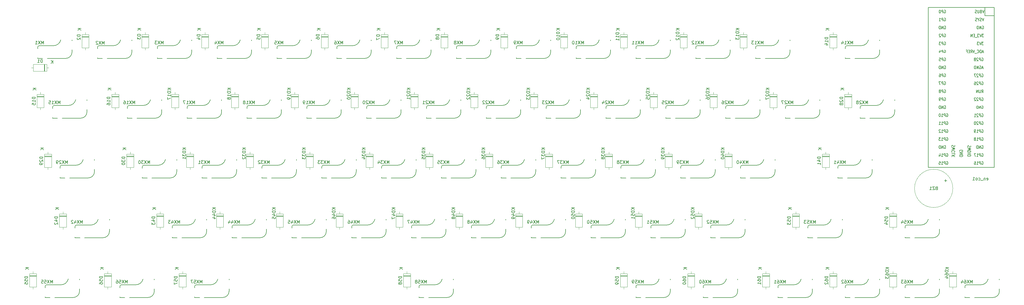
<source format=gbr>
%TF.GenerationSoftware,KiCad,Pcbnew,7.0.8*%
%TF.CreationDate,2024-02-03T23:59:39+07:00*%
%TF.ProjectId,pcb,7063622e-6b69-4636-9164-5f7063625858,rev?*%
%TF.SameCoordinates,Original*%
%TF.FileFunction,Legend,Bot*%
%TF.FilePolarity,Positive*%
%FSLAX46Y46*%
G04 Gerber Fmt 4.6, Leading zero omitted, Abs format (unit mm)*
G04 Created by KiCad (PCBNEW 7.0.8) date 2024-02-03 23:59:39*
%MOMM*%
%LPD*%
G01*
G04 APERTURE LIST*
%ADD10C,0.150000*%
%ADD11C,0.120000*%
G04 APERTURE END LIST*
D10*
X350702381Y-147327438D02*
X350778571Y-147279819D01*
X350778571Y-147279819D02*
X350892857Y-147279819D01*
X350892857Y-147279819D02*
X351007143Y-147327438D01*
X351007143Y-147327438D02*
X351083333Y-147422676D01*
X351083333Y-147422676D02*
X351121428Y-147517914D01*
X351121428Y-147517914D02*
X351159524Y-147708390D01*
X351159524Y-147708390D02*
X351159524Y-147851247D01*
X351159524Y-147851247D02*
X351121428Y-148041723D01*
X351121428Y-148041723D02*
X351083333Y-148136961D01*
X351083333Y-148136961D02*
X351007143Y-148232200D01*
X351007143Y-148232200D02*
X350892857Y-148279819D01*
X350892857Y-148279819D02*
X350816666Y-148279819D01*
X350816666Y-148279819D02*
X350702381Y-148232200D01*
X350702381Y-148232200D02*
X350664285Y-148184580D01*
X350664285Y-148184580D02*
X350664285Y-147851247D01*
X350664285Y-147851247D02*
X350816666Y-147851247D01*
X350321428Y-148279819D02*
X350321428Y-147279819D01*
X350321428Y-147279819D02*
X350016666Y-147279819D01*
X350016666Y-147279819D02*
X349940476Y-147327438D01*
X349940476Y-147327438D02*
X349902381Y-147375057D01*
X349902381Y-147375057D02*
X349864285Y-147470295D01*
X349864285Y-147470295D02*
X349864285Y-147613152D01*
X349864285Y-147613152D02*
X349902381Y-147708390D01*
X349902381Y-147708390D02*
X349940476Y-147756009D01*
X349940476Y-147756009D02*
X350016666Y-147803628D01*
X350016666Y-147803628D02*
X350321428Y-147803628D01*
X349102381Y-148279819D02*
X349559524Y-148279819D01*
X349330952Y-148279819D02*
X349330952Y-147279819D01*
X349330952Y-147279819D02*
X349407143Y-147422676D01*
X349407143Y-147422676D02*
X349483333Y-147517914D01*
X349483333Y-147517914D02*
X349559524Y-147565533D01*
X348378571Y-147279819D02*
X348759523Y-147279819D01*
X348759523Y-147279819D02*
X348797619Y-147756009D01*
X348797619Y-147756009D02*
X348759523Y-147708390D01*
X348759523Y-147708390D02*
X348683333Y-147660771D01*
X348683333Y-147660771D02*
X348492857Y-147660771D01*
X348492857Y-147660771D02*
X348416666Y-147708390D01*
X348416666Y-147708390D02*
X348378571Y-147756009D01*
X348378571Y-147756009D02*
X348340476Y-147851247D01*
X348340476Y-147851247D02*
X348340476Y-148089342D01*
X348340476Y-148089342D02*
X348378571Y-148184580D01*
X348378571Y-148184580D02*
X348416666Y-148232200D01*
X348416666Y-148232200D02*
X348492857Y-148279819D01*
X348492857Y-148279819D02*
X348683333Y-148279819D01*
X348683333Y-148279819D02*
X348759523Y-148232200D01*
X348759523Y-148232200D02*
X348797619Y-148184580D01*
X361939523Y-142247438D02*
X362015713Y-142199819D01*
X362015713Y-142199819D02*
X362129999Y-142199819D01*
X362129999Y-142199819D02*
X362244285Y-142247438D01*
X362244285Y-142247438D02*
X362320475Y-142342676D01*
X362320475Y-142342676D02*
X362358570Y-142437914D01*
X362358570Y-142437914D02*
X362396666Y-142628390D01*
X362396666Y-142628390D02*
X362396666Y-142771247D01*
X362396666Y-142771247D02*
X362358570Y-142961723D01*
X362358570Y-142961723D02*
X362320475Y-143056961D01*
X362320475Y-143056961D02*
X362244285Y-143152200D01*
X362244285Y-143152200D02*
X362129999Y-143199819D01*
X362129999Y-143199819D02*
X362053808Y-143199819D01*
X362053808Y-143199819D02*
X361939523Y-143152200D01*
X361939523Y-143152200D02*
X361901427Y-143104580D01*
X361901427Y-143104580D02*
X361901427Y-142771247D01*
X361901427Y-142771247D02*
X362053808Y-142771247D01*
X361558570Y-143199819D02*
X361558570Y-142199819D01*
X361558570Y-142199819D02*
X361101427Y-143199819D01*
X361101427Y-143199819D02*
X361101427Y-142199819D01*
X360720475Y-143199819D02*
X360720475Y-142199819D01*
X360720475Y-142199819D02*
X360529999Y-142199819D01*
X360529999Y-142199819D02*
X360415713Y-142247438D01*
X360415713Y-142247438D02*
X360339523Y-142342676D01*
X360339523Y-142342676D02*
X360301428Y-142437914D01*
X360301428Y-142437914D02*
X360263332Y-142628390D01*
X360263332Y-142628390D02*
X360263332Y-142771247D01*
X360263332Y-142771247D02*
X360301428Y-142961723D01*
X360301428Y-142961723D02*
X360339523Y-143056961D01*
X360339523Y-143056961D02*
X360415713Y-143152200D01*
X360415713Y-143152200D02*
X360529999Y-143199819D01*
X360529999Y-143199819D02*
X360720475Y-143199819D01*
X350702381Y-139707438D02*
X350778571Y-139659819D01*
X350778571Y-139659819D02*
X350892857Y-139659819D01*
X350892857Y-139659819D02*
X351007143Y-139707438D01*
X351007143Y-139707438D02*
X351083333Y-139802676D01*
X351083333Y-139802676D02*
X351121428Y-139897914D01*
X351121428Y-139897914D02*
X351159524Y-140088390D01*
X351159524Y-140088390D02*
X351159524Y-140231247D01*
X351159524Y-140231247D02*
X351121428Y-140421723D01*
X351121428Y-140421723D02*
X351083333Y-140516961D01*
X351083333Y-140516961D02*
X351007143Y-140612200D01*
X351007143Y-140612200D02*
X350892857Y-140659819D01*
X350892857Y-140659819D02*
X350816666Y-140659819D01*
X350816666Y-140659819D02*
X350702381Y-140612200D01*
X350702381Y-140612200D02*
X350664285Y-140564580D01*
X350664285Y-140564580D02*
X350664285Y-140231247D01*
X350664285Y-140231247D02*
X350816666Y-140231247D01*
X350321428Y-140659819D02*
X350321428Y-139659819D01*
X350321428Y-139659819D02*
X350016666Y-139659819D01*
X350016666Y-139659819D02*
X349940476Y-139707438D01*
X349940476Y-139707438D02*
X349902381Y-139755057D01*
X349902381Y-139755057D02*
X349864285Y-139850295D01*
X349864285Y-139850295D02*
X349864285Y-139993152D01*
X349864285Y-139993152D02*
X349902381Y-140088390D01*
X349902381Y-140088390D02*
X349940476Y-140136009D01*
X349940476Y-140136009D02*
X350016666Y-140183628D01*
X350016666Y-140183628D02*
X350321428Y-140183628D01*
X349102381Y-140659819D02*
X349559524Y-140659819D01*
X349330952Y-140659819D02*
X349330952Y-139659819D01*
X349330952Y-139659819D02*
X349407143Y-139802676D01*
X349407143Y-139802676D02*
X349483333Y-139897914D01*
X349483333Y-139897914D02*
X349559524Y-139945533D01*
X348835714Y-139659819D02*
X348340476Y-139659819D01*
X348340476Y-139659819D02*
X348607142Y-140040771D01*
X348607142Y-140040771D02*
X348492857Y-140040771D01*
X348492857Y-140040771D02*
X348416666Y-140088390D01*
X348416666Y-140088390D02*
X348378571Y-140136009D01*
X348378571Y-140136009D02*
X348340476Y-140231247D01*
X348340476Y-140231247D02*
X348340476Y-140469342D01*
X348340476Y-140469342D02*
X348378571Y-140564580D01*
X348378571Y-140564580D02*
X348416666Y-140612200D01*
X348416666Y-140612200D02*
X348492857Y-140659819D01*
X348492857Y-140659819D02*
X348721428Y-140659819D01*
X348721428Y-140659819D02*
X348797619Y-140612200D01*
X348797619Y-140612200D02*
X348835714Y-140564580D01*
X361932381Y-139707438D02*
X362008571Y-139659819D01*
X362008571Y-139659819D02*
X362122857Y-139659819D01*
X362122857Y-139659819D02*
X362237143Y-139707438D01*
X362237143Y-139707438D02*
X362313333Y-139802676D01*
X362313333Y-139802676D02*
X362351428Y-139897914D01*
X362351428Y-139897914D02*
X362389524Y-140088390D01*
X362389524Y-140088390D02*
X362389524Y-140231247D01*
X362389524Y-140231247D02*
X362351428Y-140421723D01*
X362351428Y-140421723D02*
X362313333Y-140516961D01*
X362313333Y-140516961D02*
X362237143Y-140612200D01*
X362237143Y-140612200D02*
X362122857Y-140659819D01*
X362122857Y-140659819D02*
X362046666Y-140659819D01*
X362046666Y-140659819D02*
X361932381Y-140612200D01*
X361932381Y-140612200D02*
X361894285Y-140564580D01*
X361894285Y-140564580D02*
X361894285Y-140231247D01*
X361894285Y-140231247D02*
X362046666Y-140231247D01*
X361551428Y-140659819D02*
X361551428Y-139659819D01*
X361551428Y-139659819D02*
X361246666Y-139659819D01*
X361246666Y-139659819D02*
X361170476Y-139707438D01*
X361170476Y-139707438D02*
X361132381Y-139755057D01*
X361132381Y-139755057D02*
X361094285Y-139850295D01*
X361094285Y-139850295D02*
X361094285Y-139993152D01*
X361094285Y-139993152D02*
X361132381Y-140088390D01*
X361132381Y-140088390D02*
X361170476Y-140136009D01*
X361170476Y-140136009D02*
X361246666Y-140183628D01*
X361246666Y-140183628D02*
X361551428Y-140183628D01*
X360332381Y-140659819D02*
X360789524Y-140659819D01*
X360560952Y-140659819D02*
X360560952Y-139659819D01*
X360560952Y-139659819D02*
X360637143Y-139802676D01*
X360637143Y-139802676D02*
X360713333Y-139897914D01*
X360713333Y-139897914D02*
X360789524Y-139945533D01*
X359875238Y-140088390D02*
X359951428Y-140040771D01*
X359951428Y-140040771D02*
X359989523Y-139993152D01*
X359989523Y-139993152D02*
X360027619Y-139897914D01*
X360027619Y-139897914D02*
X360027619Y-139850295D01*
X360027619Y-139850295D02*
X359989523Y-139755057D01*
X359989523Y-139755057D02*
X359951428Y-139707438D01*
X359951428Y-139707438D02*
X359875238Y-139659819D01*
X359875238Y-139659819D02*
X359722857Y-139659819D01*
X359722857Y-139659819D02*
X359646666Y-139707438D01*
X359646666Y-139707438D02*
X359608571Y-139755057D01*
X359608571Y-139755057D02*
X359570476Y-139850295D01*
X359570476Y-139850295D02*
X359570476Y-139897914D01*
X359570476Y-139897914D02*
X359608571Y-139993152D01*
X359608571Y-139993152D02*
X359646666Y-140040771D01*
X359646666Y-140040771D02*
X359722857Y-140088390D01*
X359722857Y-140088390D02*
X359875238Y-140088390D01*
X359875238Y-140088390D02*
X359951428Y-140136009D01*
X359951428Y-140136009D02*
X359989523Y-140183628D01*
X359989523Y-140183628D02*
X360027619Y-140278866D01*
X360027619Y-140278866D02*
X360027619Y-140469342D01*
X360027619Y-140469342D02*
X359989523Y-140564580D01*
X359989523Y-140564580D02*
X359951428Y-140612200D01*
X359951428Y-140612200D02*
X359875238Y-140659819D01*
X359875238Y-140659819D02*
X359722857Y-140659819D01*
X359722857Y-140659819D02*
X359646666Y-140612200D01*
X359646666Y-140612200D02*
X359608571Y-140564580D01*
X359608571Y-140564580D02*
X359570476Y-140469342D01*
X359570476Y-140469342D02*
X359570476Y-140278866D01*
X359570476Y-140278866D02*
X359608571Y-140183628D01*
X359608571Y-140183628D02*
X359646666Y-140136009D01*
X359646666Y-140136009D02*
X359722857Y-140088390D01*
X349971428Y-124467438D02*
X350047618Y-124419819D01*
X350047618Y-124419819D02*
X350161904Y-124419819D01*
X350161904Y-124419819D02*
X350276190Y-124467438D01*
X350276190Y-124467438D02*
X350352380Y-124562676D01*
X350352380Y-124562676D02*
X350390475Y-124657914D01*
X350390475Y-124657914D02*
X350428571Y-124848390D01*
X350428571Y-124848390D02*
X350428571Y-124991247D01*
X350428571Y-124991247D02*
X350390475Y-125181723D01*
X350390475Y-125181723D02*
X350352380Y-125276961D01*
X350352380Y-125276961D02*
X350276190Y-125372200D01*
X350276190Y-125372200D02*
X350161904Y-125419819D01*
X350161904Y-125419819D02*
X350085713Y-125419819D01*
X350085713Y-125419819D02*
X349971428Y-125372200D01*
X349971428Y-125372200D02*
X349933332Y-125324580D01*
X349933332Y-125324580D02*
X349933332Y-124991247D01*
X349933332Y-124991247D02*
X350085713Y-124991247D01*
X349590475Y-125419819D02*
X349590475Y-124419819D01*
X349590475Y-124419819D02*
X349285713Y-124419819D01*
X349285713Y-124419819D02*
X349209523Y-124467438D01*
X349209523Y-124467438D02*
X349171428Y-124515057D01*
X349171428Y-124515057D02*
X349133332Y-124610295D01*
X349133332Y-124610295D02*
X349133332Y-124753152D01*
X349133332Y-124753152D02*
X349171428Y-124848390D01*
X349171428Y-124848390D02*
X349209523Y-124896009D01*
X349209523Y-124896009D02*
X349285713Y-124943628D01*
X349285713Y-124943628D02*
X349590475Y-124943628D01*
X348676190Y-124848390D02*
X348752380Y-124800771D01*
X348752380Y-124800771D02*
X348790475Y-124753152D01*
X348790475Y-124753152D02*
X348828571Y-124657914D01*
X348828571Y-124657914D02*
X348828571Y-124610295D01*
X348828571Y-124610295D02*
X348790475Y-124515057D01*
X348790475Y-124515057D02*
X348752380Y-124467438D01*
X348752380Y-124467438D02*
X348676190Y-124419819D01*
X348676190Y-124419819D02*
X348523809Y-124419819D01*
X348523809Y-124419819D02*
X348447618Y-124467438D01*
X348447618Y-124467438D02*
X348409523Y-124515057D01*
X348409523Y-124515057D02*
X348371428Y-124610295D01*
X348371428Y-124610295D02*
X348371428Y-124657914D01*
X348371428Y-124657914D02*
X348409523Y-124753152D01*
X348409523Y-124753152D02*
X348447618Y-124800771D01*
X348447618Y-124800771D02*
X348523809Y-124848390D01*
X348523809Y-124848390D02*
X348676190Y-124848390D01*
X348676190Y-124848390D02*
X348752380Y-124896009D01*
X348752380Y-124896009D02*
X348790475Y-124943628D01*
X348790475Y-124943628D02*
X348828571Y-125038866D01*
X348828571Y-125038866D02*
X348828571Y-125229342D01*
X348828571Y-125229342D02*
X348790475Y-125324580D01*
X348790475Y-125324580D02*
X348752380Y-125372200D01*
X348752380Y-125372200D02*
X348676190Y-125419819D01*
X348676190Y-125419819D02*
X348523809Y-125419819D01*
X348523809Y-125419819D02*
X348447618Y-125372200D01*
X348447618Y-125372200D02*
X348409523Y-125324580D01*
X348409523Y-125324580D02*
X348371428Y-125229342D01*
X348371428Y-125229342D02*
X348371428Y-125038866D01*
X348371428Y-125038866D02*
X348409523Y-124943628D01*
X348409523Y-124943628D02*
X348447618Y-124896009D01*
X348447618Y-124896009D02*
X348523809Y-124848390D01*
X349971428Y-127007438D02*
X350047618Y-126959819D01*
X350047618Y-126959819D02*
X350161904Y-126959819D01*
X350161904Y-126959819D02*
X350276190Y-127007438D01*
X350276190Y-127007438D02*
X350352380Y-127102676D01*
X350352380Y-127102676D02*
X350390475Y-127197914D01*
X350390475Y-127197914D02*
X350428571Y-127388390D01*
X350428571Y-127388390D02*
X350428571Y-127531247D01*
X350428571Y-127531247D02*
X350390475Y-127721723D01*
X350390475Y-127721723D02*
X350352380Y-127816961D01*
X350352380Y-127816961D02*
X350276190Y-127912200D01*
X350276190Y-127912200D02*
X350161904Y-127959819D01*
X350161904Y-127959819D02*
X350085713Y-127959819D01*
X350085713Y-127959819D02*
X349971428Y-127912200D01*
X349971428Y-127912200D02*
X349933332Y-127864580D01*
X349933332Y-127864580D02*
X349933332Y-127531247D01*
X349933332Y-127531247D02*
X350085713Y-127531247D01*
X349590475Y-127959819D02*
X349590475Y-126959819D01*
X349590475Y-126959819D02*
X349285713Y-126959819D01*
X349285713Y-126959819D02*
X349209523Y-127007438D01*
X349209523Y-127007438D02*
X349171428Y-127055057D01*
X349171428Y-127055057D02*
X349133332Y-127150295D01*
X349133332Y-127150295D02*
X349133332Y-127293152D01*
X349133332Y-127293152D02*
X349171428Y-127388390D01*
X349171428Y-127388390D02*
X349209523Y-127436009D01*
X349209523Y-127436009D02*
X349285713Y-127483628D01*
X349285713Y-127483628D02*
X349590475Y-127483628D01*
X348752380Y-127959819D02*
X348599999Y-127959819D01*
X348599999Y-127959819D02*
X348523809Y-127912200D01*
X348523809Y-127912200D02*
X348485713Y-127864580D01*
X348485713Y-127864580D02*
X348409523Y-127721723D01*
X348409523Y-127721723D02*
X348371428Y-127531247D01*
X348371428Y-127531247D02*
X348371428Y-127150295D01*
X348371428Y-127150295D02*
X348409523Y-127055057D01*
X348409523Y-127055057D02*
X348447618Y-127007438D01*
X348447618Y-127007438D02*
X348523809Y-126959819D01*
X348523809Y-126959819D02*
X348676190Y-126959819D01*
X348676190Y-126959819D02*
X348752380Y-127007438D01*
X348752380Y-127007438D02*
X348790475Y-127055057D01*
X348790475Y-127055057D02*
X348828571Y-127150295D01*
X348828571Y-127150295D02*
X348828571Y-127388390D01*
X348828571Y-127388390D02*
X348790475Y-127483628D01*
X348790475Y-127483628D02*
X348752380Y-127531247D01*
X348752380Y-127531247D02*
X348676190Y-127578866D01*
X348676190Y-127578866D02*
X348523809Y-127578866D01*
X348523809Y-127578866D02*
X348447618Y-127531247D01*
X348447618Y-127531247D02*
X348409523Y-127483628D01*
X348409523Y-127483628D02*
X348371428Y-127388390D01*
X350702381Y-132087438D02*
X350778571Y-132039819D01*
X350778571Y-132039819D02*
X350892857Y-132039819D01*
X350892857Y-132039819D02*
X351007143Y-132087438D01*
X351007143Y-132087438D02*
X351083333Y-132182676D01*
X351083333Y-132182676D02*
X351121428Y-132277914D01*
X351121428Y-132277914D02*
X351159524Y-132468390D01*
X351159524Y-132468390D02*
X351159524Y-132611247D01*
X351159524Y-132611247D02*
X351121428Y-132801723D01*
X351121428Y-132801723D02*
X351083333Y-132896961D01*
X351083333Y-132896961D02*
X351007143Y-132992200D01*
X351007143Y-132992200D02*
X350892857Y-133039819D01*
X350892857Y-133039819D02*
X350816666Y-133039819D01*
X350816666Y-133039819D02*
X350702381Y-132992200D01*
X350702381Y-132992200D02*
X350664285Y-132944580D01*
X350664285Y-132944580D02*
X350664285Y-132611247D01*
X350664285Y-132611247D02*
X350816666Y-132611247D01*
X350321428Y-133039819D02*
X350321428Y-132039819D01*
X350321428Y-132039819D02*
X350016666Y-132039819D01*
X350016666Y-132039819D02*
X349940476Y-132087438D01*
X349940476Y-132087438D02*
X349902381Y-132135057D01*
X349902381Y-132135057D02*
X349864285Y-132230295D01*
X349864285Y-132230295D02*
X349864285Y-132373152D01*
X349864285Y-132373152D02*
X349902381Y-132468390D01*
X349902381Y-132468390D02*
X349940476Y-132516009D01*
X349940476Y-132516009D02*
X350016666Y-132563628D01*
X350016666Y-132563628D02*
X350321428Y-132563628D01*
X349102381Y-133039819D02*
X349559524Y-133039819D01*
X349330952Y-133039819D02*
X349330952Y-132039819D01*
X349330952Y-132039819D02*
X349407143Y-132182676D01*
X349407143Y-132182676D02*
X349483333Y-132277914D01*
X349483333Y-132277914D02*
X349559524Y-132325533D01*
X348607142Y-132039819D02*
X348530952Y-132039819D01*
X348530952Y-132039819D02*
X348454761Y-132087438D01*
X348454761Y-132087438D02*
X348416666Y-132135057D01*
X348416666Y-132135057D02*
X348378571Y-132230295D01*
X348378571Y-132230295D02*
X348340476Y-132420771D01*
X348340476Y-132420771D02*
X348340476Y-132658866D01*
X348340476Y-132658866D02*
X348378571Y-132849342D01*
X348378571Y-132849342D02*
X348416666Y-132944580D01*
X348416666Y-132944580D02*
X348454761Y-132992200D01*
X348454761Y-132992200D02*
X348530952Y-133039819D01*
X348530952Y-133039819D02*
X348607142Y-133039819D01*
X348607142Y-133039819D02*
X348683333Y-132992200D01*
X348683333Y-132992200D02*
X348721428Y-132944580D01*
X348721428Y-132944580D02*
X348759523Y-132849342D01*
X348759523Y-132849342D02*
X348797619Y-132658866D01*
X348797619Y-132658866D02*
X348797619Y-132420771D01*
X348797619Y-132420771D02*
X348759523Y-132230295D01*
X348759523Y-132230295D02*
X348721428Y-132135057D01*
X348721428Y-132135057D02*
X348683333Y-132087438D01*
X348683333Y-132087438D02*
X348607142Y-132039819D01*
X362089523Y-104147438D02*
X362165713Y-104099819D01*
X362165713Y-104099819D02*
X362279999Y-104099819D01*
X362279999Y-104099819D02*
X362394285Y-104147438D01*
X362394285Y-104147438D02*
X362470475Y-104242676D01*
X362470475Y-104242676D02*
X362508570Y-104337914D01*
X362508570Y-104337914D02*
X362546666Y-104528390D01*
X362546666Y-104528390D02*
X362546666Y-104671247D01*
X362546666Y-104671247D02*
X362508570Y-104861723D01*
X362508570Y-104861723D02*
X362470475Y-104956961D01*
X362470475Y-104956961D02*
X362394285Y-105052200D01*
X362394285Y-105052200D02*
X362279999Y-105099819D01*
X362279999Y-105099819D02*
X362203808Y-105099819D01*
X362203808Y-105099819D02*
X362089523Y-105052200D01*
X362089523Y-105052200D02*
X362051427Y-105004580D01*
X362051427Y-105004580D02*
X362051427Y-104671247D01*
X362051427Y-104671247D02*
X362203808Y-104671247D01*
X361708570Y-105099819D02*
X361708570Y-104099819D01*
X361708570Y-104099819D02*
X361251427Y-105099819D01*
X361251427Y-105099819D02*
X361251427Y-104099819D01*
X360870475Y-105099819D02*
X360870475Y-104099819D01*
X360870475Y-104099819D02*
X360679999Y-104099819D01*
X360679999Y-104099819D02*
X360565713Y-104147438D01*
X360565713Y-104147438D02*
X360489523Y-104242676D01*
X360489523Y-104242676D02*
X360451428Y-104337914D01*
X360451428Y-104337914D02*
X360413332Y-104528390D01*
X360413332Y-104528390D02*
X360413332Y-104671247D01*
X360413332Y-104671247D02*
X360451428Y-104861723D01*
X360451428Y-104861723D02*
X360489523Y-104956961D01*
X360489523Y-104956961D02*
X360565713Y-105052200D01*
X360565713Y-105052200D02*
X360679999Y-105099819D01*
X360679999Y-105099819D02*
X360870475Y-105099819D01*
X350009523Y-104147438D02*
X350085713Y-104099819D01*
X350085713Y-104099819D02*
X350199999Y-104099819D01*
X350199999Y-104099819D02*
X350314285Y-104147438D01*
X350314285Y-104147438D02*
X350390475Y-104242676D01*
X350390475Y-104242676D02*
X350428570Y-104337914D01*
X350428570Y-104337914D02*
X350466666Y-104528390D01*
X350466666Y-104528390D02*
X350466666Y-104671247D01*
X350466666Y-104671247D02*
X350428570Y-104861723D01*
X350428570Y-104861723D02*
X350390475Y-104956961D01*
X350390475Y-104956961D02*
X350314285Y-105052200D01*
X350314285Y-105052200D02*
X350199999Y-105099819D01*
X350199999Y-105099819D02*
X350123808Y-105099819D01*
X350123808Y-105099819D02*
X350009523Y-105052200D01*
X350009523Y-105052200D02*
X349971427Y-105004580D01*
X349971427Y-105004580D02*
X349971427Y-104671247D01*
X349971427Y-104671247D02*
X350123808Y-104671247D01*
X349628570Y-105099819D02*
X349628570Y-104099819D01*
X349628570Y-104099819D02*
X349171427Y-105099819D01*
X349171427Y-105099819D02*
X349171427Y-104099819D01*
X348790475Y-105099819D02*
X348790475Y-104099819D01*
X348790475Y-104099819D02*
X348599999Y-104099819D01*
X348599999Y-104099819D02*
X348485713Y-104147438D01*
X348485713Y-104147438D02*
X348409523Y-104242676D01*
X348409523Y-104242676D02*
X348371428Y-104337914D01*
X348371428Y-104337914D02*
X348333332Y-104528390D01*
X348333332Y-104528390D02*
X348333332Y-104671247D01*
X348333332Y-104671247D02*
X348371428Y-104861723D01*
X348371428Y-104861723D02*
X348409523Y-104956961D01*
X348409523Y-104956961D02*
X348485713Y-105052200D01*
X348485713Y-105052200D02*
X348599999Y-105099819D01*
X348599999Y-105099819D02*
X348790475Y-105099819D01*
X349971428Y-109227438D02*
X350047618Y-109179819D01*
X350047618Y-109179819D02*
X350161904Y-109179819D01*
X350161904Y-109179819D02*
X350276190Y-109227438D01*
X350276190Y-109227438D02*
X350352380Y-109322676D01*
X350352380Y-109322676D02*
X350390475Y-109417914D01*
X350390475Y-109417914D02*
X350428571Y-109608390D01*
X350428571Y-109608390D02*
X350428571Y-109751247D01*
X350428571Y-109751247D02*
X350390475Y-109941723D01*
X350390475Y-109941723D02*
X350352380Y-110036961D01*
X350352380Y-110036961D02*
X350276190Y-110132200D01*
X350276190Y-110132200D02*
X350161904Y-110179819D01*
X350161904Y-110179819D02*
X350085713Y-110179819D01*
X350085713Y-110179819D02*
X349971428Y-110132200D01*
X349971428Y-110132200D02*
X349933332Y-110084580D01*
X349933332Y-110084580D02*
X349933332Y-109751247D01*
X349933332Y-109751247D02*
X350085713Y-109751247D01*
X349590475Y-110179819D02*
X349590475Y-109179819D01*
X349590475Y-109179819D02*
X349285713Y-109179819D01*
X349285713Y-109179819D02*
X349209523Y-109227438D01*
X349209523Y-109227438D02*
X349171428Y-109275057D01*
X349171428Y-109275057D02*
X349133332Y-109370295D01*
X349133332Y-109370295D02*
X349133332Y-109513152D01*
X349133332Y-109513152D02*
X349171428Y-109608390D01*
X349171428Y-109608390D02*
X349209523Y-109656009D01*
X349209523Y-109656009D02*
X349285713Y-109703628D01*
X349285713Y-109703628D02*
X349590475Y-109703628D01*
X348866666Y-109179819D02*
X348371428Y-109179819D01*
X348371428Y-109179819D02*
X348638094Y-109560771D01*
X348638094Y-109560771D02*
X348523809Y-109560771D01*
X348523809Y-109560771D02*
X348447618Y-109608390D01*
X348447618Y-109608390D02*
X348409523Y-109656009D01*
X348409523Y-109656009D02*
X348371428Y-109751247D01*
X348371428Y-109751247D02*
X348371428Y-109989342D01*
X348371428Y-109989342D02*
X348409523Y-110084580D01*
X348409523Y-110084580D02*
X348447618Y-110132200D01*
X348447618Y-110132200D02*
X348523809Y-110179819D01*
X348523809Y-110179819D02*
X348752380Y-110179819D01*
X348752380Y-110179819D02*
X348828571Y-110132200D01*
X348828571Y-110132200D02*
X348866666Y-110084580D01*
X361932381Y-114307438D02*
X362008571Y-114259819D01*
X362008571Y-114259819D02*
X362122857Y-114259819D01*
X362122857Y-114259819D02*
X362237143Y-114307438D01*
X362237143Y-114307438D02*
X362313333Y-114402676D01*
X362313333Y-114402676D02*
X362351428Y-114497914D01*
X362351428Y-114497914D02*
X362389524Y-114688390D01*
X362389524Y-114688390D02*
X362389524Y-114831247D01*
X362389524Y-114831247D02*
X362351428Y-115021723D01*
X362351428Y-115021723D02*
X362313333Y-115116961D01*
X362313333Y-115116961D02*
X362237143Y-115212200D01*
X362237143Y-115212200D02*
X362122857Y-115259819D01*
X362122857Y-115259819D02*
X362046666Y-115259819D01*
X362046666Y-115259819D02*
X361932381Y-115212200D01*
X361932381Y-115212200D02*
X361894285Y-115164580D01*
X361894285Y-115164580D02*
X361894285Y-114831247D01*
X361894285Y-114831247D02*
X362046666Y-114831247D01*
X361551428Y-115259819D02*
X361551428Y-114259819D01*
X361551428Y-114259819D02*
X361246666Y-114259819D01*
X361246666Y-114259819D02*
X361170476Y-114307438D01*
X361170476Y-114307438D02*
X361132381Y-114355057D01*
X361132381Y-114355057D02*
X361094285Y-114450295D01*
X361094285Y-114450295D02*
X361094285Y-114593152D01*
X361094285Y-114593152D02*
X361132381Y-114688390D01*
X361132381Y-114688390D02*
X361170476Y-114736009D01*
X361170476Y-114736009D02*
X361246666Y-114783628D01*
X361246666Y-114783628D02*
X361551428Y-114783628D01*
X360789524Y-114355057D02*
X360751428Y-114307438D01*
X360751428Y-114307438D02*
X360675238Y-114259819D01*
X360675238Y-114259819D02*
X360484762Y-114259819D01*
X360484762Y-114259819D02*
X360408571Y-114307438D01*
X360408571Y-114307438D02*
X360370476Y-114355057D01*
X360370476Y-114355057D02*
X360332381Y-114450295D01*
X360332381Y-114450295D02*
X360332381Y-114545533D01*
X360332381Y-114545533D02*
X360370476Y-114688390D01*
X360370476Y-114688390D02*
X360827619Y-115259819D01*
X360827619Y-115259819D02*
X360332381Y-115259819D01*
X359875238Y-114688390D02*
X359951428Y-114640771D01*
X359951428Y-114640771D02*
X359989523Y-114593152D01*
X359989523Y-114593152D02*
X360027619Y-114497914D01*
X360027619Y-114497914D02*
X360027619Y-114450295D01*
X360027619Y-114450295D02*
X359989523Y-114355057D01*
X359989523Y-114355057D02*
X359951428Y-114307438D01*
X359951428Y-114307438D02*
X359875238Y-114259819D01*
X359875238Y-114259819D02*
X359722857Y-114259819D01*
X359722857Y-114259819D02*
X359646666Y-114307438D01*
X359646666Y-114307438D02*
X359608571Y-114355057D01*
X359608571Y-114355057D02*
X359570476Y-114450295D01*
X359570476Y-114450295D02*
X359570476Y-114497914D01*
X359570476Y-114497914D02*
X359608571Y-114593152D01*
X359608571Y-114593152D02*
X359646666Y-114640771D01*
X359646666Y-114640771D02*
X359722857Y-114688390D01*
X359722857Y-114688390D02*
X359875238Y-114688390D01*
X359875238Y-114688390D02*
X359951428Y-114736009D01*
X359951428Y-114736009D02*
X359989523Y-114783628D01*
X359989523Y-114783628D02*
X360027619Y-114878866D01*
X360027619Y-114878866D02*
X360027619Y-115069342D01*
X360027619Y-115069342D02*
X359989523Y-115164580D01*
X359989523Y-115164580D02*
X359951428Y-115212200D01*
X359951428Y-115212200D02*
X359875238Y-115259819D01*
X359875238Y-115259819D02*
X359722857Y-115259819D01*
X359722857Y-115259819D02*
X359646666Y-115212200D01*
X359646666Y-115212200D02*
X359608571Y-115164580D01*
X359608571Y-115164580D02*
X359570476Y-115069342D01*
X359570476Y-115069342D02*
X359570476Y-114878866D01*
X359570476Y-114878866D02*
X359608571Y-114783628D01*
X359608571Y-114783628D02*
X359646666Y-114736009D01*
X359646666Y-114736009D02*
X359722857Y-114688390D01*
X361932381Y-132097438D02*
X362008571Y-132049819D01*
X362008571Y-132049819D02*
X362122857Y-132049819D01*
X362122857Y-132049819D02*
X362237143Y-132097438D01*
X362237143Y-132097438D02*
X362313333Y-132192676D01*
X362313333Y-132192676D02*
X362351428Y-132287914D01*
X362351428Y-132287914D02*
X362389524Y-132478390D01*
X362389524Y-132478390D02*
X362389524Y-132621247D01*
X362389524Y-132621247D02*
X362351428Y-132811723D01*
X362351428Y-132811723D02*
X362313333Y-132906961D01*
X362313333Y-132906961D02*
X362237143Y-133002200D01*
X362237143Y-133002200D02*
X362122857Y-133049819D01*
X362122857Y-133049819D02*
X362046666Y-133049819D01*
X362046666Y-133049819D02*
X361932381Y-133002200D01*
X361932381Y-133002200D02*
X361894285Y-132954580D01*
X361894285Y-132954580D02*
X361894285Y-132621247D01*
X361894285Y-132621247D02*
X362046666Y-132621247D01*
X361551428Y-133049819D02*
X361551428Y-132049819D01*
X361551428Y-132049819D02*
X361246666Y-132049819D01*
X361246666Y-132049819D02*
X361170476Y-132097438D01*
X361170476Y-132097438D02*
X361132381Y-132145057D01*
X361132381Y-132145057D02*
X361094285Y-132240295D01*
X361094285Y-132240295D02*
X361094285Y-132383152D01*
X361094285Y-132383152D02*
X361132381Y-132478390D01*
X361132381Y-132478390D02*
X361170476Y-132526009D01*
X361170476Y-132526009D02*
X361246666Y-132573628D01*
X361246666Y-132573628D02*
X361551428Y-132573628D01*
X360789524Y-132145057D02*
X360751428Y-132097438D01*
X360751428Y-132097438D02*
X360675238Y-132049819D01*
X360675238Y-132049819D02*
X360484762Y-132049819D01*
X360484762Y-132049819D02*
X360408571Y-132097438D01*
X360408571Y-132097438D02*
X360370476Y-132145057D01*
X360370476Y-132145057D02*
X360332381Y-132240295D01*
X360332381Y-132240295D02*
X360332381Y-132335533D01*
X360332381Y-132335533D02*
X360370476Y-132478390D01*
X360370476Y-132478390D02*
X360827619Y-133049819D01*
X360827619Y-133049819D02*
X360332381Y-133049819D01*
X359570476Y-133049819D02*
X360027619Y-133049819D01*
X359799047Y-133049819D02*
X359799047Y-132049819D01*
X359799047Y-132049819D02*
X359875238Y-132192676D01*
X359875238Y-132192676D02*
X359951428Y-132287914D01*
X359951428Y-132287914D02*
X360027619Y-132335533D01*
X361932381Y-127007438D02*
X362008571Y-126959819D01*
X362008571Y-126959819D02*
X362122857Y-126959819D01*
X362122857Y-126959819D02*
X362237143Y-127007438D01*
X362237143Y-127007438D02*
X362313333Y-127102676D01*
X362313333Y-127102676D02*
X362351428Y-127197914D01*
X362351428Y-127197914D02*
X362389524Y-127388390D01*
X362389524Y-127388390D02*
X362389524Y-127531247D01*
X362389524Y-127531247D02*
X362351428Y-127721723D01*
X362351428Y-127721723D02*
X362313333Y-127816961D01*
X362313333Y-127816961D02*
X362237143Y-127912200D01*
X362237143Y-127912200D02*
X362122857Y-127959819D01*
X362122857Y-127959819D02*
X362046666Y-127959819D01*
X362046666Y-127959819D02*
X361932381Y-127912200D01*
X361932381Y-127912200D02*
X361894285Y-127864580D01*
X361894285Y-127864580D02*
X361894285Y-127531247D01*
X361894285Y-127531247D02*
X362046666Y-127531247D01*
X361551428Y-127959819D02*
X361551428Y-126959819D01*
X361551428Y-126959819D02*
X361246666Y-126959819D01*
X361246666Y-126959819D02*
X361170476Y-127007438D01*
X361170476Y-127007438D02*
X361132381Y-127055057D01*
X361132381Y-127055057D02*
X361094285Y-127150295D01*
X361094285Y-127150295D02*
X361094285Y-127293152D01*
X361094285Y-127293152D02*
X361132381Y-127388390D01*
X361132381Y-127388390D02*
X361170476Y-127436009D01*
X361170476Y-127436009D02*
X361246666Y-127483628D01*
X361246666Y-127483628D02*
X361551428Y-127483628D01*
X360789524Y-127055057D02*
X360751428Y-127007438D01*
X360751428Y-127007438D02*
X360675238Y-126959819D01*
X360675238Y-126959819D02*
X360484762Y-126959819D01*
X360484762Y-126959819D02*
X360408571Y-127007438D01*
X360408571Y-127007438D02*
X360370476Y-127055057D01*
X360370476Y-127055057D02*
X360332381Y-127150295D01*
X360332381Y-127150295D02*
X360332381Y-127245533D01*
X360332381Y-127245533D02*
X360370476Y-127388390D01*
X360370476Y-127388390D02*
X360827619Y-127959819D01*
X360827619Y-127959819D02*
X360332381Y-127959819D01*
X360027619Y-127055057D02*
X359989523Y-127007438D01*
X359989523Y-127007438D02*
X359913333Y-126959819D01*
X359913333Y-126959819D02*
X359722857Y-126959819D01*
X359722857Y-126959819D02*
X359646666Y-127007438D01*
X359646666Y-127007438D02*
X359608571Y-127055057D01*
X359608571Y-127055057D02*
X359570476Y-127150295D01*
X359570476Y-127150295D02*
X359570476Y-127245533D01*
X359570476Y-127245533D02*
X359608571Y-127388390D01*
X359608571Y-127388390D02*
X360065714Y-127959819D01*
X360065714Y-127959819D02*
X359570476Y-127959819D01*
X361932381Y-134627438D02*
X362008571Y-134579819D01*
X362008571Y-134579819D02*
X362122857Y-134579819D01*
X362122857Y-134579819D02*
X362237143Y-134627438D01*
X362237143Y-134627438D02*
X362313333Y-134722676D01*
X362313333Y-134722676D02*
X362351428Y-134817914D01*
X362351428Y-134817914D02*
X362389524Y-135008390D01*
X362389524Y-135008390D02*
X362389524Y-135151247D01*
X362389524Y-135151247D02*
X362351428Y-135341723D01*
X362351428Y-135341723D02*
X362313333Y-135436961D01*
X362313333Y-135436961D02*
X362237143Y-135532200D01*
X362237143Y-135532200D02*
X362122857Y-135579819D01*
X362122857Y-135579819D02*
X362046666Y-135579819D01*
X362046666Y-135579819D02*
X361932381Y-135532200D01*
X361932381Y-135532200D02*
X361894285Y-135484580D01*
X361894285Y-135484580D02*
X361894285Y-135151247D01*
X361894285Y-135151247D02*
X362046666Y-135151247D01*
X361551428Y-135579819D02*
X361551428Y-134579819D01*
X361551428Y-134579819D02*
X361246666Y-134579819D01*
X361246666Y-134579819D02*
X361170476Y-134627438D01*
X361170476Y-134627438D02*
X361132381Y-134675057D01*
X361132381Y-134675057D02*
X361094285Y-134770295D01*
X361094285Y-134770295D02*
X361094285Y-134913152D01*
X361094285Y-134913152D02*
X361132381Y-135008390D01*
X361132381Y-135008390D02*
X361170476Y-135056009D01*
X361170476Y-135056009D02*
X361246666Y-135103628D01*
X361246666Y-135103628D02*
X361551428Y-135103628D01*
X360789524Y-134675057D02*
X360751428Y-134627438D01*
X360751428Y-134627438D02*
X360675238Y-134579819D01*
X360675238Y-134579819D02*
X360484762Y-134579819D01*
X360484762Y-134579819D02*
X360408571Y-134627438D01*
X360408571Y-134627438D02*
X360370476Y-134675057D01*
X360370476Y-134675057D02*
X360332381Y-134770295D01*
X360332381Y-134770295D02*
X360332381Y-134865533D01*
X360332381Y-134865533D02*
X360370476Y-135008390D01*
X360370476Y-135008390D02*
X360827619Y-135579819D01*
X360827619Y-135579819D02*
X360332381Y-135579819D01*
X359837142Y-134579819D02*
X359760952Y-134579819D01*
X359760952Y-134579819D02*
X359684761Y-134627438D01*
X359684761Y-134627438D02*
X359646666Y-134675057D01*
X359646666Y-134675057D02*
X359608571Y-134770295D01*
X359608571Y-134770295D02*
X359570476Y-134960771D01*
X359570476Y-134960771D02*
X359570476Y-135198866D01*
X359570476Y-135198866D02*
X359608571Y-135389342D01*
X359608571Y-135389342D02*
X359646666Y-135484580D01*
X359646666Y-135484580D02*
X359684761Y-135532200D01*
X359684761Y-135532200D02*
X359760952Y-135579819D01*
X359760952Y-135579819D02*
X359837142Y-135579819D01*
X359837142Y-135579819D02*
X359913333Y-135532200D01*
X359913333Y-135532200D02*
X359951428Y-135484580D01*
X359951428Y-135484580D02*
X359989523Y-135389342D01*
X359989523Y-135389342D02*
X360027619Y-135198866D01*
X360027619Y-135198866D02*
X360027619Y-134960771D01*
X360027619Y-134960771D02*
X359989523Y-134770295D01*
X359989523Y-134770295D02*
X359951428Y-134675057D01*
X359951428Y-134675057D02*
X359913333Y-134627438D01*
X359913333Y-134627438D02*
X359837142Y-134579819D01*
X362389523Y-117514104D02*
X362008570Y-117514104D01*
X362465713Y-117799819D02*
X362199046Y-116799819D01*
X362199046Y-116799819D02*
X361932380Y-117799819D01*
X361246666Y-116847438D02*
X361322856Y-116799819D01*
X361322856Y-116799819D02*
X361437142Y-116799819D01*
X361437142Y-116799819D02*
X361551428Y-116847438D01*
X361551428Y-116847438D02*
X361627618Y-116942676D01*
X361627618Y-116942676D02*
X361665713Y-117037914D01*
X361665713Y-117037914D02*
X361703809Y-117228390D01*
X361703809Y-117228390D02*
X361703809Y-117371247D01*
X361703809Y-117371247D02*
X361665713Y-117561723D01*
X361665713Y-117561723D02*
X361627618Y-117656961D01*
X361627618Y-117656961D02*
X361551428Y-117752200D01*
X361551428Y-117752200D02*
X361437142Y-117799819D01*
X361437142Y-117799819D02*
X361360951Y-117799819D01*
X361360951Y-117799819D02*
X361246666Y-117752200D01*
X361246666Y-117752200D02*
X361208570Y-117704580D01*
X361208570Y-117704580D02*
X361208570Y-117371247D01*
X361208570Y-117371247D02*
X361360951Y-117371247D01*
X360865713Y-117799819D02*
X360865713Y-116799819D01*
X360865713Y-116799819D02*
X360408570Y-117799819D01*
X360408570Y-117799819D02*
X360408570Y-116799819D01*
X360027618Y-117799819D02*
X360027618Y-116799819D01*
X360027618Y-116799819D02*
X359837142Y-116799819D01*
X359837142Y-116799819D02*
X359722856Y-116847438D01*
X359722856Y-116847438D02*
X359646666Y-116942676D01*
X359646666Y-116942676D02*
X359608571Y-117037914D01*
X359608571Y-117037914D02*
X359570475Y-117228390D01*
X359570475Y-117228390D02*
X359570475Y-117371247D01*
X359570475Y-117371247D02*
X359608571Y-117561723D01*
X359608571Y-117561723D02*
X359646666Y-117656961D01*
X359646666Y-117656961D02*
X359722856Y-117752200D01*
X359722856Y-117752200D02*
X359837142Y-117799819D01*
X359837142Y-117799819D02*
X360027618Y-117799819D01*
X362601428Y-101559819D02*
X362334761Y-102559819D01*
X362334761Y-102559819D02*
X362068095Y-101559819D01*
X361839524Y-102512200D02*
X361725238Y-102559819D01*
X361725238Y-102559819D02*
X361534762Y-102559819D01*
X361534762Y-102559819D02*
X361458571Y-102512200D01*
X361458571Y-102512200D02*
X361420476Y-102464580D01*
X361420476Y-102464580D02*
X361382381Y-102369342D01*
X361382381Y-102369342D02*
X361382381Y-102274104D01*
X361382381Y-102274104D02*
X361420476Y-102178866D01*
X361420476Y-102178866D02*
X361458571Y-102131247D01*
X361458571Y-102131247D02*
X361534762Y-102083628D01*
X361534762Y-102083628D02*
X361687143Y-102036009D01*
X361687143Y-102036009D02*
X361763333Y-101988390D01*
X361763333Y-101988390D02*
X361801428Y-101940771D01*
X361801428Y-101940771D02*
X361839524Y-101845533D01*
X361839524Y-101845533D02*
X361839524Y-101750295D01*
X361839524Y-101750295D02*
X361801428Y-101655057D01*
X361801428Y-101655057D02*
X361763333Y-101607438D01*
X361763333Y-101607438D02*
X361687143Y-101559819D01*
X361687143Y-101559819D02*
X361496666Y-101559819D01*
X361496666Y-101559819D02*
X361382381Y-101607438D01*
X360887142Y-102083628D02*
X360887142Y-102559819D01*
X361153809Y-101559819D02*
X360887142Y-102083628D01*
X360887142Y-102083628D02*
X360620476Y-101559819D01*
X360391905Y-102512200D02*
X360277619Y-102559819D01*
X360277619Y-102559819D02*
X360087143Y-102559819D01*
X360087143Y-102559819D02*
X360010952Y-102512200D01*
X360010952Y-102512200D02*
X359972857Y-102464580D01*
X359972857Y-102464580D02*
X359934762Y-102369342D01*
X359934762Y-102369342D02*
X359934762Y-102274104D01*
X359934762Y-102274104D02*
X359972857Y-102178866D01*
X359972857Y-102178866D02*
X360010952Y-102131247D01*
X360010952Y-102131247D02*
X360087143Y-102083628D01*
X360087143Y-102083628D02*
X360239524Y-102036009D01*
X360239524Y-102036009D02*
X360315714Y-101988390D01*
X360315714Y-101988390D02*
X360353809Y-101940771D01*
X360353809Y-101940771D02*
X360391905Y-101845533D01*
X360391905Y-101845533D02*
X360391905Y-101750295D01*
X360391905Y-101750295D02*
X360353809Y-101655057D01*
X360353809Y-101655057D02*
X360315714Y-101607438D01*
X360315714Y-101607438D02*
X360239524Y-101559819D01*
X360239524Y-101559819D02*
X360049047Y-101559819D01*
X360049047Y-101559819D02*
X359934762Y-101607438D01*
X350702381Y-134627438D02*
X350778571Y-134579819D01*
X350778571Y-134579819D02*
X350892857Y-134579819D01*
X350892857Y-134579819D02*
X351007143Y-134627438D01*
X351007143Y-134627438D02*
X351083333Y-134722676D01*
X351083333Y-134722676D02*
X351121428Y-134817914D01*
X351121428Y-134817914D02*
X351159524Y-135008390D01*
X351159524Y-135008390D02*
X351159524Y-135151247D01*
X351159524Y-135151247D02*
X351121428Y-135341723D01*
X351121428Y-135341723D02*
X351083333Y-135436961D01*
X351083333Y-135436961D02*
X351007143Y-135532200D01*
X351007143Y-135532200D02*
X350892857Y-135579819D01*
X350892857Y-135579819D02*
X350816666Y-135579819D01*
X350816666Y-135579819D02*
X350702381Y-135532200D01*
X350702381Y-135532200D02*
X350664285Y-135484580D01*
X350664285Y-135484580D02*
X350664285Y-135151247D01*
X350664285Y-135151247D02*
X350816666Y-135151247D01*
X350321428Y-135579819D02*
X350321428Y-134579819D01*
X350321428Y-134579819D02*
X350016666Y-134579819D01*
X350016666Y-134579819D02*
X349940476Y-134627438D01*
X349940476Y-134627438D02*
X349902381Y-134675057D01*
X349902381Y-134675057D02*
X349864285Y-134770295D01*
X349864285Y-134770295D02*
X349864285Y-134913152D01*
X349864285Y-134913152D02*
X349902381Y-135008390D01*
X349902381Y-135008390D02*
X349940476Y-135056009D01*
X349940476Y-135056009D02*
X350016666Y-135103628D01*
X350016666Y-135103628D02*
X350321428Y-135103628D01*
X349102381Y-135579819D02*
X349559524Y-135579819D01*
X349330952Y-135579819D02*
X349330952Y-134579819D01*
X349330952Y-134579819D02*
X349407143Y-134722676D01*
X349407143Y-134722676D02*
X349483333Y-134817914D01*
X349483333Y-134817914D02*
X349559524Y-134865533D01*
X348340476Y-135579819D02*
X348797619Y-135579819D01*
X348569047Y-135579819D02*
X348569047Y-134579819D01*
X348569047Y-134579819D02*
X348645238Y-134722676D01*
X348645238Y-134722676D02*
X348721428Y-134817914D01*
X348721428Y-134817914D02*
X348797619Y-134865533D01*
X354942438Y-144085476D02*
X354894819Y-144009286D01*
X354894819Y-144009286D02*
X354894819Y-143895000D01*
X354894819Y-143895000D02*
X354942438Y-143780714D01*
X354942438Y-143780714D02*
X355037676Y-143704524D01*
X355037676Y-143704524D02*
X355132914Y-143666429D01*
X355132914Y-143666429D02*
X355323390Y-143628333D01*
X355323390Y-143628333D02*
X355466247Y-143628333D01*
X355466247Y-143628333D02*
X355656723Y-143666429D01*
X355656723Y-143666429D02*
X355751961Y-143704524D01*
X355751961Y-143704524D02*
X355847200Y-143780714D01*
X355847200Y-143780714D02*
X355894819Y-143895000D01*
X355894819Y-143895000D02*
X355894819Y-143971191D01*
X355894819Y-143971191D02*
X355847200Y-144085476D01*
X355847200Y-144085476D02*
X355799580Y-144123572D01*
X355799580Y-144123572D02*
X355466247Y-144123572D01*
X355466247Y-144123572D02*
X355466247Y-143971191D01*
X355894819Y-144466429D02*
X354894819Y-144466429D01*
X354894819Y-144466429D02*
X355894819Y-144923572D01*
X355894819Y-144923572D02*
X354894819Y-144923572D01*
X355894819Y-145304524D02*
X354894819Y-145304524D01*
X354894819Y-145304524D02*
X354894819Y-145495000D01*
X354894819Y-145495000D02*
X354942438Y-145609286D01*
X354942438Y-145609286D02*
X355037676Y-145685476D01*
X355037676Y-145685476D02*
X355132914Y-145723571D01*
X355132914Y-145723571D02*
X355323390Y-145761667D01*
X355323390Y-145761667D02*
X355466247Y-145761667D01*
X355466247Y-145761667D02*
X355656723Y-145723571D01*
X355656723Y-145723571D02*
X355751961Y-145685476D01*
X355751961Y-145685476D02*
X355847200Y-145609286D01*
X355847200Y-145609286D02*
X355894819Y-145495000D01*
X355894819Y-145495000D02*
X355894819Y-145304524D01*
X349971428Y-114307438D02*
X350047618Y-114259819D01*
X350047618Y-114259819D02*
X350161904Y-114259819D01*
X350161904Y-114259819D02*
X350276190Y-114307438D01*
X350276190Y-114307438D02*
X350352380Y-114402676D01*
X350352380Y-114402676D02*
X350390475Y-114497914D01*
X350390475Y-114497914D02*
X350428571Y-114688390D01*
X350428571Y-114688390D02*
X350428571Y-114831247D01*
X350428571Y-114831247D02*
X350390475Y-115021723D01*
X350390475Y-115021723D02*
X350352380Y-115116961D01*
X350352380Y-115116961D02*
X350276190Y-115212200D01*
X350276190Y-115212200D02*
X350161904Y-115259819D01*
X350161904Y-115259819D02*
X350085713Y-115259819D01*
X350085713Y-115259819D02*
X349971428Y-115212200D01*
X349971428Y-115212200D02*
X349933332Y-115164580D01*
X349933332Y-115164580D02*
X349933332Y-114831247D01*
X349933332Y-114831247D02*
X350085713Y-114831247D01*
X349590475Y-115259819D02*
X349590475Y-114259819D01*
X349590475Y-114259819D02*
X349285713Y-114259819D01*
X349285713Y-114259819D02*
X349209523Y-114307438D01*
X349209523Y-114307438D02*
X349171428Y-114355057D01*
X349171428Y-114355057D02*
X349133332Y-114450295D01*
X349133332Y-114450295D02*
X349133332Y-114593152D01*
X349133332Y-114593152D02*
X349171428Y-114688390D01*
X349171428Y-114688390D02*
X349209523Y-114736009D01*
X349209523Y-114736009D02*
X349285713Y-114783628D01*
X349285713Y-114783628D02*
X349590475Y-114783628D01*
X348409523Y-114259819D02*
X348790475Y-114259819D01*
X348790475Y-114259819D02*
X348828571Y-114736009D01*
X348828571Y-114736009D02*
X348790475Y-114688390D01*
X348790475Y-114688390D02*
X348714285Y-114640771D01*
X348714285Y-114640771D02*
X348523809Y-114640771D01*
X348523809Y-114640771D02*
X348447618Y-114688390D01*
X348447618Y-114688390D02*
X348409523Y-114736009D01*
X348409523Y-114736009D02*
X348371428Y-114831247D01*
X348371428Y-114831247D02*
X348371428Y-115069342D01*
X348371428Y-115069342D02*
X348409523Y-115164580D01*
X348409523Y-115164580D02*
X348447618Y-115212200D01*
X348447618Y-115212200D02*
X348523809Y-115259819D01*
X348523809Y-115259819D02*
X348714285Y-115259819D01*
X348714285Y-115259819D02*
X348790475Y-115212200D01*
X348790475Y-115212200D02*
X348828571Y-115164580D01*
X361932381Y-119397438D02*
X362008571Y-119349819D01*
X362008571Y-119349819D02*
X362122857Y-119349819D01*
X362122857Y-119349819D02*
X362237143Y-119397438D01*
X362237143Y-119397438D02*
X362313333Y-119492676D01*
X362313333Y-119492676D02*
X362351428Y-119587914D01*
X362351428Y-119587914D02*
X362389524Y-119778390D01*
X362389524Y-119778390D02*
X362389524Y-119921247D01*
X362389524Y-119921247D02*
X362351428Y-120111723D01*
X362351428Y-120111723D02*
X362313333Y-120206961D01*
X362313333Y-120206961D02*
X362237143Y-120302200D01*
X362237143Y-120302200D02*
X362122857Y-120349819D01*
X362122857Y-120349819D02*
X362046666Y-120349819D01*
X362046666Y-120349819D02*
X361932381Y-120302200D01*
X361932381Y-120302200D02*
X361894285Y-120254580D01*
X361894285Y-120254580D02*
X361894285Y-119921247D01*
X361894285Y-119921247D02*
X362046666Y-119921247D01*
X361551428Y-120349819D02*
X361551428Y-119349819D01*
X361551428Y-119349819D02*
X361246666Y-119349819D01*
X361246666Y-119349819D02*
X361170476Y-119397438D01*
X361170476Y-119397438D02*
X361132381Y-119445057D01*
X361132381Y-119445057D02*
X361094285Y-119540295D01*
X361094285Y-119540295D02*
X361094285Y-119683152D01*
X361094285Y-119683152D02*
X361132381Y-119778390D01*
X361132381Y-119778390D02*
X361170476Y-119826009D01*
X361170476Y-119826009D02*
X361246666Y-119873628D01*
X361246666Y-119873628D02*
X361551428Y-119873628D01*
X360789524Y-119445057D02*
X360751428Y-119397438D01*
X360751428Y-119397438D02*
X360675238Y-119349819D01*
X360675238Y-119349819D02*
X360484762Y-119349819D01*
X360484762Y-119349819D02*
X360408571Y-119397438D01*
X360408571Y-119397438D02*
X360370476Y-119445057D01*
X360370476Y-119445057D02*
X360332381Y-119540295D01*
X360332381Y-119540295D02*
X360332381Y-119635533D01*
X360332381Y-119635533D02*
X360370476Y-119778390D01*
X360370476Y-119778390D02*
X360827619Y-120349819D01*
X360827619Y-120349819D02*
X360332381Y-120349819D01*
X360065714Y-119349819D02*
X359532380Y-119349819D01*
X359532380Y-119349819D02*
X359875238Y-120349819D01*
X353307200Y-142135475D02*
X353354819Y-142249761D01*
X353354819Y-142249761D02*
X353354819Y-142440237D01*
X353354819Y-142440237D02*
X353307200Y-142516428D01*
X353307200Y-142516428D02*
X353259580Y-142554523D01*
X353259580Y-142554523D02*
X353164342Y-142592618D01*
X353164342Y-142592618D02*
X353069104Y-142592618D01*
X353069104Y-142592618D02*
X352973866Y-142554523D01*
X352973866Y-142554523D02*
X352926247Y-142516428D01*
X352926247Y-142516428D02*
X352878628Y-142440237D01*
X352878628Y-142440237D02*
X352831009Y-142287856D01*
X352831009Y-142287856D02*
X352783390Y-142211666D01*
X352783390Y-142211666D02*
X352735771Y-142173571D01*
X352735771Y-142173571D02*
X352640533Y-142135475D01*
X352640533Y-142135475D02*
X352545295Y-142135475D01*
X352545295Y-142135475D02*
X352450057Y-142173571D01*
X352450057Y-142173571D02*
X352402438Y-142211666D01*
X352402438Y-142211666D02*
X352354819Y-142287856D01*
X352354819Y-142287856D02*
X352354819Y-142478333D01*
X352354819Y-142478333D02*
X352402438Y-142592618D01*
X352354819Y-142859285D02*
X353354819Y-143049761D01*
X353354819Y-143049761D02*
X352640533Y-143202142D01*
X352640533Y-143202142D02*
X353354819Y-143354523D01*
X353354819Y-143354523D02*
X352354819Y-143545000D01*
X353259580Y-144306905D02*
X353307200Y-144268809D01*
X353307200Y-144268809D02*
X353354819Y-144154524D01*
X353354819Y-144154524D02*
X353354819Y-144078333D01*
X353354819Y-144078333D02*
X353307200Y-143964047D01*
X353307200Y-143964047D02*
X353211961Y-143887857D01*
X353211961Y-143887857D02*
X353116723Y-143849762D01*
X353116723Y-143849762D02*
X352926247Y-143811666D01*
X352926247Y-143811666D02*
X352783390Y-143811666D01*
X352783390Y-143811666D02*
X352592914Y-143849762D01*
X352592914Y-143849762D02*
X352497676Y-143887857D01*
X352497676Y-143887857D02*
X352402438Y-143964047D01*
X352402438Y-143964047D02*
X352354819Y-144078333D01*
X352354819Y-144078333D02*
X352354819Y-144154524D01*
X352354819Y-144154524D02*
X352402438Y-144268809D01*
X352402438Y-144268809D02*
X352450057Y-144306905D01*
X353354819Y-145030714D02*
X353354819Y-144649762D01*
X353354819Y-144649762D02*
X352354819Y-144649762D01*
X353354819Y-145297381D02*
X352354819Y-145297381D01*
X353354819Y-145754524D02*
X352783390Y-145411666D01*
X352354819Y-145754524D02*
X352926247Y-145297381D01*
X361932381Y-137167438D02*
X362008571Y-137119819D01*
X362008571Y-137119819D02*
X362122857Y-137119819D01*
X362122857Y-137119819D02*
X362237143Y-137167438D01*
X362237143Y-137167438D02*
X362313333Y-137262676D01*
X362313333Y-137262676D02*
X362351428Y-137357914D01*
X362351428Y-137357914D02*
X362389524Y-137548390D01*
X362389524Y-137548390D02*
X362389524Y-137691247D01*
X362389524Y-137691247D02*
X362351428Y-137881723D01*
X362351428Y-137881723D02*
X362313333Y-137976961D01*
X362313333Y-137976961D02*
X362237143Y-138072200D01*
X362237143Y-138072200D02*
X362122857Y-138119819D01*
X362122857Y-138119819D02*
X362046666Y-138119819D01*
X362046666Y-138119819D02*
X361932381Y-138072200D01*
X361932381Y-138072200D02*
X361894285Y-138024580D01*
X361894285Y-138024580D02*
X361894285Y-137691247D01*
X361894285Y-137691247D02*
X362046666Y-137691247D01*
X361551428Y-138119819D02*
X361551428Y-137119819D01*
X361551428Y-137119819D02*
X361246666Y-137119819D01*
X361246666Y-137119819D02*
X361170476Y-137167438D01*
X361170476Y-137167438D02*
X361132381Y-137215057D01*
X361132381Y-137215057D02*
X361094285Y-137310295D01*
X361094285Y-137310295D02*
X361094285Y-137453152D01*
X361094285Y-137453152D02*
X361132381Y-137548390D01*
X361132381Y-137548390D02*
X361170476Y-137596009D01*
X361170476Y-137596009D02*
X361246666Y-137643628D01*
X361246666Y-137643628D02*
X361551428Y-137643628D01*
X360332381Y-138119819D02*
X360789524Y-138119819D01*
X360560952Y-138119819D02*
X360560952Y-137119819D01*
X360560952Y-137119819D02*
X360637143Y-137262676D01*
X360637143Y-137262676D02*
X360713333Y-137357914D01*
X360713333Y-137357914D02*
X360789524Y-137405533D01*
X359951428Y-138119819D02*
X359799047Y-138119819D01*
X359799047Y-138119819D02*
X359722857Y-138072200D01*
X359722857Y-138072200D02*
X359684761Y-138024580D01*
X359684761Y-138024580D02*
X359608571Y-137881723D01*
X359608571Y-137881723D02*
X359570476Y-137691247D01*
X359570476Y-137691247D02*
X359570476Y-137310295D01*
X359570476Y-137310295D02*
X359608571Y-137215057D01*
X359608571Y-137215057D02*
X359646666Y-137167438D01*
X359646666Y-137167438D02*
X359722857Y-137119819D01*
X359722857Y-137119819D02*
X359875238Y-137119819D01*
X359875238Y-137119819D02*
X359951428Y-137167438D01*
X359951428Y-137167438D02*
X359989523Y-137215057D01*
X359989523Y-137215057D02*
X360027619Y-137310295D01*
X360027619Y-137310295D02*
X360027619Y-137548390D01*
X360027619Y-137548390D02*
X359989523Y-137643628D01*
X359989523Y-137643628D02*
X359951428Y-137691247D01*
X359951428Y-137691247D02*
X359875238Y-137738866D01*
X359875238Y-137738866D02*
X359722857Y-137738866D01*
X359722857Y-137738866D02*
X359646666Y-137691247D01*
X359646666Y-137691247D02*
X359608571Y-137643628D01*
X359608571Y-137643628D02*
X359570476Y-137548390D01*
X349971428Y-121897438D02*
X350047618Y-121849819D01*
X350047618Y-121849819D02*
X350161904Y-121849819D01*
X350161904Y-121849819D02*
X350276190Y-121897438D01*
X350276190Y-121897438D02*
X350352380Y-121992676D01*
X350352380Y-121992676D02*
X350390475Y-122087914D01*
X350390475Y-122087914D02*
X350428571Y-122278390D01*
X350428571Y-122278390D02*
X350428571Y-122421247D01*
X350428571Y-122421247D02*
X350390475Y-122611723D01*
X350390475Y-122611723D02*
X350352380Y-122706961D01*
X350352380Y-122706961D02*
X350276190Y-122802200D01*
X350276190Y-122802200D02*
X350161904Y-122849819D01*
X350161904Y-122849819D02*
X350085713Y-122849819D01*
X350085713Y-122849819D02*
X349971428Y-122802200D01*
X349971428Y-122802200D02*
X349933332Y-122754580D01*
X349933332Y-122754580D02*
X349933332Y-122421247D01*
X349933332Y-122421247D02*
X350085713Y-122421247D01*
X349590475Y-122849819D02*
X349590475Y-121849819D01*
X349590475Y-121849819D02*
X349285713Y-121849819D01*
X349285713Y-121849819D02*
X349209523Y-121897438D01*
X349209523Y-121897438D02*
X349171428Y-121945057D01*
X349171428Y-121945057D02*
X349133332Y-122040295D01*
X349133332Y-122040295D02*
X349133332Y-122183152D01*
X349133332Y-122183152D02*
X349171428Y-122278390D01*
X349171428Y-122278390D02*
X349209523Y-122326009D01*
X349209523Y-122326009D02*
X349285713Y-122373628D01*
X349285713Y-122373628D02*
X349590475Y-122373628D01*
X348866666Y-121849819D02*
X348333332Y-121849819D01*
X348333332Y-121849819D02*
X348676190Y-122849819D01*
X350009523Y-129547438D02*
X350085713Y-129499819D01*
X350085713Y-129499819D02*
X350199999Y-129499819D01*
X350199999Y-129499819D02*
X350314285Y-129547438D01*
X350314285Y-129547438D02*
X350390475Y-129642676D01*
X350390475Y-129642676D02*
X350428570Y-129737914D01*
X350428570Y-129737914D02*
X350466666Y-129928390D01*
X350466666Y-129928390D02*
X350466666Y-130071247D01*
X350466666Y-130071247D02*
X350428570Y-130261723D01*
X350428570Y-130261723D02*
X350390475Y-130356961D01*
X350390475Y-130356961D02*
X350314285Y-130452200D01*
X350314285Y-130452200D02*
X350199999Y-130499819D01*
X350199999Y-130499819D02*
X350123808Y-130499819D01*
X350123808Y-130499819D02*
X350009523Y-130452200D01*
X350009523Y-130452200D02*
X349971427Y-130404580D01*
X349971427Y-130404580D02*
X349971427Y-130071247D01*
X349971427Y-130071247D02*
X350123808Y-130071247D01*
X349628570Y-130499819D02*
X349628570Y-129499819D01*
X349628570Y-129499819D02*
X349171427Y-130499819D01*
X349171427Y-130499819D02*
X349171427Y-129499819D01*
X348790475Y-130499819D02*
X348790475Y-129499819D01*
X348790475Y-129499819D02*
X348599999Y-129499819D01*
X348599999Y-129499819D02*
X348485713Y-129547438D01*
X348485713Y-129547438D02*
X348409523Y-129642676D01*
X348409523Y-129642676D02*
X348371428Y-129737914D01*
X348371428Y-129737914D02*
X348333332Y-129928390D01*
X348333332Y-129928390D02*
X348333332Y-130071247D01*
X348333332Y-130071247D02*
X348371428Y-130261723D01*
X348371428Y-130261723D02*
X348409523Y-130356961D01*
X348409523Y-130356961D02*
X348485713Y-130452200D01*
X348485713Y-130452200D02*
X348599999Y-130499819D01*
X348599999Y-130499819D02*
X348790475Y-130499819D01*
X362470476Y-109179819D02*
X361975238Y-109179819D01*
X361975238Y-109179819D02*
X362241904Y-109560771D01*
X362241904Y-109560771D02*
X362127619Y-109560771D01*
X362127619Y-109560771D02*
X362051428Y-109608390D01*
X362051428Y-109608390D02*
X362013333Y-109656009D01*
X362013333Y-109656009D02*
X361975238Y-109751247D01*
X361975238Y-109751247D02*
X361975238Y-109989342D01*
X361975238Y-109989342D02*
X362013333Y-110084580D01*
X362013333Y-110084580D02*
X362051428Y-110132200D01*
X362051428Y-110132200D02*
X362127619Y-110179819D01*
X362127619Y-110179819D02*
X362356190Y-110179819D01*
X362356190Y-110179819D02*
X362432381Y-110132200D01*
X362432381Y-110132200D02*
X362470476Y-110084580D01*
X361746666Y-109179819D02*
X361479999Y-110179819D01*
X361479999Y-110179819D02*
X361213333Y-109179819D01*
X361022857Y-109179819D02*
X360527619Y-109179819D01*
X360527619Y-109179819D02*
X360794285Y-109560771D01*
X360794285Y-109560771D02*
X360680000Y-109560771D01*
X360680000Y-109560771D02*
X360603809Y-109608390D01*
X360603809Y-109608390D02*
X360565714Y-109656009D01*
X360565714Y-109656009D02*
X360527619Y-109751247D01*
X360527619Y-109751247D02*
X360527619Y-109989342D01*
X360527619Y-109989342D02*
X360565714Y-110084580D01*
X360565714Y-110084580D02*
X360603809Y-110132200D01*
X360603809Y-110132200D02*
X360680000Y-110179819D01*
X360680000Y-110179819D02*
X360908571Y-110179819D01*
X360908571Y-110179819D02*
X360984762Y-110132200D01*
X360984762Y-110132200D02*
X361022857Y-110084580D01*
X361932381Y-144787438D02*
X362008571Y-144739819D01*
X362008571Y-144739819D02*
X362122857Y-144739819D01*
X362122857Y-144739819D02*
X362237143Y-144787438D01*
X362237143Y-144787438D02*
X362313333Y-144882676D01*
X362313333Y-144882676D02*
X362351428Y-144977914D01*
X362351428Y-144977914D02*
X362389524Y-145168390D01*
X362389524Y-145168390D02*
X362389524Y-145311247D01*
X362389524Y-145311247D02*
X362351428Y-145501723D01*
X362351428Y-145501723D02*
X362313333Y-145596961D01*
X362313333Y-145596961D02*
X362237143Y-145692200D01*
X362237143Y-145692200D02*
X362122857Y-145739819D01*
X362122857Y-145739819D02*
X362046666Y-145739819D01*
X362046666Y-145739819D02*
X361932381Y-145692200D01*
X361932381Y-145692200D02*
X361894285Y-145644580D01*
X361894285Y-145644580D02*
X361894285Y-145311247D01*
X361894285Y-145311247D02*
X362046666Y-145311247D01*
X361551428Y-145739819D02*
X361551428Y-144739819D01*
X361551428Y-144739819D02*
X361246666Y-144739819D01*
X361246666Y-144739819D02*
X361170476Y-144787438D01*
X361170476Y-144787438D02*
X361132381Y-144835057D01*
X361132381Y-144835057D02*
X361094285Y-144930295D01*
X361094285Y-144930295D02*
X361094285Y-145073152D01*
X361094285Y-145073152D02*
X361132381Y-145168390D01*
X361132381Y-145168390D02*
X361170476Y-145216009D01*
X361170476Y-145216009D02*
X361246666Y-145263628D01*
X361246666Y-145263628D02*
X361551428Y-145263628D01*
X360332381Y-145739819D02*
X360789524Y-145739819D01*
X360560952Y-145739819D02*
X360560952Y-144739819D01*
X360560952Y-144739819D02*
X360637143Y-144882676D01*
X360637143Y-144882676D02*
X360713333Y-144977914D01*
X360713333Y-144977914D02*
X360789524Y-145025533D01*
X360065714Y-144739819D02*
X359532380Y-144739819D01*
X359532380Y-144739819D02*
X359875238Y-145739819D01*
X350702381Y-137167438D02*
X350778571Y-137119819D01*
X350778571Y-137119819D02*
X350892857Y-137119819D01*
X350892857Y-137119819D02*
X351007143Y-137167438D01*
X351007143Y-137167438D02*
X351083333Y-137262676D01*
X351083333Y-137262676D02*
X351121428Y-137357914D01*
X351121428Y-137357914D02*
X351159524Y-137548390D01*
X351159524Y-137548390D02*
X351159524Y-137691247D01*
X351159524Y-137691247D02*
X351121428Y-137881723D01*
X351121428Y-137881723D02*
X351083333Y-137976961D01*
X351083333Y-137976961D02*
X351007143Y-138072200D01*
X351007143Y-138072200D02*
X350892857Y-138119819D01*
X350892857Y-138119819D02*
X350816666Y-138119819D01*
X350816666Y-138119819D02*
X350702381Y-138072200D01*
X350702381Y-138072200D02*
X350664285Y-138024580D01*
X350664285Y-138024580D02*
X350664285Y-137691247D01*
X350664285Y-137691247D02*
X350816666Y-137691247D01*
X350321428Y-138119819D02*
X350321428Y-137119819D01*
X350321428Y-137119819D02*
X350016666Y-137119819D01*
X350016666Y-137119819D02*
X349940476Y-137167438D01*
X349940476Y-137167438D02*
X349902381Y-137215057D01*
X349902381Y-137215057D02*
X349864285Y-137310295D01*
X349864285Y-137310295D02*
X349864285Y-137453152D01*
X349864285Y-137453152D02*
X349902381Y-137548390D01*
X349902381Y-137548390D02*
X349940476Y-137596009D01*
X349940476Y-137596009D02*
X350016666Y-137643628D01*
X350016666Y-137643628D02*
X350321428Y-137643628D01*
X349102381Y-138119819D02*
X349559524Y-138119819D01*
X349330952Y-138119819D02*
X349330952Y-137119819D01*
X349330952Y-137119819D02*
X349407143Y-137262676D01*
X349407143Y-137262676D02*
X349483333Y-137357914D01*
X349483333Y-137357914D02*
X349559524Y-137405533D01*
X348797619Y-137215057D02*
X348759523Y-137167438D01*
X348759523Y-137167438D02*
X348683333Y-137119819D01*
X348683333Y-137119819D02*
X348492857Y-137119819D01*
X348492857Y-137119819D02*
X348416666Y-137167438D01*
X348416666Y-137167438D02*
X348378571Y-137215057D01*
X348378571Y-137215057D02*
X348340476Y-137310295D01*
X348340476Y-137310295D02*
X348340476Y-137405533D01*
X348340476Y-137405533D02*
X348378571Y-137548390D01*
X348378571Y-137548390D02*
X348835714Y-138119819D01*
X348835714Y-138119819D02*
X348340476Y-138119819D01*
X350009523Y-142247438D02*
X350085713Y-142199819D01*
X350085713Y-142199819D02*
X350199999Y-142199819D01*
X350199999Y-142199819D02*
X350314285Y-142247438D01*
X350314285Y-142247438D02*
X350390475Y-142342676D01*
X350390475Y-142342676D02*
X350428570Y-142437914D01*
X350428570Y-142437914D02*
X350466666Y-142628390D01*
X350466666Y-142628390D02*
X350466666Y-142771247D01*
X350466666Y-142771247D02*
X350428570Y-142961723D01*
X350428570Y-142961723D02*
X350390475Y-143056961D01*
X350390475Y-143056961D02*
X350314285Y-143152200D01*
X350314285Y-143152200D02*
X350199999Y-143199819D01*
X350199999Y-143199819D02*
X350123808Y-143199819D01*
X350123808Y-143199819D02*
X350009523Y-143152200D01*
X350009523Y-143152200D02*
X349971427Y-143104580D01*
X349971427Y-143104580D02*
X349971427Y-142771247D01*
X349971427Y-142771247D02*
X350123808Y-142771247D01*
X349628570Y-143199819D02*
X349628570Y-142199819D01*
X349628570Y-142199819D02*
X349171427Y-143199819D01*
X349171427Y-143199819D02*
X349171427Y-142199819D01*
X348790475Y-143199819D02*
X348790475Y-142199819D01*
X348790475Y-142199819D02*
X348599999Y-142199819D01*
X348599999Y-142199819D02*
X348485713Y-142247438D01*
X348485713Y-142247438D02*
X348409523Y-142342676D01*
X348409523Y-142342676D02*
X348371428Y-142437914D01*
X348371428Y-142437914D02*
X348333332Y-142628390D01*
X348333332Y-142628390D02*
X348333332Y-142771247D01*
X348333332Y-142771247D02*
X348371428Y-142961723D01*
X348371428Y-142961723D02*
X348409523Y-143056961D01*
X348409523Y-143056961D02*
X348485713Y-143152200D01*
X348485713Y-143152200D02*
X348599999Y-143199819D01*
X348599999Y-143199819D02*
X348790475Y-143199819D01*
X362556190Y-106639819D02*
X362060952Y-106639819D01*
X362060952Y-106639819D02*
X362327618Y-107020771D01*
X362327618Y-107020771D02*
X362213333Y-107020771D01*
X362213333Y-107020771D02*
X362137142Y-107068390D01*
X362137142Y-107068390D02*
X362099047Y-107116009D01*
X362099047Y-107116009D02*
X362060952Y-107211247D01*
X362060952Y-107211247D02*
X362060952Y-107449342D01*
X362060952Y-107449342D02*
X362099047Y-107544580D01*
X362099047Y-107544580D02*
X362137142Y-107592200D01*
X362137142Y-107592200D02*
X362213333Y-107639819D01*
X362213333Y-107639819D02*
X362441904Y-107639819D01*
X362441904Y-107639819D02*
X362518095Y-107592200D01*
X362518095Y-107592200D02*
X362556190Y-107544580D01*
X361832380Y-106639819D02*
X361565713Y-107639819D01*
X361565713Y-107639819D02*
X361299047Y-106639819D01*
X361108571Y-106639819D02*
X360613333Y-106639819D01*
X360613333Y-106639819D02*
X360879999Y-107020771D01*
X360879999Y-107020771D02*
X360765714Y-107020771D01*
X360765714Y-107020771D02*
X360689523Y-107068390D01*
X360689523Y-107068390D02*
X360651428Y-107116009D01*
X360651428Y-107116009D02*
X360613333Y-107211247D01*
X360613333Y-107211247D02*
X360613333Y-107449342D01*
X360613333Y-107449342D02*
X360651428Y-107544580D01*
X360651428Y-107544580D02*
X360689523Y-107592200D01*
X360689523Y-107592200D02*
X360765714Y-107639819D01*
X360765714Y-107639819D02*
X360994285Y-107639819D01*
X360994285Y-107639819D02*
X361070476Y-107592200D01*
X361070476Y-107592200D02*
X361108571Y-107544580D01*
X360460952Y-107735057D02*
X359851428Y-107735057D01*
X359660951Y-107116009D02*
X359394285Y-107116009D01*
X359279999Y-107639819D02*
X359660951Y-107639819D01*
X359660951Y-107639819D02*
X359660951Y-106639819D01*
X359660951Y-106639819D02*
X359279999Y-106639819D01*
X358937141Y-107639819D02*
X358937141Y-106639819D01*
X358937141Y-106639819D02*
X358479998Y-107639819D01*
X358479998Y-107639819D02*
X358479998Y-106639819D01*
X361939523Y-129645390D02*
X362015713Y-129607295D01*
X362015713Y-129607295D02*
X362129999Y-129607295D01*
X362129999Y-129607295D02*
X362244285Y-129645390D01*
X362244285Y-129645390D02*
X362320475Y-129721580D01*
X362320475Y-129721580D02*
X362358570Y-129797771D01*
X362358570Y-129797771D02*
X362396666Y-129950152D01*
X362396666Y-129950152D02*
X362396666Y-130064438D01*
X362396666Y-130064438D02*
X362358570Y-130216819D01*
X362358570Y-130216819D02*
X362320475Y-130293009D01*
X362320475Y-130293009D02*
X362244285Y-130369200D01*
X362244285Y-130369200D02*
X362129999Y-130407295D01*
X362129999Y-130407295D02*
X362053808Y-130407295D01*
X362053808Y-130407295D02*
X361939523Y-130369200D01*
X361939523Y-130369200D02*
X361901427Y-130331104D01*
X361901427Y-130331104D02*
X361901427Y-130064438D01*
X361901427Y-130064438D02*
X362053808Y-130064438D01*
X361558570Y-130407295D02*
X361558570Y-129607295D01*
X361558570Y-129607295D02*
X361101427Y-130407295D01*
X361101427Y-130407295D02*
X361101427Y-129607295D01*
X360720475Y-130407295D02*
X360720475Y-129607295D01*
X360720475Y-129607295D02*
X360529999Y-129607295D01*
X360529999Y-129607295D02*
X360415713Y-129645390D01*
X360415713Y-129645390D02*
X360339523Y-129721580D01*
X360339523Y-129721580D02*
X360301428Y-129797771D01*
X360301428Y-129797771D02*
X360263332Y-129950152D01*
X360263332Y-129950152D02*
X360263332Y-130064438D01*
X360263332Y-130064438D02*
X360301428Y-130216819D01*
X360301428Y-130216819D02*
X360339523Y-130293009D01*
X360339523Y-130293009D02*
X360415713Y-130369200D01*
X360415713Y-130369200D02*
X360529999Y-130407295D01*
X360529999Y-130407295D02*
X360720475Y-130407295D01*
X349971428Y-101597438D02*
X350047618Y-101549819D01*
X350047618Y-101549819D02*
X350161904Y-101549819D01*
X350161904Y-101549819D02*
X350276190Y-101597438D01*
X350276190Y-101597438D02*
X350352380Y-101692676D01*
X350352380Y-101692676D02*
X350390475Y-101787914D01*
X350390475Y-101787914D02*
X350428571Y-101978390D01*
X350428571Y-101978390D02*
X350428571Y-102121247D01*
X350428571Y-102121247D02*
X350390475Y-102311723D01*
X350390475Y-102311723D02*
X350352380Y-102406961D01*
X350352380Y-102406961D02*
X350276190Y-102502200D01*
X350276190Y-102502200D02*
X350161904Y-102549819D01*
X350161904Y-102549819D02*
X350085713Y-102549819D01*
X350085713Y-102549819D02*
X349971428Y-102502200D01*
X349971428Y-102502200D02*
X349933332Y-102454580D01*
X349933332Y-102454580D02*
X349933332Y-102121247D01*
X349933332Y-102121247D02*
X350085713Y-102121247D01*
X349590475Y-102549819D02*
X349590475Y-101549819D01*
X349590475Y-101549819D02*
X349285713Y-101549819D01*
X349285713Y-101549819D02*
X349209523Y-101597438D01*
X349209523Y-101597438D02*
X349171428Y-101645057D01*
X349171428Y-101645057D02*
X349133332Y-101740295D01*
X349133332Y-101740295D02*
X349133332Y-101883152D01*
X349133332Y-101883152D02*
X349171428Y-101978390D01*
X349171428Y-101978390D02*
X349209523Y-102026009D01*
X349209523Y-102026009D02*
X349285713Y-102073628D01*
X349285713Y-102073628D02*
X349590475Y-102073628D01*
X348371428Y-102549819D02*
X348828571Y-102549819D01*
X348599999Y-102549819D02*
X348599999Y-101549819D01*
X348599999Y-101549819D02*
X348676190Y-101692676D01*
X348676190Y-101692676D02*
X348752380Y-101787914D01*
X348752380Y-101787914D02*
X348828571Y-101835533D01*
X349971428Y-99067438D02*
X350047618Y-99019819D01*
X350047618Y-99019819D02*
X350161904Y-99019819D01*
X350161904Y-99019819D02*
X350276190Y-99067438D01*
X350276190Y-99067438D02*
X350352380Y-99162676D01*
X350352380Y-99162676D02*
X350390475Y-99257914D01*
X350390475Y-99257914D02*
X350428571Y-99448390D01*
X350428571Y-99448390D02*
X350428571Y-99591247D01*
X350428571Y-99591247D02*
X350390475Y-99781723D01*
X350390475Y-99781723D02*
X350352380Y-99876961D01*
X350352380Y-99876961D02*
X350276190Y-99972200D01*
X350276190Y-99972200D02*
X350161904Y-100019819D01*
X350161904Y-100019819D02*
X350085713Y-100019819D01*
X350085713Y-100019819D02*
X349971428Y-99972200D01*
X349971428Y-99972200D02*
X349933332Y-99924580D01*
X349933332Y-99924580D02*
X349933332Y-99591247D01*
X349933332Y-99591247D02*
X350085713Y-99591247D01*
X349590475Y-100019819D02*
X349590475Y-99019819D01*
X349590475Y-99019819D02*
X349285713Y-99019819D01*
X349285713Y-99019819D02*
X349209523Y-99067438D01*
X349209523Y-99067438D02*
X349171428Y-99115057D01*
X349171428Y-99115057D02*
X349133332Y-99210295D01*
X349133332Y-99210295D02*
X349133332Y-99353152D01*
X349133332Y-99353152D02*
X349171428Y-99448390D01*
X349171428Y-99448390D02*
X349209523Y-99496009D01*
X349209523Y-99496009D02*
X349285713Y-99543628D01*
X349285713Y-99543628D02*
X349590475Y-99543628D01*
X348638094Y-99019819D02*
X348561904Y-99019819D01*
X348561904Y-99019819D02*
X348485713Y-99067438D01*
X348485713Y-99067438D02*
X348447618Y-99115057D01*
X348447618Y-99115057D02*
X348409523Y-99210295D01*
X348409523Y-99210295D02*
X348371428Y-99400771D01*
X348371428Y-99400771D02*
X348371428Y-99638866D01*
X348371428Y-99638866D02*
X348409523Y-99829342D01*
X348409523Y-99829342D02*
X348447618Y-99924580D01*
X348447618Y-99924580D02*
X348485713Y-99972200D01*
X348485713Y-99972200D02*
X348561904Y-100019819D01*
X348561904Y-100019819D02*
X348638094Y-100019819D01*
X348638094Y-100019819D02*
X348714285Y-99972200D01*
X348714285Y-99972200D02*
X348752380Y-99924580D01*
X348752380Y-99924580D02*
X348790475Y-99829342D01*
X348790475Y-99829342D02*
X348828571Y-99638866D01*
X348828571Y-99638866D02*
X348828571Y-99400771D01*
X348828571Y-99400771D02*
X348790475Y-99210295D01*
X348790475Y-99210295D02*
X348752380Y-99115057D01*
X348752380Y-99115057D02*
X348714285Y-99067438D01*
X348714285Y-99067438D02*
X348638094Y-99019819D01*
X349971428Y-106687438D02*
X350047618Y-106639819D01*
X350047618Y-106639819D02*
X350161904Y-106639819D01*
X350161904Y-106639819D02*
X350276190Y-106687438D01*
X350276190Y-106687438D02*
X350352380Y-106782676D01*
X350352380Y-106782676D02*
X350390475Y-106877914D01*
X350390475Y-106877914D02*
X350428571Y-107068390D01*
X350428571Y-107068390D02*
X350428571Y-107211247D01*
X350428571Y-107211247D02*
X350390475Y-107401723D01*
X350390475Y-107401723D02*
X350352380Y-107496961D01*
X350352380Y-107496961D02*
X350276190Y-107592200D01*
X350276190Y-107592200D02*
X350161904Y-107639819D01*
X350161904Y-107639819D02*
X350085713Y-107639819D01*
X350085713Y-107639819D02*
X349971428Y-107592200D01*
X349971428Y-107592200D02*
X349933332Y-107544580D01*
X349933332Y-107544580D02*
X349933332Y-107211247D01*
X349933332Y-107211247D02*
X350085713Y-107211247D01*
X349590475Y-107639819D02*
X349590475Y-106639819D01*
X349590475Y-106639819D02*
X349285713Y-106639819D01*
X349285713Y-106639819D02*
X349209523Y-106687438D01*
X349209523Y-106687438D02*
X349171428Y-106735057D01*
X349171428Y-106735057D02*
X349133332Y-106830295D01*
X349133332Y-106830295D02*
X349133332Y-106973152D01*
X349133332Y-106973152D02*
X349171428Y-107068390D01*
X349171428Y-107068390D02*
X349209523Y-107116009D01*
X349209523Y-107116009D02*
X349285713Y-107163628D01*
X349285713Y-107163628D02*
X349590475Y-107163628D01*
X348828571Y-106735057D02*
X348790475Y-106687438D01*
X348790475Y-106687438D02*
X348714285Y-106639819D01*
X348714285Y-106639819D02*
X348523809Y-106639819D01*
X348523809Y-106639819D02*
X348447618Y-106687438D01*
X348447618Y-106687438D02*
X348409523Y-106735057D01*
X348409523Y-106735057D02*
X348371428Y-106830295D01*
X348371428Y-106830295D02*
X348371428Y-106925533D01*
X348371428Y-106925533D02*
X348409523Y-107068390D01*
X348409523Y-107068390D02*
X348866666Y-107639819D01*
X348866666Y-107639819D02*
X348371428Y-107639819D01*
X349971428Y-119387438D02*
X350047618Y-119339819D01*
X350047618Y-119339819D02*
X350161904Y-119339819D01*
X350161904Y-119339819D02*
X350276190Y-119387438D01*
X350276190Y-119387438D02*
X350352380Y-119482676D01*
X350352380Y-119482676D02*
X350390475Y-119577914D01*
X350390475Y-119577914D02*
X350428571Y-119768390D01*
X350428571Y-119768390D02*
X350428571Y-119911247D01*
X350428571Y-119911247D02*
X350390475Y-120101723D01*
X350390475Y-120101723D02*
X350352380Y-120196961D01*
X350352380Y-120196961D02*
X350276190Y-120292200D01*
X350276190Y-120292200D02*
X350161904Y-120339819D01*
X350161904Y-120339819D02*
X350085713Y-120339819D01*
X350085713Y-120339819D02*
X349971428Y-120292200D01*
X349971428Y-120292200D02*
X349933332Y-120244580D01*
X349933332Y-120244580D02*
X349933332Y-119911247D01*
X349933332Y-119911247D02*
X350085713Y-119911247D01*
X349590475Y-120339819D02*
X349590475Y-119339819D01*
X349590475Y-119339819D02*
X349285713Y-119339819D01*
X349285713Y-119339819D02*
X349209523Y-119387438D01*
X349209523Y-119387438D02*
X349171428Y-119435057D01*
X349171428Y-119435057D02*
X349133332Y-119530295D01*
X349133332Y-119530295D02*
X349133332Y-119673152D01*
X349133332Y-119673152D02*
X349171428Y-119768390D01*
X349171428Y-119768390D02*
X349209523Y-119816009D01*
X349209523Y-119816009D02*
X349285713Y-119863628D01*
X349285713Y-119863628D02*
X349590475Y-119863628D01*
X348447618Y-119339819D02*
X348599999Y-119339819D01*
X348599999Y-119339819D02*
X348676190Y-119387438D01*
X348676190Y-119387438D02*
X348714285Y-119435057D01*
X348714285Y-119435057D02*
X348790475Y-119577914D01*
X348790475Y-119577914D02*
X348828571Y-119768390D01*
X348828571Y-119768390D02*
X348828571Y-120149342D01*
X348828571Y-120149342D02*
X348790475Y-120244580D01*
X348790475Y-120244580D02*
X348752380Y-120292200D01*
X348752380Y-120292200D02*
X348676190Y-120339819D01*
X348676190Y-120339819D02*
X348523809Y-120339819D01*
X348523809Y-120339819D02*
X348447618Y-120292200D01*
X348447618Y-120292200D02*
X348409523Y-120244580D01*
X348409523Y-120244580D02*
X348371428Y-120149342D01*
X348371428Y-120149342D02*
X348371428Y-119911247D01*
X348371428Y-119911247D02*
X348409523Y-119816009D01*
X348409523Y-119816009D02*
X348447618Y-119768390D01*
X348447618Y-119768390D02*
X348523809Y-119720771D01*
X348523809Y-119720771D02*
X348676190Y-119720771D01*
X348676190Y-119720771D02*
X348752380Y-119768390D01*
X348752380Y-119768390D02*
X348790475Y-119816009D01*
X348790475Y-119816009D02*
X348828571Y-119911247D01*
X362472857Y-112434104D02*
X362091904Y-112434104D01*
X362549047Y-112719819D02*
X362282380Y-111719819D01*
X362282380Y-111719819D02*
X362015714Y-112719819D01*
X361749047Y-112719819D02*
X361749047Y-111719819D01*
X361749047Y-111719819D02*
X361558571Y-111719819D01*
X361558571Y-111719819D02*
X361444285Y-111767438D01*
X361444285Y-111767438D02*
X361368095Y-111862676D01*
X361368095Y-111862676D02*
X361330000Y-111957914D01*
X361330000Y-111957914D02*
X361291904Y-112148390D01*
X361291904Y-112148390D02*
X361291904Y-112291247D01*
X361291904Y-112291247D02*
X361330000Y-112481723D01*
X361330000Y-112481723D02*
X361368095Y-112576961D01*
X361368095Y-112576961D02*
X361444285Y-112672200D01*
X361444285Y-112672200D02*
X361558571Y-112719819D01*
X361558571Y-112719819D02*
X361749047Y-112719819D01*
X360491904Y-112624580D02*
X360530000Y-112672200D01*
X360530000Y-112672200D02*
X360644285Y-112719819D01*
X360644285Y-112719819D02*
X360720476Y-112719819D01*
X360720476Y-112719819D02*
X360834762Y-112672200D01*
X360834762Y-112672200D02*
X360910952Y-112576961D01*
X360910952Y-112576961D02*
X360949047Y-112481723D01*
X360949047Y-112481723D02*
X360987143Y-112291247D01*
X360987143Y-112291247D02*
X360987143Y-112148390D01*
X360987143Y-112148390D02*
X360949047Y-111957914D01*
X360949047Y-111957914D02*
X360910952Y-111862676D01*
X360910952Y-111862676D02*
X360834762Y-111767438D01*
X360834762Y-111767438D02*
X360720476Y-111719819D01*
X360720476Y-111719819D02*
X360644285Y-111719819D01*
X360644285Y-111719819D02*
X360530000Y-111767438D01*
X360530000Y-111767438D02*
X360491904Y-111815057D01*
X360339524Y-112815057D02*
X359730000Y-112815057D01*
X359653809Y-111719819D02*
X359387142Y-112719819D01*
X359387142Y-112719819D02*
X359120476Y-111719819D01*
X358396666Y-112719819D02*
X358663333Y-112243628D01*
X358853809Y-112719819D02*
X358853809Y-111719819D01*
X358853809Y-111719819D02*
X358549047Y-111719819D01*
X358549047Y-111719819D02*
X358472857Y-111767438D01*
X358472857Y-111767438D02*
X358434762Y-111815057D01*
X358434762Y-111815057D02*
X358396666Y-111910295D01*
X358396666Y-111910295D02*
X358396666Y-112053152D01*
X358396666Y-112053152D02*
X358434762Y-112148390D01*
X358434762Y-112148390D02*
X358472857Y-112196009D01*
X358472857Y-112196009D02*
X358549047Y-112243628D01*
X358549047Y-112243628D02*
X358853809Y-112243628D01*
X358053809Y-112196009D02*
X357787143Y-112196009D01*
X357672857Y-112719819D02*
X358053809Y-112719819D01*
X358053809Y-112719819D02*
X358053809Y-111719819D01*
X358053809Y-111719819D02*
X357672857Y-111719819D01*
X357063333Y-112196009D02*
X357329999Y-112196009D01*
X357329999Y-112719819D02*
X357329999Y-111719819D01*
X357329999Y-111719819D02*
X356949047Y-111719819D01*
X362696666Y-99019819D02*
X362429999Y-100019819D01*
X362429999Y-100019819D02*
X362163333Y-99019819D01*
X361630000Y-99496009D02*
X361515714Y-99543628D01*
X361515714Y-99543628D02*
X361477619Y-99591247D01*
X361477619Y-99591247D02*
X361439523Y-99686485D01*
X361439523Y-99686485D02*
X361439523Y-99829342D01*
X361439523Y-99829342D02*
X361477619Y-99924580D01*
X361477619Y-99924580D02*
X361515714Y-99972200D01*
X361515714Y-99972200D02*
X361591904Y-100019819D01*
X361591904Y-100019819D02*
X361896666Y-100019819D01*
X361896666Y-100019819D02*
X361896666Y-99019819D01*
X361896666Y-99019819D02*
X361630000Y-99019819D01*
X361630000Y-99019819D02*
X361553809Y-99067438D01*
X361553809Y-99067438D02*
X361515714Y-99115057D01*
X361515714Y-99115057D02*
X361477619Y-99210295D01*
X361477619Y-99210295D02*
X361477619Y-99305533D01*
X361477619Y-99305533D02*
X361515714Y-99400771D01*
X361515714Y-99400771D02*
X361553809Y-99448390D01*
X361553809Y-99448390D02*
X361630000Y-99496009D01*
X361630000Y-99496009D02*
X361896666Y-99496009D01*
X361096666Y-99019819D02*
X361096666Y-99829342D01*
X361096666Y-99829342D02*
X361058571Y-99924580D01*
X361058571Y-99924580D02*
X361020476Y-99972200D01*
X361020476Y-99972200D02*
X360944285Y-100019819D01*
X360944285Y-100019819D02*
X360791904Y-100019819D01*
X360791904Y-100019819D02*
X360715714Y-99972200D01*
X360715714Y-99972200D02*
X360677619Y-99924580D01*
X360677619Y-99924580D02*
X360639523Y-99829342D01*
X360639523Y-99829342D02*
X360639523Y-99019819D01*
X360296667Y-99972200D02*
X360182381Y-100019819D01*
X360182381Y-100019819D02*
X359991905Y-100019819D01*
X359991905Y-100019819D02*
X359915714Y-99972200D01*
X359915714Y-99972200D02*
X359877619Y-99924580D01*
X359877619Y-99924580D02*
X359839524Y-99829342D01*
X359839524Y-99829342D02*
X359839524Y-99734104D01*
X359839524Y-99734104D02*
X359877619Y-99638866D01*
X359877619Y-99638866D02*
X359915714Y-99591247D01*
X359915714Y-99591247D02*
X359991905Y-99543628D01*
X359991905Y-99543628D02*
X360144286Y-99496009D01*
X360144286Y-99496009D02*
X360220476Y-99448390D01*
X360220476Y-99448390D02*
X360258571Y-99400771D01*
X360258571Y-99400771D02*
X360296667Y-99305533D01*
X360296667Y-99305533D02*
X360296667Y-99210295D01*
X360296667Y-99210295D02*
X360258571Y-99115057D01*
X360258571Y-99115057D02*
X360220476Y-99067438D01*
X360220476Y-99067438D02*
X360144286Y-99019819D01*
X360144286Y-99019819D02*
X359953809Y-99019819D01*
X359953809Y-99019819D02*
X359839524Y-99067438D01*
X349971428Y-111865390D02*
X350047618Y-111827295D01*
X350047618Y-111827295D02*
X350161904Y-111827295D01*
X350161904Y-111827295D02*
X350276190Y-111865390D01*
X350276190Y-111865390D02*
X350352380Y-111941580D01*
X350352380Y-111941580D02*
X350390475Y-112017771D01*
X350390475Y-112017771D02*
X350428571Y-112170152D01*
X350428571Y-112170152D02*
X350428571Y-112284438D01*
X350428571Y-112284438D02*
X350390475Y-112436819D01*
X350390475Y-112436819D02*
X350352380Y-112513009D01*
X350352380Y-112513009D02*
X350276190Y-112589200D01*
X350276190Y-112589200D02*
X350161904Y-112627295D01*
X350161904Y-112627295D02*
X350085713Y-112627295D01*
X350085713Y-112627295D02*
X349971428Y-112589200D01*
X349971428Y-112589200D02*
X349933332Y-112551104D01*
X349933332Y-112551104D02*
X349933332Y-112284438D01*
X349933332Y-112284438D02*
X350085713Y-112284438D01*
X349590475Y-112627295D02*
X349590475Y-111827295D01*
X349590475Y-111827295D02*
X349285713Y-111827295D01*
X349285713Y-111827295D02*
X349209523Y-111865390D01*
X349209523Y-111865390D02*
X349171428Y-111903485D01*
X349171428Y-111903485D02*
X349133332Y-111979676D01*
X349133332Y-111979676D02*
X349133332Y-112093961D01*
X349133332Y-112093961D02*
X349171428Y-112170152D01*
X349171428Y-112170152D02*
X349209523Y-112208247D01*
X349209523Y-112208247D02*
X349285713Y-112246342D01*
X349285713Y-112246342D02*
X349590475Y-112246342D01*
X348447618Y-112093961D02*
X348447618Y-112627295D01*
X348638094Y-111789200D02*
X348828571Y-112360628D01*
X348828571Y-112360628D02*
X348333332Y-112360628D01*
X358387200Y-142249761D02*
X358434819Y-142364047D01*
X358434819Y-142364047D02*
X358434819Y-142554523D01*
X358434819Y-142554523D02*
X358387200Y-142630714D01*
X358387200Y-142630714D02*
X358339580Y-142668809D01*
X358339580Y-142668809D02*
X358244342Y-142706904D01*
X358244342Y-142706904D02*
X358149104Y-142706904D01*
X358149104Y-142706904D02*
X358053866Y-142668809D01*
X358053866Y-142668809D02*
X358006247Y-142630714D01*
X358006247Y-142630714D02*
X357958628Y-142554523D01*
X357958628Y-142554523D02*
X357911009Y-142402142D01*
X357911009Y-142402142D02*
X357863390Y-142325952D01*
X357863390Y-142325952D02*
X357815771Y-142287857D01*
X357815771Y-142287857D02*
X357720533Y-142249761D01*
X357720533Y-142249761D02*
X357625295Y-142249761D01*
X357625295Y-142249761D02*
X357530057Y-142287857D01*
X357530057Y-142287857D02*
X357482438Y-142325952D01*
X357482438Y-142325952D02*
X357434819Y-142402142D01*
X357434819Y-142402142D02*
X357434819Y-142592619D01*
X357434819Y-142592619D02*
X357482438Y-142706904D01*
X357434819Y-142973571D02*
X358434819Y-143164047D01*
X358434819Y-143164047D02*
X357720533Y-143316428D01*
X357720533Y-143316428D02*
X358434819Y-143468809D01*
X358434819Y-143468809D02*
X357434819Y-143659286D01*
X358434819Y-143964048D02*
X357434819Y-143964048D01*
X357434819Y-143964048D02*
X357434819Y-144154524D01*
X357434819Y-144154524D02*
X357482438Y-144268810D01*
X357482438Y-144268810D02*
X357577676Y-144345000D01*
X357577676Y-144345000D02*
X357672914Y-144383095D01*
X357672914Y-144383095D02*
X357863390Y-144421191D01*
X357863390Y-144421191D02*
X358006247Y-144421191D01*
X358006247Y-144421191D02*
X358196723Y-144383095D01*
X358196723Y-144383095D02*
X358291961Y-144345000D01*
X358291961Y-144345000D02*
X358387200Y-144268810D01*
X358387200Y-144268810D02*
X358434819Y-144154524D01*
X358434819Y-144154524D02*
X358434819Y-143964048D01*
X358434819Y-144764048D02*
X357434819Y-144764048D01*
X357434819Y-145297381D02*
X357434819Y-145449762D01*
X357434819Y-145449762D02*
X357482438Y-145525952D01*
X357482438Y-145525952D02*
X357577676Y-145602143D01*
X357577676Y-145602143D02*
X357768152Y-145640238D01*
X357768152Y-145640238D02*
X358101485Y-145640238D01*
X358101485Y-145640238D02*
X358291961Y-145602143D01*
X358291961Y-145602143D02*
X358387200Y-145525952D01*
X358387200Y-145525952D02*
X358434819Y-145449762D01*
X358434819Y-145449762D02*
X358434819Y-145297381D01*
X358434819Y-145297381D02*
X358387200Y-145221190D01*
X358387200Y-145221190D02*
X358291961Y-145145000D01*
X358291961Y-145145000D02*
X358101485Y-145106904D01*
X358101485Y-145106904D02*
X357768152Y-145106904D01*
X357768152Y-145106904D02*
X357577676Y-145145000D01*
X357577676Y-145145000D02*
X357482438Y-145221190D01*
X357482438Y-145221190D02*
X357434819Y-145297381D01*
X361920475Y-125419819D02*
X362187142Y-124943628D01*
X362377618Y-125419819D02*
X362377618Y-124419819D01*
X362377618Y-124419819D02*
X362072856Y-124419819D01*
X362072856Y-124419819D02*
X361996666Y-124467438D01*
X361996666Y-124467438D02*
X361958571Y-124515057D01*
X361958571Y-124515057D02*
X361920475Y-124610295D01*
X361920475Y-124610295D02*
X361920475Y-124753152D01*
X361920475Y-124753152D02*
X361958571Y-124848390D01*
X361958571Y-124848390D02*
X361996666Y-124896009D01*
X361996666Y-124896009D02*
X362072856Y-124943628D01*
X362072856Y-124943628D02*
X362377618Y-124943628D01*
X361577618Y-124419819D02*
X361577618Y-125229342D01*
X361577618Y-125229342D02*
X361539523Y-125324580D01*
X361539523Y-125324580D02*
X361501428Y-125372200D01*
X361501428Y-125372200D02*
X361425237Y-125419819D01*
X361425237Y-125419819D02*
X361272856Y-125419819D01*
X361272856Y-125419819D02*
X361196666Y-125372200D01*
X361196666Y-125372200D02*
X361158571Y-125324580D01*
X361158571Y-125324580D02*
X361120475Y-125229342D01*
X361120475Y-125229342D02*
X361120475Y-124419819D01*
X360739523Y-125419819D02*
X360739523Y-124419819D01*
X360739523Y-124419819D02*
X360282380Y-125419819D01*
X360282380Y-125419819D02*
X360282380Y-124419819D01*
X350702381Y-144787438D02*
X350778571Y-144739819D01*
X350778571Y-144739819D02*
X350892857Y-144739819D01*
X350892857Y-144739819D02*
X351007143Y-144787438D01*
X351007143Y-144787438D02*
X351083333Y-144882676D01*
X351083333Y-144882676D02*
X351121428Y-144977914D01*
X351121428Y-144977914D02*
X351159524Y-145168390D01*
X351159524Y-145168390D02*
X351159524Y-145311247D01*
X351159524Y-145311247D02*
X351121428Y-145501723D01*
X351121428Y-145501723D02*
X351083333Y-145596961D01*
X351083333Y-145596961D02*
X351007143Y-145692200D01*
X351007143Y-145692200D02*
X350892857Y-145739819D01*
X350892857Y-145739819D02*
X350816666Y-145739819D01*
X350816666Y-145739819D02*
X350702381Y-145692200D01*
X350702381Y-145692200D02*
X350664285Y-145644580D01*
X350664285Y-145644580D02*
X350664285Y-145311247D01*
X350664285Y-145311247D02*
X350816666Y-145311247D01*
X350321428Y-145739819D02*
X350321428Y-144739819D01*
X350321428Y-144739819D02*
X350016666Y-144739819D01*
X350016666Y-144739819D02*
X349940476Y-144787438D01*
X349940476Y-144787438D02*
X349902381Y-144835057D01*
X349902381Y-144835057D02*
X349864285Y-144930295D01*
X349864285Y-144930295D02*
X349864285Y-145073152D01*
X349864285Y-145073152D02*
X349902381Y-145168390D01*
X349902381Y-145168390D02*
X349940476Y-145216009D01*
X349940476Y-145216009D02*
X350016666Y-145263628D01*
X350016666Y-145263628D02*
X350321428Y-145263628D01*
X349102381Y-145739819D02*
X349559524Y-145739819D01*
X349330952Y-145739819D02*
X349330952Y-144739819D01*
X349330952Y-144739819D02*
X349407143Y-144882676D01*
X349407143Y-144882676D02*
X349483333Y-144977914D01*
X349483333Y-144977914D02*
X349559524Y-145025533D01*
X348416666Y-145073152D02*
X348416666Y-145739819D01*
X348607142Y-144692200D02*
X348797619Y-145406485D01*
X348797619Y-145406485D02*
X348302380Y-145406485D01*
X361932381Y-147327438D02*
X362008571Y-147279819D01*
X362008571Y-147279819D02*
X362122857Y-147279819D01*
X362122857Y-147279819D02*
X362237143Y-147327438D01*
X362237143Y-147327438D02*
X362313333Y-147422676D01*
X362313333Y-147422676D02*
X362351428Y-147517914D01*
X362351428Y-147517914D02*
X362389524Y-147708390D01*
X362389524Y-147708390D02*
X362389524Y-147851247D01*
X362389524Y-147851247D02*
X362351428Y-148041723D01*
X362351428Y-148041723D02*
X362313333Y-148136961D01*
X362313333Y-148136961D02*
X362237143Y-148232200D01*
X362237143Y-148232200D02*
X362122857Y-148279819D01*
X362122857Y-148279819D02*
X362046666Y-148279819D01*
X362046666Y-148279819D02*
X361932381Y-148232200D01*
X361932381Y-148232200D02*
X361894285Y-148184580D01*
X361894285Y-148184580D02*
X361894285Y-147851247D01*
X361894285Y-147851247D02*
X362046666Y-147851247D01*
X361551428Y-148279819D02*
X361551428Y-147279819D01*
X361551428Y-147279819D02*
X361246666Y-147279819D01*
X361246666Y-147279819D02*
X361170476Y-147327438D01*
X361170476Y-147327438D02*
X361132381Y-147375057D01*
X361132381Y-147375057D02*
X361094285Y-147470295D01*
X361094285Y-147470295D02*
X361094285Y-147613152D01*
X361094285Y-147613152D02*
X361132381Y-147708390D01*
X361132381Y-147708390D02*
X361170476Y-147756009D01*
X361170476Y-147756009D02*
X361246666Y-147803628D01*
X361246666Y-147803628D02*
X361551428Y-147803628D01*
X360332381Y-148279819D02*
X360789524Y-148279819D01*
X360560952Y-148279819D02*
X360560952Y-147279819D01*
X360560952Y-147279819D02*
X360637143Y-147422676D01*
X360637143Y-147422676D02*
X360713333Y-147517914D01*
X360713333Y-147517914D02*
X360789524Y-147565533D01*
X359646666Y-147279819D02*
X359799047Y-147279819D01*
X359799047Y-147279819D02*
X359875238Y-147327438D01*
X359875238Y-147327438D02*
X359913333Y-147375057D01*
X359913333Y-147375057D02*
X359989523Y-147517914D01*
X359989523Y-147517914D02*
X360027619Y-147708390D01*
X360027619Y-147708390D02*
X360027619Y-148089342D01*
X360027619Y-148089342D02*
X359989523Y-148184580D01*
X359989523Y-148184580D02*
X359951428Y-148232200D01*
X359951428Y-148232200D02*
X359875238Y-148279819D01*
X359875238Y-148279819D02*
X359722857Y-148279819D01*
X359722857Y-148279819D02*
X359646666Y-148232200D01*
X359646666Y-148232200D02*
X359608571Y-148184580D01*
X359608571Y-148184580D02*
X359570476Y-148089342D01*
X359570476Y-148089342D02*
X359570476Y-147851247D01*
X359570476Y-147851247D02*
X359608571Y-147756009D01*
X359608571Y-147756009D02*
X359646666Y-147708390D01*
X359646666Y-147708390D02*
X359722857Y-147660771D01*
X359722857Y-147660771D02*
X359875238Y-147660771D01*
X359875238Y-147660771D02*
X359951428Y-147708390D01*
X359951428Y-147708390D02*
X359989523Y-147756009D01*
X359989523Y-147756009D02*
X360027619Y-147851247D01*
X350009523Y-116847438D02*
X350085713Y-116799819D01*
X350085713Y-116799819D02*
X350199999Y-116799819D01*
X350199999Y-116799819D02*
X350314285Y-116847438D01*
X350314285Y-116847438D02*
X350390475Y-116942676D01*
X350390475Y-116942676D02*
X350428570Y-117037914D01*
X350428570Y-117037914D02*
X350466666Y-117228390D01*
X350466666Y-117228390D02*
X350466666Y-117371247D01*
X350466666Y-117371247D02*
X350428570Y-117561723D01*
X350428570Y-117561723D02*
X350390475Y-117656961D01*
X350390475Y-117656961D02*
X350314285Y-117752200D01*
X350314285Y-117752200D02*
X350199999Y-117799819D01*
X350199999Y-117799819D02*
X350123808Y-117799819D01*
X350123808Y-117799819D02*
X350009523Y-117752200D01*
X350009523Y-117752200D02*
X349971427Y-117704580D01*
X349971427Y-117704580D02*
X349971427Y-117371247D01*
X349971427Y-117371247D02*
X350123808Y-117371247D01*
X349628570Y-117799819D02*
X349628570Y-116799819D01*
X349628570Y-116799819D02*
X349171427Y-117799819D01*
X349171427Y-117799819D02*
X349171427Y-116799819D01*
X348790475Y-117799819D02*
X348790475Y-116799819D01*
X348790475Y-116799819D02*
X348599999Y-116799819D01*
X348599999Y-116799819D02*
X348485713Y-116847438D01*
X348485713Y-116847438D02*
X348409523Y-116942676D01*
X348409523Y-116942676D02*
X348371428Y-117037914D01*
X348371428Y-117037914D02*
X348333332Y-117228390D01*
X348333332Y-117228390D02*
X348333332Y-117371247D01*
X348333332Y-117371247D02*
X348371428Y-117561723D01*
X348371428Y-117561723D02*
X348409523Y-117656961D01*
X348409523Y-117656961D02*
X348485713Y-117752200D01*
X348485713Y-117752200D02*
X348599999Y-117799819D01*
X348599999Y-117799819D02*
X348790475Y-117799819D01*
X361932381Y-121927438D02*
X362008571Y-121879819D01*
X362008571Y-121879819D02*
X362122857Y-121879819D01*
X362122857Y-121879819D02*
X362237143Y-121927438D01*
X362237143Y-121927438D02*
X362313333Y-122022676D01*
X362313333Y-122022676D02*
X362351428Y-122117914D01*
X362351428Y-122117914D02*
X362389524Y-122308390D01*
X362389524Y-122308390D02*
X362389524Y-122451247D01*
X362389524Y-122451247D02*
X362351428Y-122641723D01*
X362351428Y-122641723D02*
X362313333Y-122736961D01*
X362313333Y-122736961D02*
X362237143Y-122832200D01*
X362237143Y-122832200D02*
X362122857Y-122879819D01*
X362122857Y-122879819D02*
X362046666Y-122879819D01*
X362046666Y-122879819D02*
X361932381Y-122832200D01*
X361932381Y-122832200D02*
X361894285Y-122784580D01*
X361894285Y-122784580D02*
X361894285Y-122451247D01*
X361894285Y-122451247D02*
X362046666Y-122451247D01*
X361551428Y-122879819D02*
X361551428Y-121879819D01*
X361551428Y-121879819D02*
X361246666Y-121879819D01*
X361246666Y-121879819D02*
X361170476Y-121927438D01*
X361170476Y-121927438D02*
X361132381Y-121975057D01*
X361132381Y-121975057D02*
X361094285Y-122070295D01*
X361094285Y-122070295D02*
X361094285Y-122213152D01*
X361094285Y-122213152D02*
X361132381Y-122308390D01*
X361132381Y-122308390D02*
X361170476Y-122356009D01*
X361170476Y-122356009D02*
X361246666Y-122403628D01*
X361246666Y-122403628D02*
X361551428Y-122403628D01*
X360789524Y-121975057D02*
X360751428Y-121927438D01*
X360751428Y-121927438D02*
X360675238Y-121879819D01*
X360675238Y-121879819D02*
X360484762Y-121879819D01*
X360484762Y-121879819D02*
X360408571Y-121927438D01*
X360408571Y-121927438D02*
X360370476Y-121975057D01*
X360370476Y-121975057D02*
X360332381Y-122070295D01*
X360332381Y-122070295D02*
X360332381Y-122165533D01*
X360332381Y-122165533D02*
X360370476Y-122308390D01*
X360370476Y-122308390D02*
X360827619Y-122879819D01*
X360827619Y-122879819D02*
X360332381Y-122879819D01*
X359646666Y-121879819D02*
X359799047Y-121879819D01*
X359799047Y-121879819D02*
X359875238Y-121927438D01*
X359875238Y-121927438D02*
X359913333Y-121975057D01*
X359913333Y-121975057D02*
X359989523Y-122117914D01*
X359989523Y-122117914D02*
X360027619Y-122308390D01*
X360027619Y-122308390D02*
X360027619Y-122689342D01*
X360027619Y-122689342D02*
X359989523Y-122784580D01*
X359989523Y-122784580D02*
X359951428Y-122832200D01*
X359951428Y-122832200D02*
X359875238Y-122879819D01*
X359875238Y-122879819D02*
X359722857Y-122879819D01*
X359722857Y-122879819D02*
X359646666Y-122832200D01*
X359646666Y-122832200D02*
X359608571Y-122784580D01*
X359608571Y-122784580D02*
X359570476Y-122689342D01*
X359570476Y-122689342D02*
X359570476Y-122451247D01*
X359570476Y-122451247D02*
X359608571Y-122356009D01*
X359608571Y-122356009D02*
X359646666Y-122308390D01*
X359646666Y-122308390D02*
X359722857Y-122260771D01*
X359722857Y-122260771D02*
X359875238Y-122260771D01*
X359875238Y-122260771D02*
X359951428Y-122308390D01*
X359951428Y-122308390D02*
X359989523Y-122356009D01*
X359989523Y-122356009D02*
X360027619Y-122451247D01*
X363520000Y-153167200D02*
X363615238Y-153214819D01*
X363615238Y-153214819D02*
X363805714Y-153214819D01*
X363805714Y-153214819D02*
X363900952Y-153167200D01*
X363900952Y-153167200D02*
X363948571Y-153071961D01*
X363948571Y-153071961D02*
X363948571Y-152691009D01*
X363948571Y-152691009D02*
X363900952Y-152595771D01*
X363900952Y-152595771D02*
X363805714Y-152548152D01*
X363805714Y-152548152D02*
X363615238Y-152548152D01*
X363615238Y-152548152D02*
X363520000Y-152595771D01*
X363520000Y-152595771D02*
X363472381Y-152691009D01*
X363472381Y-152691009D02*
X363472381Y-152786247D01*
X363472381Y-152786247D02*
X363948571Y-152881485D01*
X363043809Y-152548152D02*
X363043809Y-153214819D01*
X363043809Y-152643390D02*
X362996190Y-152595771D01*
X362996190Y-152595771D02*
X362900952Y-152548152D01*
X362900952Y-152548152D02*
X362758095Y-152548152D01*
X362758095Y-152548152D02*
X362662857Y-152595771D01*
X362662857Y-152595771D02*
X362615238Y-152691009D01*
X362615238Y-152691009D02*
X362615238Y-153214819D01*
X362377143Y-153310057D02*
X361615238Y-153310057D01*
X360948571Y-153167200D02*
X361043809Y-153214819D01*
X361043809Y-153214819D02*
X361234285Y-153214819D01*
X361234285Y-153214819D02*
X361329523Y-153167200D01*
X361329523Y-153167200D02*
X361377142Y-153119580D01*
X361377142Y-153119580D02*
X361424761Y-153024342D01*
X361424761Y-153024342D02*
X361424761Y-152738628D01*
X361424761Y-152738628D02*
X361377142Y-152643390D01*
X361377142Y-152643390D02*
X361329523Y-152595771D01*
X361329523Y-152595771D02*
X361234285Y-152548152D01*
X361234285Y-152548152D02*
X361043809Y-152548152D01*
X361043809Y-152548152D02*
X360948571Y-152595771D01*
X360377142Y-153214819D02*
X360472380Y-153167200D01*
X360472380Y-153167200D02*
X360519999Y-153119580D01*
X360519999Y-153119580D02*
X360567618Y-153024342D01*
X360567618Y-153024342D02*
X360567618Y-152738628D01*
X360567618Y-152738628D02*
X360519999Y-152643390D01*
X360519999Y-152643390D02*
X360472380Y-152595771D01*
X360472380Y-152595771D02*
X360377142Y-152548152D01*
X360377142Y-152548152D02*
X360234285Y-152548152D01*
X360234285Y-152548152D02*
X360139047Y-152595771D01*
X360139047Y-152595771D02*
X360091428Y-152643390D01*
X360091428Y-152643390D02*
X360043809Y-152738628D01*
X360043809Y-152738628D02*
X360043809Y-153024342D01*
X360043809Y-153024342D02*
X360091428Y-153119580D01*
X360091428Y-153119580D02*
X360139047Y-153167200D01*
X360139047Y-153167200D02*
X360234285Y-153214819D01*
X360234285Y-153214819D02*
X360377142Y-153214819D01*
X359091428Y-153214819D02*
X359662856Y-153214819D01*
X359377142Y-153214819D02*
X359377142Y-152214819D01*
X359377142Y-152214819D02*
X359472380Y-152357676D01*
X359472380Y-152357676D02*
X359567618Y-152452914D01*
X359567618Y-152452914D02*
X359662856Y-152500533D01*
X268501904Y-147994819D02*
X268501904Y-146994819D01*
X268501904Y-146994819D02*
X268168571Y-147709104D01*
X268168571Y-147709104D02*
X267835238Y-146994819D01*
X267835238Y-146994819D02*
X267835238Y-147994819D01*
X267454285Y-146994819D02*
X266787619Y-147994819D01*
X266787619Y-146994819D02*
X267454285Y-147994819D01*
X266501904Y-146994819D02*
X265882857Y-146994819D01*
X265882857Y-146994819D02*
X266216190Y-147375771D01*
X266216190Y-147375771D02*
X266073333Y-147375771D01*
X266073333Y-147375771D02*
X265978095Y-147423390D01*
X265978095Y-147423390D02*
X265930476Y-147471009D01*
X265930476Y-147471009D02*
X265882857Y-147566247D01*
X265882857Y-147566247D02*
X265882857Y-147804342D01*
X265882857Y-147804342D02*
X265930476Y-147899580D01*
X265930476Y-147899580D02*
X265978095Y-147947200D01*
X265978095Y-147947200D02*
X266073333Y-147994819D01*
X266073333Y-147994819D02*
X266359047Y-147994819D01*
X266359047Y-147994819D02*
X266454285Y-147947200D01*
X266454285Y-147947200D02*
X266501904Y-147899580D01*
X265406666Y-147994819D02*
X265216190Y-147994819D01*
X265216190Y-147994819D02*
X265120952Y-147947200D01*
X265120952Y-147947200D02*
X265073333Y-147899580D01*
X265073333Y-147899580D02*
X264978095Y-147756723D01*
X264978095Y-147756723D02*
X264930476Y-147566247D01*
X264930476Y-147566247D02*
X264930476Y-147185295D01*
X264930476Y-147185295D02*
X264978095Y-147090057D01*
X264978095Y-147090057D02*
X265025714Y-147042438D01*
X265025714Y-147042438D02*
X265120952Y-146994819D01*
X265120952Y-146994819D02*
X265311428Y-146994819D01*
X265311428Y-146994819D02*
X265406666Y-147042438D01*
X265406666Y-147042438D02*
X265454285Y-147090057D01*
X265454285Y-147090057D02*
X265501904Y-147185295D01*
X265501904Y-147185295D02*
X265501904Y-147423390D01*
X265501904Y-147423390D02*
X265454285Y-147518628D01*
X265454285Y-147518628D02*
X265406666Y-147566247D01*
X265406666Y-147566247D02*
X265311428Y-147613866D01*
X265311428Y-147613866D02*
X265120952Y-147613866D01*
X265120952Y-147613866D02*
X265025714Y-147566247D01*
X265025714Y-147566247D02*
X264978095Y-147518628D01*
X264978095Y-147518628D02*
X264930476Y-147423390D01*
X246307319Y-183935714D02*
X245307319Y-183935714D01*
X245307319Y-183935714D02*
X245307319Y-184173809D01*
X245307319Y-184173809D02*
X245354938Y-184316666D01*
X245354938Y-184316666D02*
X245450176Y-184411904D01*
X245450176Y-184411904D02*
X245545414Y-184459523D01*
X245545414Y-184459523D02*
X245735890Y-184507142D01*
X245735890Y-184507142D02*
X245878747Y-184507142D01*
X245878747Y-184507142D02*
X246069223Y-184459523D01*
X246069223Y-184459523D02*
X246164461Y-184411904D01*
X246164461Y-184411904D02*
X246259700Y-184316666D01*
X246259700Y-184316666D02*
X246307319Y-184173809D01*
X246307319Y-184173809D02*
X246307319Y-183935714D01*
X245307319Y-185411904D02*
X245307319Y-184935714D01*
X245307319Y-184935714D02*
X245783509Y-184888095D01*
X245783509Y-184888095D02*
X245735890Y-184935714D01*
X245735890Y-184935714D02*
X245688271Y-185030952D01*
X245688271Y-185030952D02*
X245688271Y-185269047D01*
X245688271Y-185269047D02*
X245735890Y-185364285D01*
X245735890Y-185364285D02*
X245783509Y-185411904D01*
X245783509Y-185411904D02*
X245878747Y-185459523D01*
X245878747Y-185459523D02*
X246116842Y-185459523D01*
X246116842Y-185459523D02*
X246212080Y-185411904D01*
X246212080Y-185411904D02*
X246259700Y-185364285D01*
X246259700Y-185364285D02*
X246307319Y-185269047D01*
X246307319Y-185269047D02*
X246307319Y-185030952D01*
X246307319Y-185030952D02*
X246259700Y-184935714D01*
X246259700Y-184935714D02*
X246212080Y-184888095D01*
X246307319Y-185935714D02*
X246307319Y-186126190D01*
X246307319Y-186126190D02*
X246259700Y-186221428D01*
X246259700Y-186221428D02*
X246212080Y-186269047D01*
X246212080Y-186269047D02*
X246069223Y-186364285D01*
X246069223Y-186364285D02*
X245878747Y-186411904D01*
X245878747Y-186411904D02*
X245497795Y-186411904D01*
X245497795Y-186411904D02*
X245402557Y-186364285D01*
X245402557Y-186364285D02*
X245354938Y-186316666D01*
X245354938Y-186316666D02*
X245307319Y-186221428D01*
X245307319Y-186221428D02*
X245307319Y-186030952D01*
X245307319Y-186030952D02*
X245354938Y-185935714D01*
X245354938Y-185935714D02*
X245402557Y-185888095D01*
X245402557Y-185888095D02*
X245497795Y-185840476D01*
X245497795Y-185840476D02*
X245735890Y-185840476D01*
X245735890Y-185840476D02*
X245831128Y-185888095D01*
X245831128Y-185888095D02*
X245878747Y-185935714D01*
X245878747Y-185935714D02*
X245926366Y-186030952D01*
X245926366Y-186030952D02*
X245926366Y-186221428D01*
X245926366Y-186221428D02*
X245878747Y-186316666D01*
X245878747Y-186316666D02*
X245831128Y-186364285D01*
X245831128Y-186364285D02*
X245735890Y-186411904D01*
X246627319Y-181078095D02*
X245627319Y-181078095D01*
X246627319Y-181649523D02*
X246055890Y-181220952D01*
X245627319Y-181649523D02*
X246198747Y-181078095D01*
X89908154Y-186094819D02*
X89908154Y-185094819D01*
X89908154Y-185094819D02*
X89574821Y-185809104D01*
X89574821Y-185809104D02*
X89241488Y-185094819D01*
X89241488Y-185094819D02*
X89241488Y-186094819D01*
X88860535Y-185094819D02*
X88193869Y-186094819D01*
X88193869Y-185094819D02*
X88860535Y-186094819D01*
X87336726Y-185094819D02*
X87812916Y-185094819D01*
X87812916Y-185094819D02*
X87860535Y-185571009D01*
X87860535Y-185571009D02*
X87812916Y-185523390D01*
X87812916Y-185523390D02*
X87717678Y-185475771D01*
X87717678Y-185475771D02*
X87479583Y-185475771D01*
X87479583Y-185475771D02*
X87384345Y-185523390D01*
X87384345Y-185523390D02*
X87336726Y-185571009D01*
X87336726Y-185571009D02*
X87289107Y-185666247D01*
X87289107Y-185666247D02*
X87289107Y-185904342D01*
X87289107Y-185904342D02*
X87336726Y-185999580D01*
X87336726Y-185999580D02*
X87384345Y-186047200D01*
X87384345Y-186047200D02*
X87479583Y-186094819D01*
X87479583Y-186094819D02*
X87717678Y-186094819D01*
X87717678Y-186094819D02*
X87812916Y-186047200D01*
X87812916Y-186047200D02*
X87860535Y-185999580D01*
X86431964Y-185094819D02*
X86622440Y-185094819D01*
X86622440Y-185094819D02*
X86717678Y-185142438D01*
X86717678Y-185142438D02*
X86765297Y-185190057D01*
X86765297Y-185190057D02*
X86860535Y-185332914D01*
X86860535Y-185332914D02*
X86908154Y-185523390D01*
X86908154Y-185523390D02*
X86908154Y-185904342D01*
X86908154Y-185904342D02*
X86860535Y-185999580D01*
X86860535Y-185999580D02*
X86812916Y-186047200D01*
X86812916Y-186047200D02*
X86717678Y-186094819D01*
X86717678Y-186094819D02*
X86527202Y-186094819D01*
X86527202Y-186094819D02*
X86431964Y-186047200D01*
X86431964Y-186047200D02*
X86384345Y-185999580D01*
X86384345Y-185999580D02*
X86336726Y-185904342D01*
X86336726Y-185904342D02*
X86336726Y-185666247D01*
X86336726Y-185666247D02*
X86384345Y-185571009D01*
X86384345Y-185571009D02*
X86431964Y-185523390D01*
X86431964Y-185523390D02*
X86527202Y-185475771D01*
X86527202Y-185475771D02*
X86717678Y-185475771D01*
X86717678Y-185475771D02*
X86812916Y-185523390D01*
X86812916Y-185523390D02*
X86860535Y-185571009D01*
X86860535Y-185571009D02*
X86908154Y-185666247D01*
X127534819Y-144005714D02*
X126534819Y-144005714D01*
X126534819Y-144005714D02*
X126534819Y-144243809D01*
X126534819Y-144243809D02*
X126582438Y-144386666D01*
X126582438Y-144386666D02*
X126677676Y-144481904D01*
X126677676Y-144481904D02*
X126772914Y-144529523D01*
X126772914Y-144529523D02*
X126963390Y-144577142D01*
X126963390Y-144577142D02*
X127106247Y-144577142D01*
X127106247Y-144577142D02*
X127296723Y-144529523D01*
X127296723Y-144529523D02*
X127391961Y-144481904D01*
X127391961Y-144481904D02*
X127487200Y-144386666D01*
X127487200Y-144386666D02*
X127534819Y-144243809D01*
X127534819Y-144243809D02*
X127534819Y-144005714D01*
X126534819Y-144910476D02*
X126534819Y-145529523D01*
X126534819Y-145529523D02*
X126915771Y-145196190D01*
X126915771Y-145196190D02*
X126915771Y-145339047D01*
X126915771Y-145339047D02*
X126963390Y-145434285D01*
X126963390Y-145434285D02*
X127011009Y-145481904D01*
X127011009Y-145481904D02*
X127106247Y-145529523D01*
X127106247Y-145529523D02*
X127344342Y-145529523D01*
X127344342Y-145529523D02*
X127439580Y-145481904D01*
X127439580Y-145481904D02*
X127487200Y-145434285D01*
X127487200Y-145434285D02*
X127534819Y-145339047D01*
X127534819Y-145339047D02*
X127534819Y-145053333D01*
X127534819Y-145053333D02*
X127487200Y-144958095D01*
X127487200Y-144958095D02*
X127439580Y-144910476D01*
X126630057Y-145910476D02*
X126582438Y-145958095D01*
X126582438Y-145958095D02*
X126534819Y-146053333D01*
X126534819Y-146053333D02*
X126534819Y-146291428D01*
X126534819Y-146291428D02*
X126582438Y-146386666D01*
X126582438Y-146386666D02*
X126630057Y-146434285D01*
X126630057Y-146434285D02*
X126725295Y-146481904D01*
X126725295Y-146481904D02*
X126820533Y-146481904D01*
X126820533Y-146481904D02*
X126963390Y-146434285D01*
X126963390Y-146434285D02*
X127534819Y-145862857D01*
X127534819Y-145862857D02*
X127534819Y-146481904D01*
X127564819Y-142978095D02*
X126564819Y-142978095D01*
X127564819Y-143549523D02*
X126993390Y-143120952D01*
X126564819Y-143549523D02*
X127136247Y-142978095D01*
X203734819Y-144005714D02*
X202734819Y-144005714D01*
X202734819Y-144005714D02*
X202734819Y-144243809D01*
X202734819Y-144243809D02*
X202782438Y-144386666D01*
X202782438Y-144386666D02*
X202877676Y-144481904D01*
X202877676Y-144481904D02*
X202972914Y-144529523D01*
X202972914Y-144529523D02*
X203163390Y-144577142D01*
X203163390Y-144577142D02*
X203306247Y-144577142D01*
X203306247Y-144577142D02*
X203496723Y-144529523D01*
X203496723Y-144529523D02*
X203591961Y-144481904D01*
X203591961Y-144481904D02*
X203687200Y-144386666D01*
X203687200Y-144386666D02*
X203734819Y-144243809D01*
X203734819Y-144243809D02*
X203734819Y-144005714D01*
X202734819Y-144910476D02*
X202734819Y-145529523D01*
X202734819Y-145529523D02*
X203115771Y-145196190D01*
X203115771Y-145196190D02*
X203115771Y-145339047D01*
X203115771Y-145339047D02*
X203163390Y-145434285D01*
X203163390Y-145434285D02*
X203211009Y-145481904D01*
X203211009Y-145481904D02*
X203306247Y-145529523D01*
X203306247Y-145529523D02*
X203544342Y-145529523D01*
X203544342Y-145529523D02*
X203639580Y-145481904D01*
X203639580Y-145481904D02*
X203687200Y-145434285D01*
X203687200Y-145434285D02*
X203734819Y-145339047D01*
X203734819Y-145339047D02*
X203734819Y-145053333D01*
X203734819Y-145053333D02*
X203687200Y-144958095D01*
X203687200Y-144958095D02*
X203639580Y-144910476D01*
X202734819Y-146386666D02*
X202734819Y-146196190D01*
X202734819Y-146196190D02*
X202782438Y-146100952D01*
X202782438Y-146100952D02*
X202830057Y-146053333D01*
X202830057Y-146053333D02*
X202972914Y-145958095D01*
X202972914Y-145958095D02*
X203163390Y-145910476D01*
X203163390Y-145910476D02*
X203544342Y-145910476D01*
X203544342Y-145910476D02*
X203639580Y-145958095D01*
X203639580Y-145958095D02*
X203687200Y-146005714D01*
X203687200Y-146005714D02*
X203734819Y-146100952D01*
X203734819Y-146100952D02*
X203734819Y-146291428D01*
X203734819Y-146291428D02*
X203687200Y-146386666D01*
X203687200Y-146386666D02*
X203639580Y-146434285D01*
X203639580Y-146434285D02*
X203544342Y-146481904D01*
X203544342Y-146481904D02*
X203306247Y-146481904D01*
X203306247Y-146481904D02*
X203211009Y-146434285D01*
X203211009Y-146434285D02*
X203163390Y-146386666D01*
X203163390Y-146386666D02*
X203115771Y-146291428D01*
X203115771Y-146291428D02*
X203115771Y-146100952D01*
X203115771Y-146100952D02*
X203163390Y-146005714D01*
X203163390Y-146005714D02*
X203211009Y-145958095D01*
X203211009Y-145958095D02*
X203306247Y-145910476D01*
X203764819Y-142978095D02*
X202764819Y-142978095D01*
X203764819Y-143549523D02*
X203193390Y-143120952D01*
X202764819Y-143549523D02*
X203336247Y-142978095D01*
X163726904Y-167044819D02*
X163726904Y-166044819D01*
X163726904Y-166044819D02*
X163393571Y-166759104D01*
X163393571Y-166759104D02*
X163060238Y-166044819D01*
X163060238Y-166044819D02*
X163060238Y-167044819D01*
X162679285Y-166044819D02*
X162012619Y-167044819D01*
X162012619Y-166044819D02*
X162679285Y-167044819D01*
X161203095Y-166378152D02*
X161203095Y-167044819D01*
X161441190Y-165997200D02*
X161679285Y-166711485D01*
X161679285Y-166711485D02*
X161060238Y-166711485D01*
X160250714Y-166044819D02*
X160441190Y-166044819D01*
X160441190Y-166044819D02*
X160536428Y-166092438D01*
X160536428Y-166092438D02*
X160584047Y-166140057D01*
X160584047Y-166140057D02*
X160679285Y-166282914D01*
X160679285Y-166282914D02*
X160726904Y-166473390D01*
X160726904Y-166473390D02*
X160726904Y-166854342D01*
X160726904Y-166854342D02*
X160679285Y-166949580D01*
X160679285Y-166949580D02*
X160631666Y-166997200D01*
X160631666Y-166997200D02*
X160536428Y-167044819D01*
X160536428Y-167044819D02*
X160345952Y-167044819D01*
X160345952Y-167044819D02*
X160250714Y-166997200D01*
X160250714Y-166997200D02*
X160203095Y-166949580D01*
X160203095Y-166949580D02*
X160155476Y-166854342D01*
X160155476Y-166854342D02*
X160155476Y-166616247D01*
X160155476Y-166616247D02*
X160203095Y-166521009D01*
X160203095Y-166521009D02*
X160250714Y-166473390D01*
X160250714Y-166473390D02*
X160345952Y-166425771D01*
X160345952Y-166425771D02*
X160536428Y-166425771D01*
X160536428Y-166425771D02*
X160631666Y-166473390D01*
X160631666Y-166473390D02*
X160679285Y-166521009D01*
X160679285Y-166521009D02*
X160726904Y-166616247D01*
X347520952Y-155791009D02*
X347378095Y-155838628D01*
X347378095Y-155838628D02*
X347330476Y-155886247D01*
X347330476Y-155886247D02*
X347282857Y-155981485D01*
X347282857Y-155981485D02*
X347282857Y-156124342D01*
X347282857Y-156124342D02*
X347330476Y-156219580D01*
X347330476Y-156219580D02*
X347378095Y-156267200D01*
X347378095Y-156267200D02*
X347473333Y-156314819D01*
X347473333Y-156314819D02*
X347854285Y-156314819D01*
X347854285Y-156314819D02*
X347854285Y-155314819D01*
X347854285Y-155314819D02*
X347520952Y-155314819D01*
X347520952Y-155314819D02*
X347425714Y-155362438D01*
X347425714Y-155362438D02*
X347378095Y-155410057D01*
X347378095Y-155410057D02*
X347330476Y-155505295D01*
X347330476Y-155505295D02*
X347330476Y-155600533D01*
X347330476Y-155600533D02*
X347378095Y-155695771D01*
X347378095Y-155695771D02*
X347425714Y-155743390D01*
X347425714Y-155743390D02*
X347520952Y-155791009D01*
X347520952Y-155791009D02*
X347854285Y-155791009D01*
X346949523Y-155314819D02*
X346282857Y-155314819D01*
X346282857Y-155314819D02*
X346949523Y-156314819D01*
X346949523Y-156314819D02*
X346282857Y-156314819D01*
X345378095Y-156314819D02*
X345949523Y-156314819D01*
X345663809Y-156314819D02*
X345663809Y-155314819D01*
X345663809Y-155314819D02*
X345759047Y-155457676D01*
X345759047Y-155457676D02*
X345854285Y-155552914D01*
X345854285Y-155552914D02*
X345949523Y-155600533D01*
X350830951Y-153393866D02*
X350069047Y-153393866D01*
X350449999Y-153774819D02*
X350449999Y-153012914D01*
X244689404Y-128944819D02*
X244689404Y-127944819D01*
X244689404Y-127944819D02*
X244356071Y-128659104D01*
X244356071Y-128659104D02*
X244022738Y-127944819D01*
X244022738Y-127944819D02*
X244022738Y-128944819D01*
X243641785Y-127944819D02*
X242975119Y-128944819D01*
X242975119Y-127944819D02*
X243641785Y-128944819D01*
X242641785Y-128040057D02*
X242594166Y-127992438D01*
X242594166Y-127992438D02*
X242498928Y-127944819D01*
X242498928Y-127944819D02*
X242260833Y-127944819D01*
X242260833Y-127944819D02*
X242165595Y-127992438D01*
X242165595Y-127992438D02*
X242117976Y-128040057D01*
X242117976Y-128040057D02*
X242070357Y-128135295D01*
X242070357Y-128135295D02*
X242070357Y-128230533D01*
X242070357Y-128230533D02*
X242117976Y-128373390D01*
X242117976Y-128373390D02*
X242689404Y-128944819D01*
X242689404Y-128944819D02*
X242070357Y-128944819D01*
X241213214Y-128278152D02*
X241213214Y-128944819D01*
X241451309Y-127897200D02*
X241689404Y-128611485D01*
X241689404Y-128611485D02*
X241070357Y-128611485D01*
X312982319Y-107735714D02*
X311982319Y-107735714D01*
X311982319Y-107735714D02*
X311982319Y-107973809D01*
X311982319Y-107973809D02*
X312029938Y-108116666D01*
X312029938Y-108116666D02*
X312125176Y-108211904D01*
X312125176Y-108211904D02*
X312220414Y-108259523D01*
X312220414Y-108259523D02*
X312410890Y-108307142D01*
X312410890Y-108307142D02*
X312553747Y-108307142D01*
X312553747Y-108307142D02*
X312744223Y-108259523D01*
X312744223Y-108259523D02*
X312839461Y-108211904D01*
X312839461Y-108211904D02*
X312934700Y-108116666D01*
X312934700Y-108116666D02*
X312982319Y-107973809D01*
X312982319Y-107973809D02*
X312982319Y-107735714D01*
X312982319Y-109259523D02*
X312982319Y-108688095D01*
X312982319Y-108973809D02*
X311982319Y-108973809D01*
X311982319Y-108973809D02*
X312125176Y-108878571D01*
X312125176Y-108878571D02*
X312220414Y-108783333D01*
X312220414Y-108783333D02*
X312268033Y-108688095D01*
X312315652Y-110116666D02*
X312982319Y-110116666D01*
X311934700Y-109878571D02*
X312648985Y-109640476D01*
X312648985Y-109640476D02*
X312648985Y-110259523D01*
X313302319Y-104878095D02*
X312302319Y-104878095D01*
X313302319Y-105449523D02*
X312730890Y-105020952D01*
X312302319Y-105449523D02*
X312873747Y-104878095D01*
X111339404Y-128944819D02*
X111339404Y-127944819D01*
X111339404Y-127944819D02*
X111006071Y-128659104D01*
X111006071Y-128659104D02*
X110672738Y-127944819D01*
X110672738Y-127944819D02*
X110672738Y-128944819D01*
X110291785Y-127944819D02*
X109625119Y-128944819D01*
X109625119Y-127944819D02*
X110291785Y-128944819D01*
X108720357Y-128944819D02*
X109291785Y-128944819D01*
X109006071Y-128944819D02*
X109006071Y-127944819D01*
X109006071Y-127944819D02*
X109101309Y-128087676D01*
X109101309Y-128087676D02*
X109196547Y-128182914D01*
X109196547Y-128182914D02*
X109291785Y-128230533D01*
X108387023Y-127944819D02*
X107720357Y-127944819D01*
X107720357Y-127944819D02*
X108148928Y-128944819D01*
X284654819Y-105925714D02*
X283654819Y-105925714D01*
X283654819Y-105925714D02*
X283654819Y-106163809D01*
X283654819Y-106163809D02*
X283702438Y-106306666D01*
X283702438Y-106306666D02*
X283797676Y-106401904D01*
X283797676Y-106401904D02*
X283892914Y-106449523D01*
X283892914Y-106449523D02*
X284083390Y-106497142D01*
X284083390Y-106497142D02*
X284226247Y-106497142D01*
X284226247Y-106497142D02*
X284416723Y-106449523D01*
X284416723Y-106449523D02*
X284511961Y-106401904D01*
X284511961Y-106401904D02*
X284607200Y-106306666D01*
X284607200Y-106306666D02*
X284654819Y-106163809D01*
X284654819Y-106163809D02*
X284654819Y-105925714D01*
X284654819Y-107449523D02*
X284654819Y-106878095D01*
X284654819Y-107163809D02*
X283654819Y-107163809D01*
X283654819Y-107163809D02*
X283797676Y-107068571D01*
X283797676Y-107068571D02*
X283892914Y-106973333D01*
X283892914Y-106973333D02*
X283940533Y-106878095D01*
X283654819Y-107782857D02*
X283654819Y-108401904D01*
X283654819Y-108401904D02*
X284035771Y-108068571D01*
X284035771Y-108068571D02*
X284035771Y-108211428D01*
X284035771Y-108211428D02*
X284083390Y-108306666D01*
X284083390Y-108306666D02*
X284131009Y-108354285D01*
X284131009Y-108354285D02*
X284226247Y-108401904D01*
X284226247Y-108401904D02*
X284464342Y-108401904D01*
X284464342Y-108401904D02*
X284559580Y-108354285D01*
X284559580Y-108354285D02*
X284607200Y-108306666D01*
X284607200Y-108306666D02*
X284654819Y-108211428D01*
X284654819Y-108211428D02*
X284654819Y-107925714D01*
X284654819Y-107925714D02*
X284607200Y-107830476D01*
X284607200Y-107830476D02*
X284559580Y-107782857D01*
X284727319Y-104878095D02*
X283727319Y-104878095D01*
X284727319Y-105449523D02*
X284155890Y-105020952D01*
X283727319Y-105449523D02*
X284298747Y-104878095D01*
X254214404Y-109894819D02*
X254214404Y-108894819D01*
X254214404Y-108894819D02*
X253881071Y-109609104D01*
X253881071Y-109609104D02*
X253547738Y-108894819D01*
X253547738Y-108894819D02*
X253547738Y-109894819D01*
X253166785Y-108894819D02*
X252500119Y-109894819D01*
X252500119Y-108894819D02*
X253166785Y-109894819D01*
X251595357Y-109894819D02*
X252166785Y-109894819D01*
X251881071Y-109894819D02*
X251881071Y-108894819D01*
X251881071Y-108894819D02*
X251976309Y-109037676D01*
X251976309Y-109037676D02*
X252071547Y-109132914D01*
X252071547Y-109132914D02*
X252166785Y-109180533D01*
X250642976Y-109894819D02*
X251214404Y-109894819D01*
X250928690Y-109894819D02*
X250928690Y-108894819D01*
X250928690Y-108894819D02*
X251023928Y-109037676D01*
X251023928Y-109037676D02*
X251119166Y-109132914D01*
X251119166Y-109132914D02*
X251214404Y-109180533D01*
X218024819Y-124985714D02*
X217024819Y-124985714D01*
X217024819Y-124985714D02*
X217024819Y-125223809D01*
X217024819Y-125223809D02*
X217072438Y-125366666D01*
X217072438Y-125366666D02*
X217167676Y-125461904D01*
X217167676Y-125461904D02*
X217262914Y-125509523D01*
X217262914Y-125509523D02*
X217453390Y-125557142D01*
X217453390Y-125557142D02*
X217596247Y-125557142D01*
X217596247Y-125557142D02*
X217786723Y-125509523D01*
X217786723Y-125509523D02*
X217881961Y-125461904D01*
X217881961Y-125461904D02*
X217977200Y-125366666D01*
X217977200Y-125366666D02*
X218024819Y-125223809D01*
X218024819Y-125223809D02*
X218024819Y-124985714D01*
X217120057Y-125938095D02*
X217072438Y-125985714D01*
X217072438Y-125985714D02*
X217024819Y-126080952D01*
X217024819Y-126080952D02*
X217024819Y-126319047D01*
X217024819Y-126319047D02*
X217072438Y-126414285D01*
X217072438Y-126414285D02*
X217120057Y-126461904D01*
X217120057Y-126461904D02*
X217215295Y-126509523D01*
X217215295Y-126509523D02*
X217310533Y-126509523D01*
X217310533Y-126509523D02*
X217453390Y-126461904D01*
X217453390Y-126461904D02*
X218024819Y-125890476D01*
X218024819Y-125890476D02*
X218024819Y-126509523D01*
X217024819Y-126842857D02*
X217024819Y-127461904D01*
X217024819Y-127461904D02*
X217405771Y-127128571D01*
X217405771Y-127128571D02*
X217405771Y-127271428D01*
X217405771Y-127271428D02*
X217453390Y-127366666D01*
X217453390Y-127366666D02*
X217501009Y-127414285D01*
X217501009Y-127414285D02*
X217596247Y-127461904D01*
X217596247Y-127461904D02*
X217834342Y-127461904D01*
X217834342Y-127461904D02*
X217929580Y-127414285D01*
X217929580Y-127414285D02*
X217977200Y-127366666D01*
X217977200Y-127366666D02*
X218024819Y-127271428D01*
X218024819Y-127271428D02*
X218024819Y-126985714D01*
X218024819Y-126985714D02*
X217977200Y-126890476D01*
X217977200Y-126890476D02*
X217929580Y-126842857D01*
X218052319Y-123928095D02*
X217052319Y-123928095D01*
X218052319Y-124499523D02*
X217480890Y-124070952D01*
X217052319Y-124499523D02*
X217623747Y-123928095D01*
X189114819Y-106841905D02*
X188114819Y-106841905D01*
X188114819Y-106841905D02*
X188114819Y-107080000D01*
X188114819Y-107080000D02*
X188162438Y-107222857D01*
X188162438Y-107222857D02*
X188257676Y-107318095D01*
X188257676Y-107318095D02*
X188352914Y-107365714D01*
X188352914Y-107365714D02*
X188543390Y-107413333D01*
X188543390Y-107413333D02*
X188686247Y-107413333D01*
X188686247Y-107413333D02*
X188876723Y-107365714D01*
X188876723Y-107365714D02*
X188971961Y-107318095D01*
X188971961Y-107318095D02*
X189067200Y-107222857D01*
X189067200Y-107222857D02*
X189114819Y-107080000D01*
X189114819Y-107080000D02*
X189114819Y-106841905D01*
X188543390Y-107984762D02*
X188495771Y-107889524D01*
X188495771Y-107889524D02*
X188448152Y-107841905D01*
X188448152Y-107841905D02*
X188352914Y-107794286D01*
X188352914Y-107794286D02*
X188305295Y-107794286D01*
X188305295Y-107794286D02*
X188210057Y-107841905D01*
X188210057Y-107841905D02*
X188162438Y-107889524D01*
X188162438Y-107889524D02*
X188114819Y-107984762D01*
X188114819Y-107984762D02*
X188114819Y-108175238D01*
X188114819Y-108175238D02*
X188162438Y-108270476D01*
X188162438Y-108270476D02*
X188210057Y-108318095D01*
X188210057Y-108318095D02*
X188305295Y-108365714D01*
X188305295Y-108365714D02*
X188352914Y-108365714D01*
X188352914Y-108365714D02*
X188448152Y-108318095D01*
X188448152Y-108318095D02*
X188495771Y-108270476D01*
X188495771Y-108270476D02*
X188543390Y-108175238D01*
X188543390Y-108175238D02*
X188543390Y-107984762D01*
X188543390Y-107984762D02*
X188591009Y-107889524D01*
X188591009Y-107889524D02*
X188638628Y-107841905D01*
X188638628Y-107841905D02*
X188733866Y-107794286D01*
X188733866Y-107794286D02*
X188924342Y-107794286D01*
X188924342Y-107794286D02*
X189019580Y-107841905D01*
X189019580Y-107841905D02*
X189067200Y-107889524D01*
X189067200Y-107889524D02*
X189114819Y-107984762D01*
X189114819Y-107984762D02*
X189114819Y-108175238D01*
X189114819Y-108175238D02*
X189067200Y-108270476D01*
X189067200Y-108270476D02*
X189019580Y-108318095D01*
X189019580Y-108318095D02*
X188924342Y-108365714D01*
X188924342Y-108365714D02*
X188733866Y-108365714D01*
X188733866Y-108365714D02*
X188638628Y-108318095D01*
X188638628Y-108318095D02*
X188591009Y-108270476D01*
X188591009Y-108270476D02*
X188543390Y-108175238D01*
X189477319Y-104878095D02*
X188477319Y-104878095D01*
X189477319Y-105449523D02*
X188905890Y-105020952D01*
X188477319Y-105449523D02*
X189048747Y-104878095D01*
X198974819Y-124985714D02*
X197974819Y-124985714D01*
X197974819Y-124985714D02*
X197974819Y-125223809D01*
X197974819Y-125223809D02*
X198022438Y-125366666D01*
X198022438Y-125366666D02*
X198117676Y-125461904D01*
X198117676Y-125461904D02*
X198212914Y-125509523D01*
X198212914Y-125509523D02*
X198403390Y-125557142D01*
X198403390Y-125557142D02*
X198546247Y-125557142D01*
X198546247Y-125557142D02*
X198736723Y-125509523D01*
X198736723Y-125509523D02*
X198831961Y-125461904D01*
X198831961Y-125461904D02*
X198927200Y-125366666D01*
X198927200Y-125366666D02*
X198974819Y-125223809D01*
X198974819Y-125223809D02*
X198974819Y-124985714D01*
X198070057Y-125938095D02*
X198022438Y-125985714D01*
X198022438Y-125985714D02*
X197974819Y-126080952D01*
X197974819Y-126080952D02*
X197974819Y-126319047D01*
X197974819Y-126319047D02*
X198022438Y-126414285D01*
X198022438Y-126414285D02*
X198070057Y-126461904D01*
X198070057Y-126461904D02*
X198165295Y-126509523D01*
X198165295Y-126509523D02*
X198260533Y-126509523D01*
X198260533Y-126509523D02*
X198403390Y-126461904D01*
X198403390Y-126461904D02*
X198974819Y-125890476D01*
X198974819Y-125890476D02*
X198974819Y-126509523D01*
X198070057Y-126890476D02*
X198022438Y-126938095D01*
X198022438Y-126938095D02*
X197974819Y-127033333D01*
X197974819Y-127033333D02*
X197974819Y-127271428D01*
X197974819Y-127271428D02*
X198022438Y-127366666D01*
X198022438Y-127366666D02*
X198070057Y-127414285D01*
X198070057Y-127414285D02*
X198165295Y-127461904D01*
X198165295Y-127461904D02*
X198260533Y-127461904D01*
X198260533Y-127461904D02*
X198403390Y-127414285D01*
X198403390Y-127414285D02*
X198974819Y-126842857D01*
X198974819Y-126842857D02*
X198974819Y-127461904D01*
X199002319Y-123928095D02*
X198002319Y-123928095D01*
X199002319Y-124499523D02*
X198430890Y-124070952D01*
X198002319Y-124499523D02*
X198573747Y-123928095D01*
X165634819Y-144005714D02*
X164634819Y-144005714D01*
X164634819Y-144005714D02*
X164634819Y-144243809D01*
X164634819Y-144243809D02*
X164682438Y-144386666D01*
X164682438Y-144386666D02*
X164777676Y-144481904D01*
X164777676Y-144481904D02*
X164872914Y-144529523D01*
X164872914Y-144529523D02*
X165063390Y-144577142D01*
X165063390Y-144577142D02*
X165206247Y-144577142D01*
X165206247Y-144577142D02*
X165396723Y-144529523D01*
X165396723Y-144529523D02*
X165491961Y-144481904D01*
X165491961Y-144481904D02*
X165587200Y-144386666D01*
X165587200Y-144386666D02*
X165634819Y-144243809D01*
X165634819Y-144243809D02*
X165634819Y-144005714D01*
X164634819Y-144910476D02*
X164634819Y-145529523D01*
X164634819Y-145529523D02*
X165015771Y-145196190D01*
X165015771Y-145196190D02*
X165015771Y-145339047D01*
X165015771Y-145339047D02*
X165063390Y-145434285D01*
X165063390Y-145434285D02*
X165111009Y-145481904D01*
X165111009Y-145481904D02*
X165206247Y-145529523D01*
X165206247Y-145529523D02*
X165444342Y-145529523D01*
X165444342Y-145529523D02*
X165539580Y-145481904D01*
X165539580Y-145481904D02*
X165587200Y-145434285D01*
X165587200Y-145434285D02*
X165634819Y-145339047D01*
X165634819Y-145339047D02*
X165634819Y-145053333D01*
X165634819Y-145053333D02*
X165587200Y-144958095D01*
X165587200Y-144958095D02*
X165539580Y-144910476D01*
X164968152Y-146386666D02*
X165634819Y-146386666D01*
X164587200Y-146148571D02*
X165301485Y-145910476D01*
X165301485Y-145910476D02*
X165301485Y-146529523D01*
X165664819Y-142978095D02*
X164664819Y-142978095D01*
X165664819Y-143549523D02*
X165093390Y-143120952D01*
X164664819Y-143549523D02*
X165236247Y-142978095D01*
X103724819Y-124985714D02*
X102724819Y-124985714D01*
X102724819Y-124985714D02*
X102724819Y-125223809D01*
X102724819Y-125223809D02*
X102772438Y-125366666D01*
X102772438Y-125366666D02*
X102867676Y-125461904D01*
X102867676Y-125461904D02*
X102962914Y-125509523D01*
X102962914Y-125509523D02*
X103153390Y-125557142D01*
X103153390Y-125557142D02*
X103296247Y-125557142D01*
X103296247Y-125557142D02*
X103486723Y-125509523D01*
X103486723Y-125509523D02*
X103581961Y-125461904D01*
X103581961Y-125461904D02*
X103677200Y-125366666D01*
X103677200Y-125366666D02*
X103724819Y-125223809D01*
X103724819Y-125223809D02*
X103724819Y-124985714D01*
X103724819Y-126509523D02*
X103724819Y-125938095D01*
X103724819Y-126223809D02*
X102724819Y-126223809D01*
X102724819Y-126223809D02*
X102867676Y-126128571D01*
X102867676Y-126128571D02*
X102962914Y-126033333D01*
X102962914Y-126033333D02*
X103010533Y-125938095D01*
X102724819Y-126842857D02*
X102724819Y-127509523D01*
X102724819Y-127509523D02*
X103724819Y-127080952D01*
X103752319Y-123928095D02*
X102752319Y-123928095D01*
X103752319Y-124499523D02*
X103180890Y-124070952D01*
X102752319Y-124499523D02*
X103323747Y-123928095D01*
X67713569Y-164885714D02*
X66713569Y-164885714D01*
X66713569Y-164885714D02*
X66713569Y-165123809D01*
X66713569Y-165123809D02*
X66761188Y-165266666D01*
X66761188Y-165266666D02*
X66856426Y-165361904D01*
X66856426Y-165361904D02*
X66951664Y-165409523D01*
X66951664Y-165409523D02*
X67142140Y-165457142D01*
X67142140Y-165457142D02*
X67284997Y-165457142D01*
X67284997Y-165457142D02*
X67475473Y-165409523D01*
X67475473Y-165409523D02*
X67570711Y-165361904D01*
X67570711Y-165361904D02*
X67665950Y-165266666D01*
X67665950Y-165266666D02*
X67713569Y-165123809D01*
X67713569Y-165123809D02*
X67713569Y-164885714D01*
X67046902Y-166314285D02*
X67713569Y-166314285D01*
X66665950Y-166076190D02*
X67380235Y-165838095D01*
X67380235Y-165838095D02*
X67380235Y-166457142D01*
X66808807Y-166790476D02*
X66761188Y-166838095D01*
X66761188Y-166838095D02*
X66713569Y-166933333D01*
X66713569Y-166933333D02*
X66713569Y-167171428D01*
X66713569Y-167171428D02*
X66761188Y-167266666D01*
X66761188Y-167266666D02*
X66808807Y-167314285D01*
X66808807Y-167314285D02*
X66904045Y-167361904D01*
X66904045Y-167361904D02*
X66999283Y-167361904D01*
X66999283Y-167361904D02*
X67142140Y-167314285D01*
X67142140Y-167314285D02*
X67713569Y-166742857D01*
X67713569Y-166742857D02*
X67713569Y-167361904D01*
X68033569Y-162028095D02*
X67033569Y-162028095D01*
X68033569Y-162599523D02*
X67462140Y-162170952D01*
X67033569Y-162599523D02*
X67604997Y-162028095D01*
X232314819Y-163065714D02*
X231314819Y-163065714D01*
X231314819Y-163065714D02*
X231314819Y-163303809D01*
X231314819Y-163303809D02*
X231362438Y-163446666D01*
X231362438Y-163446666D02*
X231457676Y-163541904D01*
X231457676Y-163541904D02*
X231552914Y-163589523D01*
X231552914Y-163589523D02*
X231743390Y-163637142D01*
X231743390Y-163637142D02*
X231886247Y-163637142D01*
X231886247Y-163637142D02*
X232076723Y-163589523D01*
X232076723Y-163589523D02*
X232171961Y-163541904D01*
X232171961Y-163541904D02*
X232267200Y-163446666D01*
X232267200Y-163446666D02*
X232314819Y-163303809D01*
X232314819Y-163303809D02*
X232314819Y-163065714D01*
X231314819Y-164541904D02*
X231314819Y-164065714D01*
X231314819Y-164065714D02*
X231791009Y-164018095D01*
X231791009Y-164018095D02*
X231743390Y-164065714D01*
X231743390Y-164065714D02*
X231695771Y-164160952D01*
X231695771Y-164160952D02*
X231695771Y-164399047D01*
X231695771Y-164399047D02*
X231743390Y-164494285D01*
X231743390Y-164494285D02*
X231791009Y-164541904D01*
X231791009Y-164541904D02*
X231886247Y-164589523D01*
X231886247Y-164589523D02*
X232124342Y-164589523D01*
X232124342Y-164589523D02*
X232219580Y-164541904D01*
X232219580Y-164541904D02*
X232267200Y-164494285D01*
X232267200Y-164494285D02*
X232314819Y-164399047D01*
X232314819Y-164399047D02*
X232314819Y-164160952D01*
X232314819Y-164160952D02*
X232267200Y-164065714D01*
X232267200Y-164065714D02*
X232219580Y-164018095D01*
X231314819Y-165208571D02*
X231314819Y-165303809D01*
X231314819Y-165303809D02*
X231362438Y-165399047D01*
X231362438Y-165399047D02*
X231410057Y-165446666D01*
X231410057Y-165446666D02*
X231505295Y-165494285D01*
X231505295Y-165494285D02*
X231695771Y-165541904D01*
X231695771Y-165541904D02*
X231933866Y-165541904D01*
X231933866Y-165541904D02*
X232124342Y-165494285D01*
X232124342Y-165494285D02*
X232219580Y-165446666D01*
X232219580Y-165446666D02*
X232267200Y-165399047D01*
X232267200Y-165399047D02*
X232314819Y-165303809D01*
X232314819Y-165303809D02*
X232314819Y-165208571D01*
X232314819Y-165208571D02*
X232267200Y-165113333D01*
X232267200Y-165113333D02*
X232219580Y-165065714D01*
X232219580Y-165065714D02*
X232124342Y-165018095D01*
X232124342Y-165018095D02*
X231933866Y-164970476D01*
X231933866Y-164970476D02*
X231695771Y-164970476D01*
X231695771Y-164970476D02*
X231505295Y-165018095D01*
X231505295Y-165018095D02*
X231410057Y-165065714D01*
X231410057Y-165065714D02*
X231362438Y-165113333D01*
X231362438Y-165113333D02*
X231314819Y-165208571D01*
X232339819Y-162028095D02*
X231339819Y-162028095D01*
X232339819Y-162599523D02*
X231768390Y-162170952D01*
X231339819Y-162599523D02*
X231911247Y-162028095D01*
X273264404Y-109894819D02*
X273264404Y-108894819D01*
X273264404Y-108894819D02*
X272931071Y-109609104D01*
X272931071Y-109609104D02*
X272597738Y-108894819D01*
X272597738Y-108894819D02*
X272597738Y-109894819D01*
X272216785Y-108894819D02*
X271550119Y-109894819D01*
X271550119Y-108894819D02*
X272216785Y-109894819D01*
X270645357Y-109894819D02*
X271216785Y-109894819D01*
X270931071Y-109894819D02*
X270931071Y-108894819D01*
X270931071Y-108894819D02*
X271026309Y-109037676D01*
X271026309Y-109037676D02*
X271121547Y-109132914D01*
X271121547Y-109132914D02*
X271216785Y-109180533D01*
X270264404Y-108990057D02*
X270216785Y-108942438D01*
X270216785Y-108942438D02*
X270121547Y-108894819D01*
X270121547Y-108894819D02*
X269883452Y-108894819D01*
X269883452Y-108894819D02*
X269788214Y-108942438D01*
X269788214Y-108942438D02*
X269740595Y-108990057D01*
X269740595Y-108990057D02*
X269692976Y-109085295D01*
X269692976Y-109085295D02*
X269692976Y-109180533D01*
X269692976Y-109180533D02*
X269740595Y-109323390D01*
X269740595Y-109323390D02*
X270312023Y-109894819D01*
X270312023Y-109894819D02*
X269692976Y-109894819D01*
X82001069Y-183935714D02*
X81001069Y-183935714D01*
X81001069Y-183935714D02*
X81001069Y-184173809D01*
X81001069Y-184173809D02*
X81048688Y-184316666D01*
X81048688Y-184316666D02*
X81143926Y-184411904D01*
X81143926Y-184411904D02*
X81239164Y-184459523D01*
X81239164Y-184459523D02*
X81429640Y-184507142D01*
X81429640Y-184507142D02*
X81572497Y-184507142D01*
X81572497Y-184507142D02*
X81762973Y-184459523D01*
X81762973Y-184459523D02*
X81858211Y-184411904D01*
X81858211Y-184411904D02*
X81953450Y-184316666D01*
X81953450Y-184316666D02*
X82001069Y-184173809D01*
X82001069Y-184173809D02*
X82001069Y-183935714D01*
X81001069Y-185411904D02*
X81001069Y-184935714D01*
X81001069Y-184935714D02*
X81477259Y-184888095D01*
X81477259Y-184888095D02*
X81429640Y-184935714D01*
X81429640Y-184935714D02*
X81382021Y-185030952D01*
X81382021Y-185030952D02*
X81382021Y-185269047D01*
X81382021Y-185269047D02*
X81429640Y-185364285D01*
X81429640Y-185364285D02*
X81477259Y-185411904D01*
X81477259Y-185411904D02*
X81572497Y-185459523D01*
X81572497Y-185459523D02*
X81810592Y-185459523D01*
X81810592Y-185459523D02*
X81905830Y-185411904D01*
X81905830Y-185411904D02*
X81953450Y-185364285D01*
X81953450Y-185364285D02*
X82001069Y-185269047D01*
X82001069Y-185269047D02*
X82001069Y-185030952D01*
X82001069Y-185030952D02*
X81953450Y-184935714D01*
X81953450Y-184935714D02*
X81905830Y-184888095D01*
X81001069Y-186316666D02*
X81001069Y-186126190D01*
X81001069Y-186126190D02*
X81048688Y-186030952D01*
X81048688Y-186030952D02*
X81096307Y-185983333D01*
X81096307Y-185983333D02*
X81239164Y-185888095D01*
X81239164Y-185888095D02*
X81429640Y-185840476D01*
X81429640Y-185840476D02*
X81810592Y-185840476D01*
X81810592Y-185840476D02*
X81905830Y-185888095D01*
X81905830Y-185888095D02*
X81953450Y-185935714D01*
X81953450Y-185935714D02*
X82001069Y-186030952D01*
X82001069Y-186030952D02*
X82001069Y-186221428D01*
X82001069Y-186221428D02*
X81953450Y-186316666D01*
X81953450Y-186316666D02*
X81905830Y-186364285D01*
X81905830Y-186364285D02*
X81810592Y-186411904D01*
X81810592Y-186411904D02*
X81572497Y-186411904D01*
X81572497Y-186411904D02*
X81477259Y-186364285D01*
X81477259Y-186364285D02*
X81429640Y-186316666D01*
X81429640Y-186316666D02*
X81382021Y-186221428D01*
X81382021Y-186221428D02*
X81382021Y-186030952D01*
X81382021Y-186030952D02*
X81429640Y-185935714D01*
X81429640Y-185935714D02*
X81477259Y-185888095D01*
X81477259Y-185888095D02*
X81572497Y-185840476D01*
X82321069Y-181078095D02*
X81321069Y-181078095D01*
X82321069Y-181649523D02*
X81749640Y-181220952D01*
X81321069Y-181649523D02*
X81892497Y-181078095D01*
X358989404Y-186094819D02*
X358989404Y-185094819D01*
X358989404Y-185094819D02*
X358656071Y-185809104D01*
X358656071Y-185809104D02*
X358322738Y-185094819D01*
X358322738Y-185094819D02*
X358322738Y-186094819D01*
X357941785Y-185094819D02*
X357275119Y-186094819D01*
X357275119Y-185094819D02*
X357941785Y-186094819D01*
X356465595Y-185094819D02*
X356656071Y-185094819D01*
X356656071Y-185094819D02*
X356751309Y-185142438D01*
X356751309Y-185142438D02*
X356798928Y-185190057D01*
X356798928Y-185190057D02*
X356894166Y-185332914D01*
X356894166Y-185332914D02*
X356941785Y-185523390D01*
X356941785Y-185523390D02*
X356941785Y-185904342D01*
X356941785Y-185904342D02*
X356894166Y-185999580D01*
X356894166Y-185999580D02*
X356846547Y-186047200D01*
X356846547Y-186047200D02*
X356751309Y-186094819D01*
X356751309Y-186094819D02*
X356560833Y-186094819D01*
X356560833Y-186094819D02*
X356465595Y-186047200D01*
X356465595Y-186047200D02*
X356417976Y-185999580D01*
X356417976Y-185999580D02*
X356370357Y-185904342D01*
X356370357Y-185904342D02*
X356370357Y-185666247D01*
X356370357Y-185666247D02*
X356417976Y-185571009D01*
X356417976Y-185571009D02*
X356465595Y-185523390D01*
X356465595Y-185523390D02*
X356560833Y-185475771D01*
X356560833Y-185475771D02*
X356751309Y-185475771D01*
X356751309Y-185475771D02*
X356846547Y-185523390D01*
X356846547Y-185523390D02*
X356894166Y-185571009D01*
X356894166Y-185571009D02*
X356941785Y-185666247D01*
X355513214Y-185428152D02*
X355513214Y-186094819D01*
X355751309Y-185047200D02*
X355989404Y-185761485D01*
X355989404Y-185761485D02*
X355370357Y-185761485D01*
X237074819Y-124985714D02*
X236074819Y-124985714D01*
X236074819Y-124985714D02*
X236074819Y-125223809D01*
X236074819Y-125223809D02*
X236122438Y-125366666D01*
X236122438Y-125366666D02*
X236217676Y-125461904D01*
X236217676Y-125461904D02*
X236312914Y-125509523D01*
X236312914Y-125509523D02*
X236503390Y-125557142D01*
X236503390Y-125557142D02*
X236646247Y-125557142D01*
X236646247Y-125557142D02*
X236836723Y-125509523D01*
X236836723Y-125509523D02*
X236931961Y-125461904D01*
X236931961Y-125461904D02*
X237027200Y-125366666D01*
X237027200Y-125366666D02*
X237074819Y-125223809D01*
X237074819Y-125223809D02*
X237074819Y-124985714D01*
X236170057Y-125938095D02*
X236122438Y-125985714D01*
X236122438Y-125985714D02*
X236074819Y-126080952D01*
X236074819Y-126080952D02*
X236074819Y-126319047D01*
X236074819Y-126319047D02*
X236122438Y-126414285D01*
X236122438Y-126414285D02*
X236170057Y-126461904D01*
X236170057Y-126461904D02*
X236265295Y-126509523D01*
X236265295Y-126509523D02*
X236360533Y-126509523D01*
X236360533Y-126509523D02*
X236503390Y-126461904D01*
X236503390Y-126461904D02*
X237074819Y-125890476D01*
X237074819Y-125890476D02*
X237074819Y-126509523D01*
X236408152Y-127366666D02*
X237074819Y-127366666D01*
X236027200Y-127128571D02*
X236741485Y-126890476D01*
X236741485Y-126890476D02*
X236741485Y-127509523D01*
X237102319Y-123928095D02*
X236102319Y-123928095D01*
X237102319Y-124499523D02*
X236530890Y-124070952D01*
X236102319Y-124499523D02*
X236673747Y-123928095D01*
X68476904Y-128944819D02*
X68476904Y-127944819D01*
X68476904Y-127944819D02*
X68143571Y-128659104D01*
X68143571Y-128659104D02*
X67810238Y-127944819D01*
X67810238Y-127944819D02*
X67810238Y-128944819D01*
X67429285Y-127944819D02*
X66762619Y-128944819D01*
X66762619Y-127944819D02*
X67429285Y-128944819D01*
X65857857Y-128944819D02*
X66429285Y-128944819D01*
X66143571Y-128944819D02*
X66143571Y-127944819D01*
X66143571Y-127944819D02*
X66238809Y-128087676D01*
X66238809Y-128087676D02*
X66334047Y-128182914D01*
X66334047Y-128182914D02*
X66429285Y-128230533D01*
X64953095Y-127944819D02*
X65429285Y-127944819D01*
X65429285Y-127944819D02*
X65476904Y-128421009D01*
X65476904Y-128421009D02*
X65429285Y-128373390D01*
X65429285Y-128373390D02*
X65334047Y-128325771D01*
X65334047Y-128325771D02*
X65095952Y-128325771D01*
X65095952Y-128325771D02*
X65000714Y-128373390D01*
X65000714Y-128373390D02*
X64953095Y-128421009D01*
X64953095Y-128421009D02*
X64905476Y-128516247D01*
X64905476Y-128516247D02*
X64905476Y-128754342D01*
X64905476Y-128754342D02*
X64953095Y-128849580D01*
X64953095Y-128849580D02*
X65000714Y-128897200D01*
X65000714Y-128897200D02*
X65095952Y-128944819D01*
X65095952Y-128944819D02*
X65334047Y-128944819D01*
X65334047Y-128944819D02*
X65429285Y-128897200D01*
X65429285Y-128897200D02*
X65476904Y-128849580D01*
X310601069Y-145835714D02*
X309601069Y-145835714D01*
X309601069Y-145835714D02*
X309601069Y-146073809D01*
X309601069Y-146073809D02*
X309648688Y-146216666D01*
X309648688Y-146216666D02*
X309743926Y-146311904D01*
X309743926Y-146311904D02*
X309839164Y-146359523D01*
X309839164Y-146359523D02*
X310029640Y-146407142D01*
X310029640Y-146407142D02*
X310172497Y-146407142D01*
X310172497Y-146407142D02*
X310362973Y-146359523D01*
X310362973Y-146359523D02*
X310458211Y-146311904D01*
X310458211Y-146311904D02*
X310553450Y-146216666D01*
X310553450Y-146216666D02*
X310601069Y-146073809D01*
X310601069Y-146073809D02*
X310601069Y-145835714D01*
X309934402Y-147264285D02*
X310601069Y-147264285D01*
X309553450Y-147026190D02*
X310267735Y-146788095D01*
X310267735Y-146788095D02*
X310267735Y-147407142D01*
X310601069Y-148311904D02*
X310601069Y-147740476D01*
X310601069Y-148026190D02*
X309601069Y-148026190D01*
X309601069Y-148026190D02*
X309743926Y-147930952D01*
X309743926Y-147930952D02*
X309839164Y-147835714D01*
X309839164Y-147835714D02*
X309886783Y-147740476D01*
X310921069Y-142978095D02*
X309921069Y-142978095D01*
X310921069Y-143549523D02*
X310349640Y-143120952D01*
X309921069Y-143549523D02*
X310492497Y-142978095D01*
X144676904Y-167044819D02*
X144676904Y-166044819D01*
X144676904Y-166044819D02*
X144343571Y-166759104D01*
X144343571Y-166759104D02*
X144010238Y-166044819D01*
X144010238Y-166044819D02*
X144010238Y-167044819D01*
X143629285Y-166044819D02*
X142962619Y-167044819D01*
X142962619Y-166044819D02*
X143629285Y-167044819D01*
X142153095Y-166378152D02*
X142153095Y-167044819D01*
X142391190Y-165997200D02*
X142629285Y-166711485D01*
X142629285Y-166711485D02*
X142010238Y-166711485D01*
X141153095Y-166044819D02*
X141629285Y-166044819D01*
X141629285Y-166044819D02*
X141676904Y-166521009D01*
X141676904Y-166521009D02*
X141629285Y-166473390D01*
X141629285Y-166473390D02*
X141534047Y-166425771D01*
X141534047Y-166425771D02*
X141295952Y-166425771D01*
X141295952Y-166425771D02*
X141200714Y-166473390D01*
X141200714Y-166473390D02*
X141153095Y-166521009D01*
X141153095Y-166521009D02*
X141105476Y-166616247D01*
X141105476Y-166616247D02*
X141105476Y-166854342D01*
X141105476Y-166854342D02*
X141153095Y-166949580D01*
X141153095Y-166949580D02*
X141200714Y-166997200D01*
X141200714Y-166997200D02*
X141295952Y-167044819D01*
X141295952Y-167044819D02*
X141534047Y-167044819D01*
X141534047Y-167044819D02*
X141629285Y-166997200D01*
X141629285Y-166997200D02*
X141676904Y-166949580D01*
X282789404Y-128944819D02*
X282789404Y-127944819D01*
X282789404Y-127944819D02*
X282456071Y-128659104D01*
X282456071Y-128659104D02*
X282122738Y-127944819D01*
X282122738Y-127944819D02*
X282122738Y-128944819D01*
X281741785Y-127944819D02*
X281075119Y-128944819D01*
X281075119Y-127944819D02*
X281741785Y-128944819D01*
X280741785Y-128040057D02*
X280694166Y-127992438D01*
X280694166Y-127992438D02*
X280598928Y-127944819D01*
X280598928Y-127944819D02*
X280360833Y-127944819D01*
X280360833Y-127944819D02*
X280265595Y-127992438D01*
X280265595Y-127992438D02*
X280217976Y-128040057D01*
X280217976Y-128040057D02*
X280170357Y-128135295D01*
X280170357Y-128135295D02*
X280170357Y-128230533D01*
X280170357Y-128230533D02*
X280217976Y-128373390D01*
X280217976Y-128373390D02*
X280789404Y-128944819D01*
X280789404Y-128944819D02*
X280170357Y-128944819D01*
X279313214Y-127944819D02*
X279503690Y-127944819D01*
X279503690Y-127944819D02*
X279598928Y-127992438D01*
X279598928Y-127992438D02*
X279646547Y-128040057D01*
X279646547Y-128040057D02*
X279741785Y-128182914D01*
X279741785Y-128182914D02*
X279789404Y-128373390D01*
X279789404Y-128373390D02*
X279789404Y-128754342D01*
X279789404Y-128754342D02*
X279741785Y-128849580D01*
X279741785Y-128849580D02*
X279694166Y-128897200D01*
X279694166Y-128897200D02*
X279598928Y-128944819D01*
X279598928Y-128944819D02*
X279408452Y-128944819D01*
X279408452Y-128944819D02*
X279313214Y-128897200D01*
X279313214Y-128897200D02*
X279265595Y-128849580D01*
X279265595Y-128849580D02*
X279217976Y-128754342D01*
X279217976Y-128754342D02*
X279217976Y-128516247D01*
X279217976Y-128516247D02*
X279265595Y-128421009D01*
X279265595Y-128421009D02*
X279313214Y-128373390D01*
X279313214Y-128373390D02*
X279408452Y-128325771D01*
X279408452Y-128325771D02*
X279598928Y-128325771D01*
X279598928Y-128325771D02*
X279694166Y-128373390D01*
X279694166Y-128373390D02*
X279741785Y-128421009D01*
X279741785Y-128421009D02*
X279789404Y-128516247D01*
X320889404Y-109894819D02*
X320889404Y-108894819D01*
X320889404Y-108894819D02*
X320556071Y-109609104D01*
X320556071Y-109609104D02*
X320222738Y-108894819D01*
X320222738Y-108894819D02*
X320222738Y-109894819D01*
X319841785Y-108894819D02*
X319175119Y-109894819D01*
X319175119Y-108894819D02*
X319841785Y-109894819D01*
X318270357Y-109894819D02*
X318841785Y-109894819D01*
X318556071Y-109894819D02*
X318556071Y-108894819D01*
X318556071Y-108894819D02*
X318651309Y-109037676D01*
X318651309Y-109037676D02*
X318746547Y-109132914D01*
X318746547Y-109132914D02*
X318841785Y-109180533D01*
X317413214Y-109228152D02*
X317413214Y-109894819D01*
X317651309Y-108847200D02*
X317889404Y-109561485D01*
X317889404Y-109561485D02*
X317270357Y-109561485D01*
X70858154Y-147994819D02*
X70858154Y-146994819D01*
X70858154Y-146994819D02*
X70524821Y-147709104D01*
X70524821Y-147709104D02*
X70191488Y-146994819D01*
X70191488Y-146994819D02*
X70191488Y-147994819D01*
X69810535Y-146994819D02*
X69143869Y-147994819D01*
X69143869Y-146994819D02*
X69810535Y-147994819D01*
X68810535Y-147090057D02*
X68762916Y-147042438D01*
X68762916Y-147042438D02*
X68667678Y-146994819D01*
X68667678Y-146994819D02*
X68429583Y-146994819D01*
X68429583Y-146994819D02*
X68334345Y-147042438D01*
X68334345Y-147042438D02*
X68286726Y-147090057D01*
X68286726Y-147090057D02*
X68239107Y-147185295D01*
X68239107Y-147185295D02*
X68239107Y-147280533D01*
X68239107Y-147280533D02*
X68286726Y-147423390D01*
X68286726Y-147423390D02*
X68858154Y-147994819D01*
X68858154Y-147994819D02*
X68239107Y-147994819D01*
X67762916Y-147994819D02*
X67572440Y-147994819D01*
X67572440Y-147994819D02*
X67477202Y-147947200D01*
X67477202Y-147947200D02*
X67429583Y-147899580D01*
X67429583Y-147899580D02*
X67334345Y-147756723D01*
X67334345Y-147756723D02*
X67286726Y-147566247D01*
X67286726Y-147566247D02*
X67286726Y-147185295D01*
X67286726Y-147185295D02*
X67334345Y-147090057D01*
X67334345Y-147090057D02*
X67381964Y-147042438D01*
X67381964Y-147042438D02*
X67477202Y-146994819D01*
X67477202Y-146994819D02*
X67667678Y-146994819D01*
X67667678Y-146994819D02*
X67762916Y-147042438D01*
X67762916Y-147042438D02*
X67810535Y-147090057D01*
X67810535Y-147090057D02*
X67858154Y-147185295D01*
X67858154Y-147185295D02*
X67858154Y-147423390D01*
X67858154Y-147423390D02*
X67810535Y-147518628D01*
X67810535Y-147518628D02*
X67762916Y-147566247D01*
X67762916Y-147566247D02*
X67667678Y-147613866D01*
X67667678Y-147613866D02*
X67477202Y-147613866D01*
X67477202Y-147613866D02*
X67381964Y-147566247D01*
X67381964Y-147566247D02*
X67334345Y-147518628D01*
X67334345Y-147518628D02*
X67286726Y-147423390D01*
X118014819Y-163065714D02*
X117014819Y-163065714D01*
X117014819Y-163065714D02*
X117014819Y-163303809D01*
X117014819Y-163303809D02*
X117062438Y-163446666D01*
X117062438Y-163446666D02*
X117157676Y-163541904D01*
X117157676Y-163541904D02*
X117252914Y-163589523D01*
X117252914Y-163589523D02*
X117443390Y-163637142D01*
X117443390Y-163637142D02*
X117586247Y-163637142D01*
X117586247Y-163637142D02*
X117776723Y-163589523D01*
X117776723Y-163589523D02*
X117871961Y-163541904D01*
X117871961Y-163541904D02*
X117967200Y-163446666D01*
X117967200Y-163446666D02*
X118014819Y-163303809D01*
X118014819Y-163303809D02*
X118014819Y-163065714D01*
X117348152Y-164494285D02*
X118014819Y-164494285D01*
X116967200Y-164256190D02*
X117681485Y-164018095D01*
X117681485Y-164018095D02*
X117681485Y-164637142D01*
X117348152Y-165446666D02*
X118014819Y-165446666D01*
X116967200Y-165208571D02*
X117681485Y-164970476D01*
X117681485Y-164970476D02*
X117681485Y-165589523D01*
X118039819Y-162028095D02*
X117039819Y-162028095D01*
X118039819Y-162599523D02*
X117468390Y-162170952D01*
X117039819Y-162599523D02*
X117611247Y-162028095D01*
X160874819Y-124985714D02*
X159874819Y-124985714D01*
X159874819Y-124985714D02*
X159874819Y-125223809D01*
X159874819Y-125223809D02*
X159922438Y-125366666D01*
X159922438Y-125366666D02*
X160017676Y-125461904D01*
X160017676Y-125461904D02*
X160112914Y-125509523D01*
X160112914Y-125509523D02*
X160303390Y-125557142D01*
X160303390Y-125557142D02*
X160446247Y-125557142D01*
X160446247Y-125557142D02*
X160636723Y-125509523D01*
X160636723Y-125509523D02*
X160731961Y-125461904D01*
X160731961Y-125461904D02*
X160827200Y-125366666D01*
X160827200Y-125366666D02*
X160874819Y-125223809D01*
X160874819Y-125223809D02*
X160874819Y-124985714D01*
X159970057Y-125938095D02*
X159922438Y-125985714D01*
X159922438Y-125985714D02*
X159874819Y-126080952D01*
X159874819Y-126080952D02*
X159874819Y-126319047D01*
X159874819Y-126319047D02*
X159922438Y-126414285D01*
X159922438Y-126414285D02*
X159970057Y-126461904D01*
X159970057Y-126461904D02*
X160065295Y-126509523D01*
X160065295Y-126509523D02*
X160160533Y-126509523D01*
X160160533Y-126509523D02*
X160303390Y-126461904D01*
X160303390Y-126461904D02*
X160874819Y-125890476D01*
X160874819Y-125890476D02*
X160874819Y-126509523D01*
X159874819Y-127128571D02*
X159874819Y-127223809D01*
X159874819Y-127223809D02*
X159922438Y-127319047D01*
X159922438Y-127319047D02*
X159970057Y-127366666D01*
X159970057Y-127366666D02*
X160065295Y-127414285D01*
X160065295Y-127414285D02*
X160255771Y-127461904D01*
X160255771Y-127461904D02*
X160493866Y-127461904D01*
X160493866Y-127461904D02*
X160684342Y-127414285D01*
X160684342Y-127414285D02*
X160779580Y-127366666D01*
X160779580Y-127366666D02*
X160827200Y-127319047D01*
X160827200Y-127319047D02*
X160874819Y-127223809D01*
X160874819Y-127223809D02*
X160874819Y-127128571D01*
X160874819Y-127128571D02*
X160827200Y-127033333D01*
X160827200Y-127033333D02*
X160779580Y-126985714D01*
X160779580Y-126985714D02*
X160684342Y-126938095D01*
X160684342Y-126938095D02*
X160493866Y-126890476D01*
X160493866Y-126890476D02*
X160255771Y-126890476D01*
X160255771Y-126890476D02*
X160065295Y-126938095D01*
X160065295Y-126938095D02*
X159970057Y-126985714D01*
X159970057Y-126985714D02*
X159922438Y-127033333D01*
X159922438Y-127033333D02*
X159874819Y-127128571D01*
X160902319Y-123928095D02*
X159902319Y-123928095D01*
X160902319Y-124499523D02*
X160330890Y-124070952D01*
X159902319Y-124499523D02*
X160473747Y-123928095D01*
X108484819Y-144005714D02*
X107484819Y-144005714D01*
X107484819Y-144005714D02*
X107484819Y-144243809D01*
X107484819Y-144243809D02*
X107532438Y-144386666D01*
X107532438Y-144386666D02*
X107627676Y-144481904D01*
X107627676Y-144481904D02*
X107722914Y-144529523D01*
X107722914Y-144529523D02*
X107913390Y-144577142D01*
X107913390Y-144577142D02*
X108056247Y-144577142D01*
X108056247Y-144577142D02*
X108246723Y-144529523D01*
X108246723Y-144529523D02*
X108341961Y-144481904D01*
X108341961Y-144481904D02*
X108437200Y-144386666D01*
X108437200Y-144386666D02*
X108484819Y-144243809D01*
X108484819Y-144243809D02*
X108484819Y-144005714D01*
X107484819Y-144910476D02*
X107484819Y-145529523D01*
X107484819Y-145529523D02*
X107865771Y-145196190D01*
X107865771Y-145196190D02*
X107865771Y-145339047D01*
X107865771Y-145339047D02*
X107913390Y-145434285D01*
X107913390Y-145434285D02*
X107961009Y-145481904D01*
X107961009Y-145481904D02*
X108056247Y-145529523D01*
X108056247Y-145529523D02*
X108294342Y-145529523D01*
X108294342Y-145529523D02*
X108389580Y-145481904D01*
X108389580Y-145481904D02*
X108437200Y-145434285D01*
X108437200Y-145434285D02*
X108484819Y-145339047D01*
X108484819Y-145339047D02*
X108484819Y-145053333D01*
X108484819Y-145053333D02*
X108437200Y-144958095D01*
X108437200Y-144958095D02*
X108389580Y-144910476D01*
X108484819Y-146481904D02*
X108484819Y-145910476D01*
X108484819Y-146196190D02*
X107484819Y-146196190D01*
X107484819Y-146196190D02*
X107627676Y-146100952D01*
X107627676Y-146100952D02*
X107722914Y-146005714D01*
X107722914Y-146005714D02*
X107770533Y-145910476D01*
X108514819Y-142978095D02*
X107514819Y-142978095D01*
X108514819Y-143549523D02*
X107943390Y-143120952D01*
X107514819Y-143549523D02*
X108086247Y-142978095D01*
X173251904Y-147994819D02*
X173251904Y-146994819D01*
X173251904Y-146994819D02*
X172918571Y-147709104D01*
X172918571Y-147709104D02*
X172585238Y-146994819D01*
X172585238Y-146994819D02*
X172585238Y-147994819D01*
X172204285Y-146994819D02*
X171537619Y-147994819D01*
X171537619Y-146994819D02*
X172204285Y-147994819D01*
X171251904Y-146994819D02*
X170632857Y-146994819D01*
X170632857Y-146994819D02*
X170966190Y-147375771D01*
X170966190Y-147375771D02*
X170823333Y-147375771D01*
X170823333Y-147375771D02*
X170728095Y-147423390D01*
X170728095Y-147423390D02*
X170680476Y-147471009D01*
X170680476Y-147471009D02*
X170632857Y-147566247D01*
X170632857Y-147566247D02*
X170632857Y-147804342D01*
X170632857Y-147804342D02*
X170680476Y-147899580D01*
X170680476Y-147899580D02*
X170728095Y-147947200D01*
X170728095Y-147947200D02*
X170823333Y-147994819D01*
X170823333Y-147994819D02*
X171109047Y-147994819D01*
X171109047Y-147994819D02*
X171204285Y-147947200D01*
X171204285Y-147947200D02*
X171251904Y-147899580D01*
X169775714Y-147328152D02*
X169775714Y-147994819D01*
X170013809Y-146947200D02*
X170251904Y-147661485D01*
X170251904Y-147661485D02*
X169632857Y-147661485D01*
X220876904Y-167044819D02*
X220876904Y-166044819D01*
X220876904Y-166044819D02*
X220543571Y-166759104D01*
X220543571Y-166759104D02*
X220210238Y-166044819D01*
X220210238Y-166044819D02*
X220210238Y-167044819D01*
X219829285Y-166044819D02*
X219162619Y-167044819D01*
X219162619Y-166044819D02*
X219829285Y-167044819D01*
X218353095Y-166378152D02*
X218353095Y-167044819D01*
X218591190Y-165997200D02*
X218829285Y-166711485D01*
X218829285Y-166711485D02*
X218210238Y-166711485D01*
X217781666Y-167044819D02*
X217591190Y-167044819D01*
X217591190Y-167044819D02*
X217495952Y-166997200D01*
X217495952Y-166997200D02*
X217448333Y-166949580D01*
X217448333Y-166949580D02*
X217353095Y-166806723D01*
X217353095Y-166806723D02*
X217305476Y-166616247D01*
X217305476Y-166616247D02*
X217305476Y-166235295D01*
X217305476Y-166235295D02*
X217353095Y-166140057D01*
X217353095Y-166140057D02*
X217400714Y-166092438D01*
X217400714Y-166092438D02*
X217495952Y-166044819D01*
X217495952Y-166044819D02*
X217686428Y-166044819D01*
X217686428Y-166044819D02*
X217781666Y-166092438D01*
X217781666Y-166092438D02*
X217829285Y-166140057D01*
X217829285Y-166140057D02*
X217876904Y-166235295D01*
X217876904Y-166235295D02*
X217876904Y-166473390D01*
X217876904Y-166473390D02*
X217829285Y-166568628D01*
X217829285Y-166568628D02*
X217781666Y-166616247D01*
X217781666Y-166616247D02*
X217686428Y-166663866D01*
X217686428Y-166663866D02*
X217495952Y-166663866D01*
X217495952Y-166663866D02*
X217400714Y-166616247D01*
X217400714Y-166616247D02*
X217353095Y-166568628D01*
X217353095Y-166568628D02*
X217305476Y-166473390D01*
X325651904Y-128944819D02*
X325651904Y-127944819D01*
X325651904Y-127944819D02*
X325318571Y-128659104D01*
X325318571Y-128659104D02*
X324985238Y-127944819D01*
X324985238Y-127944819D02*
X324985238Y-128944819D01*
X324604285Y-127944819D02*
X323937619Y-128944819D01*
X323937619Y-127944819D02*
X324604285Y-128944819D01*
X323604285Y-128040057D02*
X323556666Y-127992438D01*
X323556666Y-127992438D02*
X323461428Y-127944819D01*
X323461428Y-127944819D02*
X323223333Y-127944819D01*
X323223333Y-127944819D02*
X323128095Y-127992438D01*
X323128095Y-127992438D02*
X323080476Y-128040057D01*
X323080476Y-128040057D02*
X323032857Y-128135295D01*
X323032857Y-128135295D02*
X323032857Y-128230533D01*
X323032857Y-128230533D02*
X323080476Y-128373390D01*
X323080476Y-128373390D02*
X323651904Y-128944819D01*
X323651904Y-128944819D02*
X323032857Y-128944819D01*
X322461428Y-128373390D02*
X322556666Y-128325771D01*
X322556666Y-128325771D02*
X322604285Y-128278152D01*
X322604285Y-128278152D02*
X322651904Y-128182914D01*
X322651904Y-128182914D02*
X322651904Y-128135295D01*
X322651904Y-128135295D02*
X322604285Y-128040057D01*
X322604285Y-128040057D02*
X322556666Y-127992438D01*
X322556666Y-127992438D02*
X322461428Y-127944819D01*
X322461428Y-127944819D02*
X322270952Y-127944819D01*
X322270952Y-127944819D02*
X322175714Y-127992438D01*
X322175714Y-127992438D02*
X322128095Y-128040057D01*
X322128095Y-128040057D02*
X322080476Y-128135295D01*
X322080476Y-128135295D02*
X322080476Y-128182914D01*
X322080476Y-128182914D02*
X322128095Y-128278152D01*
X322128095Y-128278152D02*
X322175714Y-128325771D01*
X322175714Y-128325771D02*
X322270952Y-128373390D01*
X322270952Y-128373390D02*
X322461428Y-128373390D01*
X322461428Y-128373390D02*
X322556666Y-128421009D01*
X322556666Y-128421009D02*
X322604285Y-128468628D01*
X322604285Y-128468628D02*
X322651904Y-128563866D01*
X322651904Y-128563866D02*
X322651904Y-128754342D01*
X322651904Y-128754342D02*
X322604285Y-128849580D01*
X322604285Y-128849580D02*
X322556666Y-128897200D01*
X322556666Y-128897200D02*
X322461428Y-128944819D01*
X322461428Y-128944819D02*
X322270952Y-128944819D01*
X322270952Y-128944819D02*
X322175714Y-128897200D01*
X322175714Y-128897200D02*
X322128095Y-128849580D01*
X322128095Y-128849580D02*
X322080476Y-128754342D01*
X322080476Y-128754342D02*
X322080476Y-128563866D01*
X322080476Y-128563866D02*
X322128095Y-128468628D01*
X322128095Y-128468628D02*
X322175714Y-128421009D01*
X322175714Y-128421009D02*
X322270952Y-128373390D01*
X225639404Y-128944819D02*
X225639404Y-127944819D01*
X225639404Y-127944819D02*
X225306071Y-128659104D01*
X225306071Y-128659104D02*
X224972738Y-127944819D01*
X224972738Y-127944819D02*
X224972738Y-128944819D01*
X224591785Y-127944819D02*
X223925119Y-128944819D01*
X223925119Y-127944819D02*
X224591785Y-128944819D01*
X223591785Y-128040057D02*
X223544166Y-127992438D01*
X223544166Y-127992438D02*
X223448928Y-127944819D01*
X223448928Y-127944819D02*
X223210833Y-127944819D01*
X223210833Y-127944819D02*
X223115595Y-127992438D01*
X223115595Y-127992438D02*
X223067976Y-128040057D01*
X223067976Y-128040057D02*
X223020357Y-128135295D01*
X223020357Y-128135295D02*
X223020357Y-128230533D01*
X223020357Y-128230533D02*
X223067976Y-128373390D01*
X223067976Y-128373390D02*
X223639404Y-128944819D01*
X223639404Y-128944819D02*
X223020357Y-128944819D01*
X222687023Y-127944819D02*
X222067976Y-127944819D01*
X222067976Y-127944819D02*
X222401309Y-128325771D01*
X222401309Y-128325771D02*
X222258452Y-128325771D01*
X222258452Y-128325771D02*
X222163214Y-128373390D01*
X222163214Y-128373390D02*
X222115595Y-128421009D01*
X222115595Y-128421009D02*
X222067976Y-128516247D01*
X222067976Y-128516247D02*
X222067976Y-128754342D01*
X222067976Y-128754342D02*
X222115595Y-128849580D01*
X222115595Y-128849580D02*
X222163214Y-128897200D01*
X222163214Y-128897200D02*
X222258452Y-128944819D01*
X222258452Y-128944819D02*
X222544166Y-128944819D01*
X222544166Y-128944819D02*
X222639404Y-128897200D01*
X222639404Y-128897200D02*
X222687023Y-128849580D01*
X222784819Y-144005714D02*
X221784819Y-144005714D01*
X221784819Y-144005714D02*
X221784819Y-144243809D01*
X221784819Y-144243809D02*
X221832438Y-144386666D01*
X221832438Y-144386666D02*
X221927676Y-144481904D01*
X221927676Y-144481904D02*
X222022914Y-144529523D01*
X222022914Y-144529523D02*
X222213390Y-144577142D01*
X222213390Y-144577142D02*
X222356247Y-144577142D01*
X222356247Y-144577142D02*
X222546723Y-144529523D01*
X222546723Y-144529523D02*
X222641961Y-144481904D01*
X222641961Y-144481904D02*
X222737200Y-144386666D01*
X222737200Y-144386666D02*
X222784819Y-144243809D01*
X222784819Y-144243809D02*
X222784819Y-144005714D01*
X221784819Y-144910476D02*
X221784819Y-145529523D01*
X221784819Y-145529523D02*
X222165771Y-145196190D01*
X222165771Y-145196190D02*
X222165771Y-145339047D01*
X222165771Y-145339047D02*
X222213390Y-145434285D01*
X222213390Y-145434285D02*
X222261009Y-145481904D01*
X222261009Y-145481904D02*
X222356247Y-145529523D01*
X222356247Y-145529523D02*
X222594342Y-145529523D01*
X222594342Y-145529523D02*
X222689580Y-145481904D01*
X222689580Y-145481904D02*
X222737200Y-145434285D01*
X222737200Y-145434285D02*
X222784819Y-145339047D01*
X222784819Y-145339047D02*
X222784819Y-145053333D01*
X222784819Y-145053333D02*
X222737200Y-144958095D01*
X222737200Y-144958095D02*
X222689580Y-144910476D01*
X221784819Y-145862857D02*
X221784819Y-146529523D01*
X221784819Y-146529523D02*
X222784819Y-146100952D01*
X222814819Y-142978095D02*
X221814819Y-142978095D01*
X222814819Y-143549523D02*
X222243390Y-143120952D01*
X221814819Y-143549523D02*
X222386247Y-142978095D01*
X62833094Y-115764819D02*
X62833094Y-114764819D01*
X62833094Y-114764819D02*
X62594999Y-114764819D01*
X62594999Y-114764819D02*
X62452142Y-114812438D01*
X62452142Y-114812438D02*
X62356904Y-114907676D01*
X62356904Y-114907676D02*
X62309285Y-115002914D01*
X62309285Y-115002914D02*
X62261666Y-115193390D01*
X62261666Y-115193390D02*
X62261666Y-115336247D01*
X62261666Y-115336247D02*
X62309285Y-115526723D01*
X62309285Y-115526723D02*
X62356904Y-115621961D01*
X62356904Y-115621961D02*
X62452142Y-115717200D01*
X62452142Y-115717200D02*
X62594999Y-115764819D01*
X62594999Y-115764819D02*
X62833094Y-115764819D01*
X61309285Y-115764819D02*
X61880713Y-115764819D01*
X61594999Y-115764819D02*
X61594999Y-114764819D01*
X61594999Y-114764819D02*
X61690237Y-114907676D01*
X61690237Y-114907676D02*
X61785475Y-115002914D01*
X61785475Y-115002914D02*
X61880713Y-115050533D01*
X66166904Y-116084819D02*
X66166904Y-115084819D01*
X65595476Y-116084819D02*
X66024047Y-115513390D01*
X65595476Y-115084819D02*
X66166904Y-115656247D01*
X230401904Y-147994819D02*
X230401904Y-146994819D01*
X230401904Y-146994819D02*
X230068571Y-147709104D01*
X230068571Y-147709104D02*
X229735238Y-146994819D01*
X229735238Y-146994819D02*
X229735238Y-147994819D01*
X229354285Y-146994819D02*
X228687619Y-147994819D01*
X228687619Y-146994819D02*
X229354285Y-147994819D01*
X228401904Y-146994819D02*
X227782857Y-146994819D01*
X227782857Y-146994819D02*
X228116190Y-147375771D01*
X228116190Y-147375771D02*
X227973333Y-147375771D01*
X227973333Y-147375771D02*
X227878095Y-147423390D01*
X227878095Y-147423390D02*
X227830476Y-147471009D01*
X227830476Y-147471009D02*
X227782857Y-147566247D01*
X227782857Y-147566247D02*
X227782857Y-147804342D01*
X227782857Y-147804342D02*
X227830476Y-147899580D01*
X227830476Y-147899580D02*
X227878095Y-147947200D01*
X227878095Y-147947200D02*
X227973333Y-147994819D01*
X227973333Y-147994819D02*
X228259047Y-147994819D01*
X228259047Y-147994819D02*
X228354285Y-147947200D01*
X228354285Y-147947200D02*
X228401904Y-147899580D01*
X227449523Y-146994819D02*
X226782857Y-146994819D01*
X226782857Y-146994819D02*
X227211428Y-147994819D01*
X332032319Y-164885714D02*
X331032319Y-164885714D01*
X331032319Y-164885714D02*
X331032319Y-165123809D01*
X331032319Y-165123809D02*
X331079938Y-165266666D01*
X331079938Y-165266666D02*
X331175176Y-165361904D01*
X331175176Y-165361904D02*
X331270414Y-165409523D01*
X331270414Y-165409523D02*
X331460890Y-165457142D01*
X331460890Y-165457142D02*
X331603747Y-165457142D01*
X331603747Y-165457142D02*
X331794223Y-165409523D01*
X331794223Y-165409523D02*
X331889461Y-165361904D01*
X331889461Y-165361904D02*
X331984700Y-165266666D01*
X331984700Y-165266666D02*
X332032319Y-165123809D01*
X332032319Y-165123809D02*
X332032319Y-164885714D01*
X331032319Y-166361904D02*
X331032319Y-165885714D01*
X331032319Y-165885714D02*
X331508509Y-165838095D01*
X331508509Y-165838095D02*
X331460890Y-165885714D01*
X331460890Y-165885714D02*
X331413271Y-165980952D01*
X331413271Y-165980952D02*
X331413271Y-166219047D01*
X331413271Y-166219047D02*
X331460890Y-166314285D01*
X331460890Y-166314285D02*
X331508509Y-166361904D01*
X331508509Y-166361904D02*
X331603747Y-166409523D01*
X331603747Y-166409523D02*
X331841842Y-166409523D01*
X331841842Y-166409523D02*
X331937080Y-166361904D01*
X331937080Y-166361904D02*
X331984700Y-166314285D01*
X331984700Y-166314285D02*
X332032319Y-166219047D01*
X332032319Y-166219047D02*
X332032319Y-165980952D01*
X332032319Y-165980952D02*
X331984700Y-165885714D01*
X331984700Y-165885714D02*
X331937080Y-165838095D01*
X331365652Y-167266666D02*
X332032319Y-167266666D01*
X330984700Y-167028571D02*
X331698985Y-166790476D01*
X331698985Y-166790476D02*
X331698985Y-167409523D01*
X332352319Y-162028095D02*
X331352319Y-162028095D01*
X332352319Y-162599523D02*
X331780890Y-162170952D01*
X331352319Y-162599523D02*
X331923747Y-162028095D01*
X92289404Y-128944819D02*
X92289404Y-127944819D01*
X92289404Y-127944819D02*
X91956071Y-128659104D01*
X91956071Y-128659104D02*
X91622738Y-127944819D01*
X91622738Y-127944819D02*
X91622738Y-128944819D01*
X91241785Y-127944819D02*
X90575119Y-128944819D01*
X90575119Y-127944819D02*
X91241785Y-128944819D01*
X89670357Y-128944819D02*
X90241785Y-128944819D01*
X89956071Y-128944819D02*
X89956071Y-127944819D01*
X89956071Y-127944819D02*
X90051309Y-128087676D01*
X90051309Y-128087676D02*
X90146547Y-128182914D01*
X90146547Y-128182914D02*
X90241785Y-128230533D01*
X88813214Y-127944819D02*
X89003690Y-127944819D01*
X89003690Y-127944819D02*
X89098928Y-127992438D01*
X89098928Y-127992438D02*
X89146547Y-128040057D01*
X89146547Y-128040057D02*
X89241785Y-128182914D01*
X89241785Y-128182914D02*
X89289404Y-128373390D01*
X89289404Y-128373390D02*
X89289404Y-128754342D01*
X89289404Y-128754342D02*
X89241785Y-128849580D01*
X89241785Y-128849580D02*
X89194166Y-128897200D01*
X89194166Y-128897200D02*
X89098928Y-128944819D01*
X89098928Y-128944819D02*
X88908452Y-128944819D01*
X88908452Y-128944819D02*
X88813214Y-128897200D01*
X88813214Y-128897200D02*
X88765595Y-128849580D01*
X88765595Y-128849580D02*
X88717976Y-128754342D01*
X88717976Y-128754342D02*
X88717976Y-128516247D01*
X88717976Y-128516247D02*
X88765595Y-128421009D01*
X88765595Y-128421009D02*
X88813214Y-128373390D01*
X88813214Y-128373390D02*
X88908452Y-128325771D01*
X88908452Y-128325771D02*
X89098928Y-128325771D01*
X89098928Y-128325771D02*
X89194166Y-128373390D01*
X89194166Y-128373390D02*
X89241785Y-128421009D01*
X89241785Y-128421009D02*
X89289404Y-128516247D01*
X256124819Y-124985714D02*
X255124819Y-124985714D01*
X255124819Y-124985714D02*
X255124819Y-125223809D01*
X255124819Y-125223809D02*
X255172438Y-125366666D01*
X255172438Y-125366666D02*
X255267676Y-125461904D01*
X255267676Y-125461904D02*
X255362914Y-125509523D01*
X255362914Y-125509523D02*
X255553390Y-125557142D01*
X255553390Y-125557142D02*
X255696247Y-125557142D01*
X255696247Y-125557142D02*
X255886723Y-125509523D01*
X255886723Y-125509523D02*
X255981961Y-125461904D01*
X255981961Y-125461904D02*
X256077200Y-125366666D01*
X256077200Y-125366666D02*
X256124819Y-125223809D01*
X256124819Y-125223809D02*
X256124819Y-124985714D01*
X255220057Y-125938095D02*
X255172438Y-125985714D01*
X255172438Y-125985714D02*
X255124819Y-126080952D01*
X255124819Y-126080952D02*
X255124819Y-126319047D01*
X255124819Y-126319047D02*
X255172438Y-126414285D01*
X255172438Y-126414285D02*
X255220057Y-126461904D01*
X255220057Y-126461904D02*
X255315295Y-126509523D01*
X255315295Y-126509523D02*
X255410533Y-126509523D01*
X255410533Y-126509523D02*
X255553390Y-126461904D01*
X255553390Y-126461904D02*
X256124819Y-125890476D01*
X256124819Y-125890476D02*
X256124819Y-126509523D01*
X255124819Y-127414285D02*
X255124819Y-126938095D01*
X255124819Y-126938095D02*
X255601009Y-126890476D01*
X255601009Y-126890476D02*
X255553390Y-126938095D01*
X255553390Y-126938095D02*
X255505771Y-127033333D01*
X255505771Y-127033333D02*
X255505771Y-127271428D01*
X255505771Y-127271428D02*
X255553390Y-127366666D01*
X255553390Y-127366666D02*
X255601009Y-127414285D01*
X255601009Y-127414285D02*
X255696247Y-127461904D01*
X255696247Y-127461904D02*
X255934342Y-127461904D01*
X255934342Y-127461904D02*
X256029580Y-127414285D01*
X256029580Y-127414285D02*
X256077200Y-127366666D01*
X256077200Y-127366666D02*
X256124819Y-127271428D01*
X256124819Y-127271428D02*
X256124819Y-127033333D01*
X256124819Y-127033333D02*
X256077200Y-126938095D01*
X256077200Y-126938095D02*
X256029580Y-126890476D01*
X256152319Y-123928095D02*
X255152319Y-123928095D01*
X256152319Y-124499523D02*
X255580890Y-124070952D01*
X255152319Y-124499523D02*
X255723747Y-123928095D01*
X62951069Y-145835714D02*
X61951069Y-145835714D01*
X61951069Y-145835714D02*
X61951069Y-146073809D01*
X61951069Y-146073809D02*
X61998688Y-146216666D01*
X61998688Y-146216666D02*
X62093926Y-146311904D01*
X62093926Y-146311904D02*
X62189164Y-146359523D01*
X62189164Y-146359523D02*
X62379640Y-146407142D01*
X62379640Y-146407142D02*
X62522497Y-146407142D01*
X62522497Y-146407142D02*
X62712973Y-146359523D01*
X62712973Y-146359523D02*
X62808211Y-146311904D01*
X62808211Y-146311904D02*
X62903450Y-146216666D01*
X62903450Y-146216666D02*
X62951069Y-146073809D01*
X62951069Y-146073809D02*
X62951069Y-145835714D01*
X62046307Y-146788095D02*
X61998688Y-146835714D01*
X61998688Y-146835714D02*
X61951069Y-146930952D01*
X61951069Y-146930952D02*
X61951069Y-147169047D01*
X61951069Y-147169047D02*
X61998688Y-147264285D01*
X61998688Y-147264285D02*
X62046307Y-147311904D01*
X62046307Y-147311904D02*
X62141545Y-147359523D01*
X62141545Y-147359523D02*
X62236783Y-147359523D01*
X62236783Y-147359523D02*
X62379640Y-147311904D01*
X62379640Y-147311904D02*
X62951069Y-146740476D01*
X62951069Y-146740476D02*
X62951069Y-147359523D01*
X62951069Y-147835714D02*
X62951069Y-148026190D01*
X62951069Y-148026190D02*
X62903450Y-148121428D01*
X62903450Y-148121428D02*
X62855830Y-148169047D01*
X62855830Y-148169047D02*
X62712973Y-148264285D01*
X62712973Y-148264285D02*
X62522497Y-148311904D01*
X62522497Y-148311904D02*
X62141545Y-148311904D01*
X62141545Y-148311904D02*
X62046307Y-148264285D01*
X62046307Y-148264285D02*
X61998688Y-148216666D01*
X61998688Y-148216666D02*
X61951069Y-148121428D01*
X61951069Y-148121428D02*
X61951069Y-147930952D01*
X61951069Y-147930952D02*
X61998688Y-147835714D01*
X61998688Y-147835714D02*
X62046307Y-147788095D01*
X62046307Y-147788095D02*
X62141545Y-147740476D01*
X62141545Y-147740476D02*
X62379640Y-147740476D01*
X62379640Y-147740476D02*
X62474878Y-147788095D01*
X62474878Y-147788095D02*
X62522497Y-147835714D01*
X62522497Y-147835714D02*
X62570116Y-147930952D01*
X62570116Y-147930952D02*
X62570116Y-148121428D01*
X62570116Y-148121428D02*
X62522497Y-148216666D01*
X62522497Y-148216666D02*
X62474878Y-148264285D01*
X62474878Y-148264285D02*
X62379640Y-148311904D01*
X63271069Y-142978095D02*
X62271069Y-142978095D01*
X63271069Y-143549523D02*
X62699640Y-143120952D01*
X62271069Y-143549523D02*
X62842497Y-142978095D01*
X137064819Y-163065714D02*
X136064819Y-163065714D01*
X136064819Y-163065714D02*
X136064819Y-163303809D01*
X136064819Y-163303809D02*
X136112438Y-163446666D01*
X136112438Y-163446666D02*
X136207676Y-163541904D01*
X136207676Y-163541904D02*
X136302914Y-163589523D01*
X136302914Y-163589523D02*
X136493390Y-163637142D01*
X136493390Y-163637142D02*
X136636247Y-163637142D01*
X136636247Y-163637142D02*
X136826723Y-163589523D01*
X136826723Y-163589523D02*
X136921961Y-163541904D01*
X136921961Y-163541904D02*
X137017200Y-163446666D01*
X137017200Y-163446666D02*
X137064819Y-163303809D01*
X137064819Y-163303809D02*
X137064819Y-163065714D01*
X136398152Y-164494285D02*
X137064819Y-164494285D01*
X136017200Y-164256190D02*
X136731485Y-164018095D01*
X136731485Y-164018095D02*
X136731485Y-164637142D01*
X136064819Y-165494285D02*
X136064819Y-165018095D01*
X136064819Y-165018095D02*
X136541009Y-164970476D01*
X136541009Y-164970476D02*
X136493390Y-165018095D01*
X136493390Y-165018095D02*
X136445771Y-165113333D01*
X136445771Y-165113333D02*
X136445771Y-165351428D01*
X136445771Y-165351428D02*
X136493390Y-165446666D01*
X136493390Y-165446666D02*
X136541009Y-165494285D01*
X136541009Y-165494285D02*
X136636247Y-165541904D01*
X136636247Y-165541904D02*
X136874342Y-165541904D01*
X136874342Y-165541904D02*
X136969580Y-165494285D01*
X136969580Y-165494285D02*
X137017200Y-165446666D01*
X137017200Y-165446666D02*
X137064819Y-165351428D01*
X137064819Y-165351428D02*
X137064819Y-165113333D01*
X137064819Y-165113333D02*
X137017200Y-165018095D01*
X137017200Y-165018095D02*
X136969580Y-164970476D01*
X137089819Y-162028095D02*
X136089819Y-162028095D01*
X137089819Y-162599523D02*
X136518390Y-162170952D01*
X136089819Y-162599523D02*
X136661247Y-162028095D01*
X75620654Y-167044819D02*
X75620654Y-166044819D01*
X75620654Y-166044819D02*
X75287321Y-166759104D01*
X75287321Y-166759104D02*
X74953988Y-166044819D01*
X74953988Y-166044819D02*
X74953988Y-167044819D01*
X74573035Y-166044819D02*
X73906369Y-167044819D01*
X73906369Y-166044819D02*
X74573035Y-167044819D01*
X73096845Y-166378152D02*
X73096845Y-167044819D01*
X73334940Y-165997200D02*
X73573035Y-166711485D01*
X73573035Y-166711485D02*
X72953988Y-166711485D01*
X72620654Y-166140057D02*
X72573035Y-166092438D01*
X72573035Y-166092438D02*
X72477797Y-166044819D01*
X72477797Y-166044819D02*
X72239702Y-166044819D01*
X72239702Y-166044819D02*
X72144464Y-166092438D01*
X72144464Y-166092438D02*
X72096845Y-166140057D01*
X72096845Y-166140057D02*
X72049226Y-166235295D01*
X72049226Y-166235295D02*
X72049226Y-166330533D01*
X72049226Y-166330533D02*
X72096845Y-166473390D01*
X72096845Y-166473390D02*
X72668273Y-167044819D01*
X72668273Y-167044819D02*
X72049226Y-167044819D01*
X139438213Y-109894819D02*
X139438213Y-108894819D01*
X139438213Y-108894819D02*
X139104880Y-109609104D01*
X139104880Y-109609104D02*
X138771547Y-108894819D01*
X138771547Y-108894819D02*
X138771547Y-109894819D01*
X138390594Y-108894819D02*
X137723928Y-109894819D01*
X137723928Y-108894819D02*
X138390594Y-109894819D01*
X136866785Y-108894819D02*
X137342975Y-108894819D01*
X137342975Y-108894819D02*
X137390594Y-109371009D01*
X137390594Y-109371009D02*
X137342975Y-109323390D01*
X137342975Y-109323390D02*
X137247737Y-109275771D01*
X137247737Y-109275771D02*
X137009642Y-109275771D01*
X137009642Y-109275771D02*
X136914404Y-109323390D01*
X136914404Y-109323390D02*
X136866785Y-109371009D01*
X136866785Y-109371009D02*
X136819166Y-109466247D01*
X136819166Y-109466247D02*
X136819166Y-109704342D01*
X136819166Y-109704342D02*
X136866785Y-109799580D01*
X136866785Y-109799580D02*
X136914404Y-109847200D01*
X136914404Y-109847200D02*
X137009642Y-109894819D01*
X137009642Y-109894819D02*
X137247737Y-109894819D01*
X137247737Y-109894819D02*
X137342975Y-109847200D01*
X137342975Y-109847200D02*
X137390594Y-109799580D01*
X213264819Y-163065714D02*
X212264819Y-163065714D01*
X212264819Y-163065714D02*
X212264819Y-163303809D01*
X212264819Y-163303809D02*
X212312438Y-163446666D01*
X212312438Y-163446666D02*
X212407676Y-163541904D01*
X212407676Y-163541904D02*
X212502914Y-163589523D01*
X212502914Y-163589523D02*
X212693390Y-163637142D01*
X212693390Y-163637142D02*
X212836247Y-163637142D01*
X212836247Y-163637142D02*
X213026723Y-163589523D01*
X213026723Y-163589523D02*
X213121961Y-163541904D01*
X213121961Y-163541904D02*
X213217200Y-163446666D01*
X213217200Y-163446666D02*
X213264819Y-163303809D01*
X213264819Y-163303809D02*
X213264819Y-163065714D01*
X212598152Y-164494285D02*
X213264819Y-164494285D01*
X212217200Y-164256190D02*
X212931485Y-164018095D01*
X212931485Y-164018095D02*
X212931485Y-164637142D01*
X213264819Y-165065714D02*
X213264819Y-165256190D01*
X213264819Y-165256190D02*
X213217200Y-165351428D01*
X213217200Y-165351428D02*
X213169580Y-165399047D01*
X213169580Y-165399047D02*
X213026723Y-165494285D01*
X213026723Y-165494285D02*
X212836247Y-165541904D01*
X212836247Y-165541904D02*
X212455295Y-165541904D01*
X212455295Y-165541904D02*
X212360057Y-165494285D01*
X212360057Y-165494285D02*
X212312438Y-165446666D01*
X212312438Y-165446666D02*
X212264819Y-165351428D01*
X212264819Y-165351428D02*
X212264819Y-165160952D01*
X212264819Y-165160952D02*
X212312438Y-165065714D01*
X212312438Y-165065714D02*
X212360057Y-165018095D01*
X212360057Y-165018095D02*
X212455295Y-164970476D01*
X212455295Y-164970476D02*
X212693390Y-164970476D01*
X212693390Y-164970476D02*
X212788628Y-165018095D01*
X212788628Y-165018095D02*
X212836247Y-165065714D01*
X212836247Y-165065714D02*
X212883866Y-165160952D01*
X212883866Y-165160952D02*
X212883866Y-165351428D01*
X212883866Y-165351428D02*
X212836247Y-165446666D01*
X212836247Y-165446666D02*
X212788628Y-165494285D01*
X212788628Y-165494285D02*
X212693390Y-165541904D01*
X213289819Y-162028095D02*
X212289819Y-162028095D01*
X213289819Y-162599523D02*
X212718390Y-162170952D01*
X212289819Y-162599523D02*
X212861247Y-162028095D01*
X113074819Y-106861905D02*
X112074819Y-106861905D01*
X112074819Y-106861905D02*
X112074819Y-107100000D01*
X112074819Y-107100000D02*
X112122438Y-107242857D01*
X112122438Y-107242857D02*
X112217676Y-107338095D01*
X112217676Y-107338095D02*
X112312914Y-107385714D01*
X112312914Y-107385714D02*
X112503390Y-107433333D01*
X112503390Y-107433333D02*
X112646247Y-107433333D01*
X112646247Y-107433333D02*
X112836723Y-107385714D01*
X112836723Y-107385714D02*
X112931961Y-107338095D01*
X112931961Y-107338095D02*
X113027200Y-107242857D01*
X113027200Y-107242857D02*
X113074819Y-107100000D01*
X113074819Y-107100000D02*
X113074819Y-106861905D01*
X112408152Y-108290476D02*
X113074819Y-108290476D01*
X112027200Y-108052381D02*
X112741485Y-107814286D01*
X112741485Y-107814286D02*
X112741485Y-108433333D01*
X113277319Y-104878095D02*
X112277319Y-104878095D01*
X113277319Y-105449523D02*
X112705890Y-105020952D01*
X112277319Y-105449523D02*
X112848747Y-104878095D01*
X275645654Y-186094819D02*
X275645654Y-185094819D01*
X275645654Y-185094819D02*
X275312321Y-185809104D01*
X275312321Y-185809104D02*
X274978988Y-185094819D01*
X274978988Y-185094819D02*
X274978988Y-186094819D01*
X274598035Y-185094819D02*
X273931369Y-186094819D01*
X273931369Y-185094819D02*
X274598035Y-186094819D01*
X273121845Y-185094819D02*
X273312321Y-185094819D01*
X273312321Y-185094819D02*
X273407559Y-185142438D01*
X273407559Y-185142438D02*
X273455178Y-185190057D01*
X273455178Y-185190057D02*
X273550416Y-185332914D01*
X273550416Y-185332914D02*
X273598035Y-185523390D01*
X273598035Y-185523390D02*
X273598035Y-185904342D01*
X273598035Y-185904342D02*
X273550416Y-185999580D01*
X273550416Y-185999580D02*
X273502797Y-186047200D01*
X273502797Y-186047200D02*
X273407559Y-186094819D01*
X273407559Y-186094819D02*
X273217083Y-186094819D01*
X273217083Y-186094819D02*
X273121845Y-186047200D01*
X273121845Y-186047200D02*
X273074226Y-185999580D01*
X273074226Y-185999580D02*
X273026607Y-185904342D01*
X273026607Y-185904342D02*
X273026607Y-185666247D01*
X273026607Y-185666247D02*
X273074226Y-185571009D01*
X273074226Y-185571009D02*
X273121845Y-185523390D01*
X273121845Y-185523390D02*
X273217083Y-185475771D01*
X273217083Y-185475771D02*
X273407559Y-185475771D01*
X273407559Y-185475771D02*
X273502797Y-185523390D01*
X273502797Y-185523390D02*
X273550416Y-185571009D01*
X273550416Y-185571009D02*
X273598035Y-185666247D01*
X272407559Y-185094819D02*
X272312321Y-185094819D01*
X272312321Y-185094819D02*
X272217083Y-185142438D01*
X272217083Y-185142438D02*
X272169464Y-185190057D01*
X272169464Y-185190057D02*
X272121845Y-185285295D01*
X272121845Y-185285295D02*
X272074226Y-185475771D01*
X272074226Y-185475771D02*
X272074226Y-185713866D01*
X272074226Y-185713866D02*
X272121845Y-185904342D01*
X272121845Y-185904342D02*
X272169464Y-185999580D01*
X272169464Y-185999580D02*
X272217083Y-186047200D01*
X272217083Y-186047200D02*
X272312321Y-186094819D01*
X272312321Y-186094819D02*
X272407559Y-186094819D01*
X272407559Y-186094819D02*
X272502797Y-186047200D01*
X272502797Y-186047200D02*
X272550416Y-185999580D01*
X272550416Y-185999580D02*
X272598035Y-185904342D01*
X272598035Y-185904342D02*
X272645654Y-185713866D01*
X272645654Y-185713866D02*
X272645654Y-185475771D01*
X272645654Y-185475771D02*
X272598035Y-185285295D01*
X272598035Y-185285295D02*
X272550416Y-185190057D01*
X272550416Y-185190057D02*
X272502797Y-185142438D01*
X272502797Y-185142438D02*
X272407559Y-185094819D01*
X292314404Y-109894819D02*
X292314404Y-108894819D01*
X292314404Y-108894819D02*
X291981071Y-109609104D01*
X291981071Y-109609104D02*
X291647738Y-108894819D01*
X291647738Y-108894819D02*
X291647738Y-109894819D01*
X291266785Y-108894819D02*
X290600119Y-109894819D01*
X290600119Y-108894819D02*
X291266785Y-109894819D01*
X289695357Y-109894819D02*
X290266785Y-109894819D01*
X289981071Y-109894819D02*
X289981071Y-108894819D01*
X289981071Y-108894819D02*
X290076309Y-109037676D01*
X290076309Y-109037676D02*
X290171547Y-109132914D01*
X290171547Y-109132914D02*
X290266785Y-109180533D01*
X289362023Y-108894819D02*
X288742976Y-108894819D01*
X288742976Y-108894819D02*
X289076309Y-109275771D01*
X289076309Y-109275771D02*
X288933452Y-109275771D01*
X288933452Y-109275771D02*
X288838214Y-109323390D01*
X288838214Y-109323390D02*
X288790595Y-109371009D01*
X288790595Y-109371009D02*
X288742976Y-109466247D01*
X288742976Y-109466247D02*
X288742976Y-109704342D01*
X288742976Y-109704342D02*
X288790595Y-109799580D01*
X288790595Y-109799580D02*
X288838214Y-109847200D01*
X288838214Y-109847200D02*
X288933452Y-109894819D01*
X288933452Y-109894819D02*
X289219166Y-109894819D01*
X289219166Y-109894819D02*
X289314404Y-109847200D01*
X289314404Y-109847200D02*
X289362023Y-109799580D01*
X60569819Y-126785714D02*
X59569819Y-126785714D01*
X59569819Y-126785714D02*
X59569819Y-127023809D01*
X59569819Y-127023809D02*
X59617438Y-127166666D01*
X59617438Y-127166666D02*
X59712676Y-127261904D01*
X59712676Y-127261904D02*
X59807914Y-127309523D01*
X59807914Y-127309523D02*
X59998390Y-127357142D01*
X59998390Y-127357142D02*
X60141247Y-127357142D01*
X60141247Y-127357142D02*
X60331723Y-127309523D01*
X60331723Y-127309523D02*
X60426961Y-127261904D01*
X60426961Y-127261904D02*
X60522200Y-127166666D01*
X60522200Y-127166666D02*
X60569819Y-127023809D01*
X60569819Y-127023809D02*
X60569819Y-126785714D01*
X60569819Y-128309523D02*
X60569819Y-127738095D01*
X60569819Y-128023809D02*
X59569819Y-128023809D01*
X59569819Y-128023809D02*
X59712676Y-127928571D01*
X59712676Y-127928571D02*
X59807914Y-127833333D01*
X59807914Y-127833333D02*
X59855533Y-127738095D01*
X59569819Y-129214285D02*
X59569819Y-128738095D01*
X59569819Y-128738095D02*
X60046009Y-128690476D01*
X60046009Y-128690476D02*
X59998390Y-128738095D01*
X59998390Y-128738095D02*
X59950771Y-128833333D01*
X59950771Y-128833333D02*
X59950771Y-129071428D01*
X59950771Y-129071428D02*
X59998390Y-129166666D01*
X59998390Y-129166666D02*
X60046009Y-129214285D01*
X60046009Y-129214285D02*
X60141247Y-129261904D01*
X60141247Y-129261904D02*
X60379342Y-129261904D01*
X60379342Y-129261904D02*
X60474580Y-129214285D01*
X60474580Y-129214285D02*
X60522200Y-129166666D01*
X60522200Y-129166666D02*
X60569819Y-129071428D01*
X60569819Y-129071428D02*
X60569819Y-128833333D01*
X60569819Y-128833333D02*
X60522200Y-128738095D01*
X60522200Y-128738095D02*
X60474580Y-128690476D01*
X60889819Y-123928095D02*
X59889819Y-123928095D01*
X60889819Y-124499523D02*
X60318390Y-124070952D01*
X59889819Y-124499523D02*
X60461247Y-123928095D01*
X187539404Y-128944819D02*
X187539404Y-127944819D01*
X187539404Y-127944819D02*
X187206071Y-128659104D01*
X187206071Y-128659104D02*
X186872738Y-127944819D01*
X186872738Y-127944819D02*
X186872738Y-128944819D01*
X186491785Y-127944819D02*
X185825119Y-128944819D01*
X185825119Y-127944819D02*
X186491785Y-128944819D01*
X185491785Y-128040057D02*
X185444166Y-127992438D01*
X185444166Y-127992438D02*
X185348928Y-127944819D01*
X185348928Y-127944819D02*
X185110833Y-127944819D01*
X185110833Y-127944819D02*
X185015595Y-127992438D01*
X185015595Y-127992438D02*
X184967976Y-128040057D01*
X184967976Y-128040057D02*
X184920357Y-128135295D01*
X184920357Y-128135295D02*
X184920357Y-128230533D01*
X184920357Y-128230533D02*
X184967976Y-128373390D01*
X184967976Y-128373390D02*
X185539404Y-128944819D01*
X185539404Y-128944819D02*
X184920357Y-128944819D01*
X183967976Y-128944819D02*
X184539404Y-128944819D01*
X184253690Y-128944819D02*
X184253690Y-127944819D01*
X184253690Y-127944819D02*
X184348928Y-128087676D01*
X184348928Y-128087676D02*
X184444166Y-128182914D01*
X184444166Y-128182914D02*
X184539404Y-128230533D01*
X260884819Y-144005714D02*
X259884819Y-144005714D01*
X259884819Y-144005714D02*
X259884819Y-144243809D01*
X259884819Y-144243809D02*
X259932438Y-144386666D01*
X259932438Y-144386666D02*
X260027676Y-144481904D01*
X260027676Y-144481904D02*
X260122914Y-144529523D01*
X260122914Y-144529523D02*
X260313390Y-144577142D01*
X260313390Y-144577142D02*
X260456247Y-144577142D01*
X260456247Y-144577142D02*
X260646723Y-144529523D01*
X260646723Y-144529523D02*
X260741961Y-144481904D01*
X260741961Y-144481904D02*
X260837200Y-144386666D01*
X260837200Y-144386666D02*
X260884819Y-144243809D01*
X260884819Y-144243809D02*
X260884819Y-144005714D01*
X259884819Y-144910476D02*
X259884819Y-145529523D01*
X259884819Y-145529523D02*
X260265771Y-145196190D01*
X260265771Y-145196190D02*
X260265771Y-145339047D01*
X260265771Y-145339047D02*
X260313390Y-145434285D01*
X260313390Y-145434285D02*
X260361009Y-145481904D01*
X260361009Y-145481904D02*
X260456247Y-145529523D01*
X260456247Y-145529523D02*
X260694342Y-145529523D01*
X260694342Y-145529523D02*
X260789580Y-145481904D01*
X260789580Y-145481904D02*
X260837200Y-145434285D01*
X260837200Y-145434285D02*
X260884819Y-145339047D01*
X260884819Y-145339047D02*
X260884819Y-145053333D01*
X260884819Y-145053333D02*
X260837200Y-144958095D01*
X260837200Y-144958095D02*
X260789580Y-144910476D01*
X260884819Y-146005714D02*
X260884819Y-146196190D01*
X260884819Y-146196190D02*
X260837200Y-146291428D01*
X260837200Y-146291428D02*
X260789580Y-146339047D01*
X260789580Y-146339047D02*
X260646723Y-146434285D01*
X260646723Y-146434285D02*
X260456247Y-146481904D01*
X260456247Y-146481904D02*
X260075295Y-146481904D01*
X260075295Y-146481904D02*
X259980057Y-146434285D01*
X259980057Y-146434285D02*
X259932438Y-146386666D01*
X259932438Y-146386666D02*
X259884819Y-146291428D01*
X259884819Y-146291428D02*
X259884819Y-146100952D01*
X259884819Y-146100952D02*
X259932438Y-146005714D01*
X259932438Y-146005714D02*
X259980057Y-145958095D01*
X259980057Y-145958095D02*
X260075295Y-145910476D01*
X260075295Y-145910476D02*
X260313390Y-145910476D01*
X260313390Y-145910476D02*
X260408628Y-145958095D01*
X260408628Y-145958095D02*
X260456247Y-146005714D01*
X260456247Y-146005714D02*
X260503866Y-146100952D01*
X260503866Y-146100952D02*
X260503866Y-146291428D01*
X260503866Y-146291428D02*
X260456247Y-146386666D01*
X260456247Y-146386666D02*
X260408628Y-146434285D01*
X260408628Y-146434285D02*
X260313390Y-146481904D01*
X260914819Y-142978095D02*
X259914819Y-142978095D01*
X260914819Y-143549523D02*
X260343390Y-143120952D01*
X259914819Y-143549523D02*
X260486247Y-142978095D01*
X351284819Y-182005714D02*
X350284819Y-182005714D01*
X350284819Y-182005714D02*
X350284819Y-182243809D01*
X350284819Y-182243809D02*
X350332438Y-182386666D01*
X350332438Y-182386666D02*
X350427676Y-182481904D01*
X350427676Y-182481904D02*
X350522914Y-182529523D01*
X350522914Y-182529523D02*
X350713390Y-182577142D01*
X350713390Y-182577142D02*
X350856247Y-182577142D01*
X350856247Y-182577142D02*
X351046723Y-182529523D01*
X351046723Y-182529523D02*
X351141961Y-182481904D01*
X351141961Y-182481904D02*
X351237200Y-182386666D01*
X351237200Y-182386666D02*
X351284819Y-182243809D01*
X351284819Y-182243809D02*
X351284819Y-182005714D01*
X350284819Y-183434285D02*
X350284819Y-183243809D01*
X350284819Y-183243809D02*
X350332438Y-183148571D01*
X350332438Y-183148571D02*
X350380057Y-183100952D01*
X350380057Y-183100952D02*
X350522914Y-183005714D01*
X350522914Y-183005714D02*
X350713390Y-182958095D01*
X350713390Y-182958095D02*
X351094342Y-182958095D01*
X351094342Y-182958095D02*
X351189580Y-183005714D01*
X351189580Y-183005714D02*
X351237200Y-183053333D01*
X351237200Y-183053333D02*
X351284819Y-183148571D01*
X351284819Y-183148571D02*
X351284819Y-183339047D01*
X351284819Y-183339047D02*
X351237200Y-183434285D01*
X351237200Y-183434285D02*
X351189580Y-183481904D01*
X351189580Y-183481904D02*
X351094342Y-183529523D01*
X351094342Y-183529523D02*
X350856247Y-183529523D01*
X350856247Y-183529523D02*
X350761009Y-183481904D01*
X350761009Y-183481904D02*
X350713390Y-183434285D01*
X350713390Y-183434285D02*
X350665771Y-183339047D01*
X350665771Y-183339047D02*
X350665771Y-183148571D01*
X350665771Y-183148571D02*
X350713390Y-183053333D01*
X350713390Y-183053333D02*
X350761009Y-183005714D01*
X350761009Y-183005714D02*
X350856247Y-182958095D01*
X350618152Y-184386666D02*
X351284819Y-184386666D01*
X350237200Y-184148571D02*
X350951485Y-183910476D01*
X350951485Y-183910476D02*
X350951485Y-184529523D01*
X351402319Y-181078095D02*
X350402319Y-181078095D01*
X351402319Y-181649523D02*
X350830890Y-181220952D01*
X350402319Y-181649523D02*
X350973747Y-181078095D01*
X206589404Y-128944819D02*
X206589404Y-127944819D01*
X206589404Y-127944819D02*
X206256071Y-128659104D01*
X206256071Y-128659104D02*
X205922738Y-127944819D01*
X205922738Y-127944819D02*
X205922738Y-128944819D01*
X205541785Y-127944819D02*
X204875119Y-128944819D01*
X204875119Y-127944819D02*
X205541785Y-128944819D01*
X204541785Y-128040057D02*
X204494166Y-127992438D01*
X204494166Y-127992438D02*
X204398928Y-127944819D01*
X204398928Y-127944819D02*
X204160833Y-127944819D01*
X204160833Y-127944819D02*
X204065595Y-127992438D01*
X204065595Y-127992438D02*
X204017976Y-128040057D01*
X204017976Y-128040057D02*
X203970357Y-128135295D01*
X203970357Y-128135295D02*
X203970357Y-128230533D01*
X203970357Y-128230533D02*
X204017976Y-128373390D01*
X204017976Y-128373390D02*
X204589404Y-128944819D01*
X204589404Y-128944819D02*
X203970357Y-128944819D01*
X203589404Y-128040057D02*
X203541785Y-127992438D01*
X203541785Y-127992438D02*
X203446547Y-127944819D01*
X203446547Y-127944819D02*
X203208452Y-127944819D01*
X203208452Y-127944819D02*
X203113214Y-127992438D01*
X203113214Y-127992438D02*
X203065595Y-128040057D01*
X203065595Y-128040057D02*
X203017976Y-128135295D01*
X203017976Y-128135295D02*
X203017976Y-128230533D01*
X203017976Y-128230533D02*
X203065595Y-128373390D01*
X203065595Y-128373390D02*
X203637023Y-128944819D01*
X203637023Y-128944819D02*
X203017976Y-128944819D01*
X249451904Y-147994819D02*
X249451904Y-146994819D01*
X249451904Y-146994819D02*
X249118571Y-147709104D01*
X249118571Y-147709104D02*
X248785238Y-146994819D01*
X248785238Y-146994819D02*
X248785238Y-147994819D01*
X248404285Y-146994819D02*
X247737619Y-147994819D01*
X247737619Y-146994819D02*
X248404285Y-147994819D01*
X247451904Y-146994819D02*
X246832857Y-146994819D01*
X246832857Y-146994819D02*
X247166190Y-147375771D01*
X247166190Y-147375771D02*
X247023333Y-147375771D01*
X247023333Y-147375771D02*
X246928095Y-147423390D01*
X246928095Y-147423390D02*
X246880476Y-147471009D01*
X246880476Y-147471009D02*
X246832857Y-147566247D01*
X246832857Y-147566247D02*
X246832857Y-147804342D01*
X246832857Y-147804342D02*
X246880476Y-147899580D01*
X246880476Y-147899580D02*
X246928095Y-147947200D01*
X246928095Y-147947200D02*
X247023333Y-147994819D01*
X247023333Y-147994819D02*
X247309047Y-147994819D01*
X247309047Y-147994819D02*
X247404285Y-147947200D01*
X247404285Y-147947200D02*
X247451904Y-147899580D01*
X246261428Y-147423390D02*
X246356666Y-147375771D01*
X246356666Y-147375771D02*
X246404285Y-147328152D01*
X246404285Y-147328152D02*
X246451904Y-147232914D01*
X246451904Y-147232914D02*
X246451904Y-147185295D01*
X246451904Y-147185295D02*
X246404285Y-147090057D01*
X246404285Y-147090057D02*
X246356666Y-147042438D01*
X246356666Y-147042438D02*
X246261428Y-146994819D01*
X246261428Y-146994819D02*
X246070952Y-146994819D01*
X246070952Y-146994819D02*
X245975714Y-147042438D01*
X245975714Y-147042438D02*
X245928095Y-147090057D01*
X245928095Y-147090057D02*
X245880476Y-147185295D01*
X245880476Y-147185295D02*
X245880476Y-147232914D01*
X245880476Y-147232914D02*
X245928095Y-147328152D01*
X245928095Y-147328152D02*
X245975714Y-147375771D01*
X245975714Y-147375771D02*
X246070952Y-147423390D01*
X246070952Y-147423390D02*
X246261428Y-147423390D01*
X246261428Y-147423390D02*
X246356666Y-147471009D01*
X246356666Y-147471009D02*
X246404285Y-147518628D01*
X246404285Y-147518628D02*
X246451904Y-147613866D01*
X246451904Y-147613866D02*
X246451904Y-147804342D01*
X246451904Y-147804342D02*
X246404285Y-147899580D01*
X246404285Y-147899580D02*
X246356666Y-147947200D01*
X246356666Y-147947200D02*
X246261428Y-147994819D01*
X246261428Y-147994819D02*
X246070952Y-147994819D01*
X246070952Y-147994819D02*
X245975714Y-147947200D01*
X245975714Y-147947200D02*
X245928095Y-147899580D01*
X245928095Y-147899580D02*
X245880476Y-147804342D01*
X245880476Y-147804342D02*
X245880476Y-147613866D01*
X245880476Y-147613866D02*
X245928095Y-147518628D01*
X245928095Y-147518628D02*
X245975714Y-147471009D01*
X245975714Y-147471009D02*
X246070952Y-147423390D01*
X339939404Y-186094819D02*
X339939404Y-185094819D01*
X339939404Y-185094819D02*
X339606071Y-185809104D01*
X339606071Y-185809104D02*
X339272738Y-185094819D01*
X339272738Y-185094819D02*
X339272738Y-186094819D01*
X338891785Y-185094819D02*
X338225119Y-186094819D01*
X338225119Y-185094819D02*
X338891785Y-186094819D01*
X337415595Y-185094819D02*
X337606071Y-185094819D01*
X337606071Y-185094819D02*
X337701309Y-185142438D01*
X337701309Y-185142438D02*
X337748928Y-185190057D01*
X337748928Y-185190057D02*
X337844166Y-185332914D01*
X337844166Y-185332914D02*
X337891785Y-185523390D01*
X337891785Y-185523390D02*
X337891785Y-185904342D01*
X337891785Y-185904342D02*
X337844166Y-185999580D01*
X337844166Y-185999580D02*
X337796547Y-186047200D01*
X337796547Y-186047200D02*
X337701309Y-186094819D01*
X337701309Y-186094819D02*
X337510833Y-186094819D01*
X337510833Y-186094819D02*
X337415595Y-186047200D01*
X337415595Y-186047200D02*
X337367976Y-185999580D01*
X337367976Y-185999580D02*
X337320357Y-185904342D01*
X337320357Y-185904342D02*
X337320357Y-185666247D01*
X337320357Y-185666247D02*
X337367976Y-185571009D01*
X337367976Y-185571009D02*
X337415595Y-185523390D01*
X337415595Y-185523390D02*
X337510833Y-185475771D01*
X337510833Y-185475771D02*
X337701309Y-185475771D01*
X337701309Y-185475771D02*
X337796547Y-185523390D01*
X337796547Y-185523390D02*
X337844166Y-185571009D01*
X337844166Y-185571009D02*
X337891785Y-185666247D01*
X336987023Y-185094819D02*
X336367976Y-185094819D01*
X336367976Y-185094819D02*
X336701309Y-185475771D01*
X336701309Y-185475771D02*
X336558452Y-185475771D01*
X336558452Y-185475771D02*
X336463214Y-185523390D01*
X336463214Y-185523390D02*
X336415595Y-185571009D01*
X336415595Y-185571009D02*
X336367976Y-185666247D01*
X336367976Y-185666247D02*
X336367976Y-185904342D01*
X336367976Y-185904342D02*
X336415595Y-185999580D01*
X336415595Y-185999580D02*
X336463214Y-186047200D01*
X336463214Y-186047200D02*
X336558452Y-186094819D01*
X336558452Y-186094819D02*
X336844166Y-186094819D01*
X336844166Y-186094819D02*
X336939404Y-186047200D01*
X336939404Y-186047200D02*
X336987023Y-185999580D01*
X294224819Y-124985714D02*
X293224819Y-124985714D01*
X293224819Y-124985714D02*
X293224819Y-125223809D01*
X293224819Y-125223809D02*
X293272438Y-125366666D01*
X293272438Y-125366666D02*
X293367676Y-125461904D01*
X293367676Y-125461904D02*
X293462914Y-125509523D01*
X293462914Y-125509523D02*
X293653390Y-125557142D01*
X293653390Y-125557142D02*
X293796247Y-125557142D01*
X293796247Y-125557142D02*
X293986723Y-125509523D01*
X293986723Y-125509523D02*
X294081961Y-125461904D01*
X294081961Y-125461904D02*
X294177200Y-125366666D01*
X294177200Y-125366666D02*
X294224819Y-125223809D01*
X294224819Y-125223809D02*
X294224819Y-124985714D01*
X293320057Y-125938095D02*
X293272438Y-125985714D01*
X293272438Y-125985714D02*
X293224819Y-126080952D01*
X293224819Y-126080952D02*
X293224819Y-126319047D01*
X293224819Y-126319047D02*
X293272438Y-126414285D01*
X293272438Y-126414285D02*
X293320057Y-126461904D01*
X293320057Y-126461904D02*
X293415295Y-126509523D01*
X293415295Y-126509523D02*
X293510533Y-126509523D01*
X293510533Y-126509523D02*
X293653390Y-126461904D01*
X293653390Y-126461904D02*
X294224819Y-125890476D01*
X294224819Y-125890476D02*
X294224819Y-126509523D01*
X293224819Y-126842857D02*
X293224819Y-127509523D01*
X293224819Y-127509523D02*
X294224819Y-127080952D01*
X294252319Y-123928095D02*
X293252319Y-123928095D01*
X294252319Y-124499523D02*
X293680890Y-124070952D01*
X293252319Y-124499523D02*
X293823747Y-123928095D01*
X279934819Y-144005714D02*
X278934819Y-144005714D01*
X278934819Y-144005714D02*
X278934819Y-144243809D01*
X278934819Y-144243809D02*
X278982438Y-144386666D01*
X278982438Y-144386666D02*
X279077676Y-144481904D01*
X279077676Y-144481904D02*
X279172914Y-144529523D01*
X279172914Y-144529523D02*
X279363390Y-144577142D01*
X279363390Y-144577142D02*
X279506247Y-144577142D01*
X279506247Y-144577142D02*
X279696723Y-144529523D01*
X279696723Y-144529523D02*
X279791961Y-144481904D01*
X279791961Y-144481904D02*
X279887200Y-144386666D01*
X279887200Y-144386666D02*
X279934819Y-144243809D01*
X279934819Y-144243809D02*
X279934819Y-144005714D01*
X279268152Y-145434285D02*
X279934819Y-145434285D01*
X278887200Y-145196190D02*
X279601485Y-144958095D01*
X279601485Y-144958095D02*
X279601485Y-145577142D01*
X278934819Y-146148571D02*
X278934819Y-146243809D01*
X278934819Y-146243809D02*
X278982438Y-146339047D01*
X278982438Y-146339047D02*
X279030057Y-146386666D01*
X279030057Y-146386666D02*
X279125295Y-146434285D01*
X279125295Y-146434285D02*
X279315771Y-146481904D01*
X279315771Y-146481904D02*
X279553866Y-146481904D01*
X279553866Y-146481904D02*
X279744342Y-146434285D01*
X279744342Y-146434285D02*
X279839580Y-146386666D01*
X279839580Y-146386666D02*
X279887200Y-146339047D01*
X279887200Y-146339047D02*
X279934819Y-146243809D01*
X279934819Y-146243809D02*
X279934819Y-146148571D01*
X279934819Y-146148571D02*
X279887200Y-146053333D01*
X279887200Y-146053333D02*
X279839580Y-146005714D01*
X279839580Y-146005714D02*
X279744342Y-145958095D01*
X279744342Y-145958095D02*
X279553866Y-145910476D01*
X279553866Y-145910476D02*
X279315771Y-145910476D01*
X279315771Y-145910476D02*
X279125295Y-145958095D01*
X279125295Y-145958095D02*
X279030057Y-146005714D01*
X279030057Y-146005714D02*
X278982438Y-146053333D01*
X278982438Y-146053333D02*
X278934819Y-146148571D01*
X279964819Y-142978095D02*
X278964819Y-142978095D01*
X279964819Y-143549523D02*
X279393390Y-143120952D01*
X278964819Y-143549523D02*
X279536247Y-142978095D01*
X208214819Y-106801905D02*
X207214819Y-106801905D01*
X207214819Y-106801905D02*
X207214819Y-107040000D01*
X207214819Y-107040000D02*
X207262438Y-107182857D01*
X207262438Y-107182857D02*
X207357676Y-107278095D01*
X207357676Y-107278095D02*
X207452914Y-107325714D01*
X207452914Y-107325714D02*
X207643390Y-107373333D01*
X207643390Y-107373333D02*
X207786247Y-107373333D01*
X207786247Y-107373333D02*
X207976723Y-107325714D01*
X207976723Y-107325714D02*
X208071961Y-107278095D01*
X208071961Y-107278095D02*
X208167200Y-107182857D01*
X208167200Y-107182857D02*
X208214819Y-107040000D01*
X208214819Y-107040000D02*
X208214819Y-106801905D01*
X208214819Y-107849524D02*
X208214819Y-108040000D01*
X208214819Y-108040000D02*
X208167200Y-108135238D01*
X208167200Y-108135238D02*
X208119580Y-108182857D01*
X208119580Y-108182857D02*
X207976723Y-108278095D01*
X207976723Y-108278095D02*
X207786247Y-108325714D01*
X207786247Y-108325714D02*
X207405295Y-108325714D01*
X207405295Y-108325714D02*
X207310057Y-108278095D01*
X207310057Y-108278095D02*
X207262438Y-108230476D01*
X207262438Y-108230476D02*
X207214819Y-108135238D01*
X207214819Y-108135238D02*
X207214819Y-107944762D01*
X207214819Y-107944762D02*
X207262438Y-107849524D01*
X207262438Y-107849524D02*
X207310057Y-107801905D01*
X207310057Y-107801905D02*
X207405295Y-107754286D01*
X207405295Y-107754286D02*
X207643390Y-107754286D01*
X207643390Y-107754286D02*
X207738628Y-107801905D01*
X207738628Y-107801905D02*
X207786247Y-107849524D01*
X207786247Y-107849524D02*
X207833866Y-107944762D01*
X207833866Y-107944762D02*
X207833866Y-108135238D01*
X207833866Y-108135238D02*
X207786247Y-108230476D01*
X207786247Y-108230476D02*
X207738628Y-108278095D01*
X207738628Y-108278095D02*
X207643390Y-108325714D01*
X208527319Y-104878095D02*
X207527319Y-104878095D01*
X208527319Y-105449523D02*
X207955890Y-105020952D01*
X207527319Y-105449523D02*
X208098747Y-104878095D01*
X301839404Y-128944819D02*
X301839404Y-127944819D01*
X301839404Y-127944819D02*
X301506071Y-128659104D01*
X301506071Y-128659104D02*
X301172738Y-127944819D01*
X301172738Y-127944819D02*
X301172738Y-128944819D01*
X300791785Y-127944819D02*
X300125119Y-128944819D01*
X300125119Y-127944819D02*
X300791785Y-128944819D01*
X299791785Y-128040057D02*
X299744166Y-127992438D01*
X299744166Y-127992438D02*
X299648928Y-127944819D01*
X299648928Y-127944819D02*
X299410833Y-127944819D01*
X299410833Y-127944819D02*
X299315595Y-127992438D01*
X299315595Y-127992438D02*
X299267976Y-128040057D01*
X299267976Y-128040057D02*
X299220357Y-128135295D01*
X299220357Y-128135295D02*
X299220357Y-128230533D01*
X299220357Y-128230533D02*
X299267976Y-128373390D01*
X299267976Y-128373390D02*
X299839404Y-128944819D01*
X299839404Y-128944819D02*
X299220357Y-128944819D01*
X298887023Y-127944819D02*
X298220357Y-127944819D01*
X298220357Y-127944819D02*
X298648928Y-128944819D01*
X177251069Y-183935714D02*
X176251069Y-183935714D01*
X176251069Y-183935714D02*
X176251069Y-184173809D01*
X176251069Y-184173809D02*
X176298688Y-184316666D01*
X176298688Y-184316666D02*
X176393926Y-184411904D01*
X176393926Y-184411904D02*
X176489164Y-184459523D01*
X176489164Y-184459523D02*
X176679640Y-184507142D01*
X176679640Y-184507142D02*
X176822497Y-184507142D01*
X176822497Y-184507142D02*
X177012973Y-184459523D01*
X177012973Y-184459523D02*
X177108211Y-184411904D01*
X177108211Y-184411904D02*
X177203450Y-184316666D01*
X177203450Y-184316666D02*
X177251069Y-184173809D01*
X177251069Y-184173809D02*
X177251069Y-183935714D01*
X176251069Y-185411904D02*
X176251069Y-184935714D01*
X176251069Y-184935714D02*
X176727259Y-184888095D01*
X176727259Y-184888095D02*
X176679640Y-184935714D01*
X176679640Y-184935714D02*
X176632021Y-185030952D01*
X176632021Y-185030952D02*
X176632021Y-185269047D01*
X176632021Y-185269047D02*
X176679640Y-185364285D01*
X176679640Y-185364285D02*
X176727259Y-185411904D01*
X176727259Y-185411904D02*
X176822497Y-185459523D01*
X176822497Y-185459523D02*
X177060592Y-185459523D01*
X177060592Y-185459523D02*
X177155830Y-185411904D01*
X177155830Y-185411904D02*
X177203450Y-185364285D01*
X177203450Y-185364285D02*
X177251069Y-185269047D01*
X177251069Y-185269047D02*
X177251069Y-185030952D01*
X177251069Y-185030952D02*
X177203450Y-184935714D01*
X177203450Y-184935714D02*
X177155830Y-184888095D01*
X176679640Y-186030952D02*
X176632021Y-185935714D01*
X176632021Y-185935714D02*
X176584402Y-185888095D01*
X176584402Y-185888095D02*
X176489164Y-185840476D01*
X176489164Y-185840476D02*
X176441545Y-185840476D01*
X176441545Y-185840476D02*
X176346307Y-185888095D01*
X176346307Y-185888095D02*
X176298688Y-185935714D01*
X176298688Y-185935714D02*
X176251069Y-186030952D01*
X176251069Y-186030952D02*
X176251069Y-186221428D01*
X176251069Y-186221428D02*
X176298688Y-186316666D01*
X176298688Y-186316666D02*
X176346307Y-186364285D01*
X176346307Y-186364285D02*
X176441545Y-186411904D01*
X176441545Y-186411904D02*
X176489164Y-186411904D01*
X176489164Y-186411904D02*
X176584402Y-186364285D01*
X176584402Y-186364285D02*
X176632021Y-186316666D01*
X176632021Y-186316666D02*
X176679640Y-186221428D01*
X176679640Y-186221428D02*
X176679640Y-186030952D01*
X176679640Y-186030952D02*
X176727259Y-185935714D01*
X176727259Y-185935714D02*
X176774878Y-185888095D01*
X176774878Y-185888095D02*
X176870116Y-185840476D01*
X176870116Y-185840476D02*
X177060592Y-185840476D01*
X177060592Y-185840476D02*
X177155830Y-185888095D01*
X177155830Y-185888095D02*
X177203450Y-185935714D01*
X177203450Y-185935714D02*
X177251069Y-186030952D01*
X177251069Y-186030952D02*
X177251069Y-186221428D01*
X177251069Y-186221428D02*
X177203450Y-186316666D01*
X177203450Y-186316666D02*
X177155830Y-186364285D01*
X177155830Y-186364285D02*
X177060592Y-186411904D01*
X177060592Y-186411904D02*
X176870116Y-186411904D01*
X176870116Y-186411904D02*
X176774878Y-186364285D01*
X176774878Y-186364285D02*
X176727259Y-186316666D01*
X176727259Y-186316666D02*
X176679640Y-186221428D01*
X177571069Y-181078095D02*
X176571069Y-181078095D01*
X177571069Y-181649523D02*
X176999640Y-181220952D01*
X176571069Y-181649523D02*
X177142497Y-181078095D01*
X113720654Y-186094819D02*
X113720654Y-185094819D01*
X113720654Y-185094819D02*
X113387321Y-185809104D01*
X113387321Y-185809104D02*
X113053988Y-185094819D01*
X113053988Y-185094819D02*
X113053988Y-186094819D01*
X112673035Y-185094819D02*
X112006369Y-186094819D01*
X112006369Y-185094819D02*
X112673035Y-186094819D01*
X111149226Y-185094819D02*
X111625416Y-185094819D01*
X111625416Y-185094819D02*
X111673035Y-185571009D01*
X111673035Y-185571009D02*
X111625416Y-185523390D01*
X111625416Y-185523390D02*
X111530178Y-185475771D01*
X111530178Y-185475771D02*
X111292083Y-185475771D01*
X111292083Y-185475771D02*
X111196845Y-185523390D01*
X111196845Y-185523390D02*
X111149226Y-185571009D01*
X111149226Y-185571009D02*
X111101607Y-185666247D01*
X111101607Y-185666247D02*
X111101607Y-185904342D01*
X111101607Y-185904342D02*
X111149226Y-185999580D01*
X111149226Y-185999580D02*
X111196845Y-186047200D01*
X111196845Y-186047200D02*
X111292083Y-186094819D01*
X111292083Y-186094819D02*
X111530178Y-186094819D01*
X111530178Y-186094819D02*
X111625416Y-186047200D01*
X111625416Y-186047200D02*
X111673035Y-185999580D01*
X110768273Y-185094819D02*
X110101607Y-185094819D01*
X110101607Y-185094819D02*
X110530178Y-186094819D01*
X105813569Y-183935714D02*
X104813569Y-183935714D01*
X104813569Y-183935714D02*
X104813569Y-184173809D
... [184880 chars truncated]
</source>
